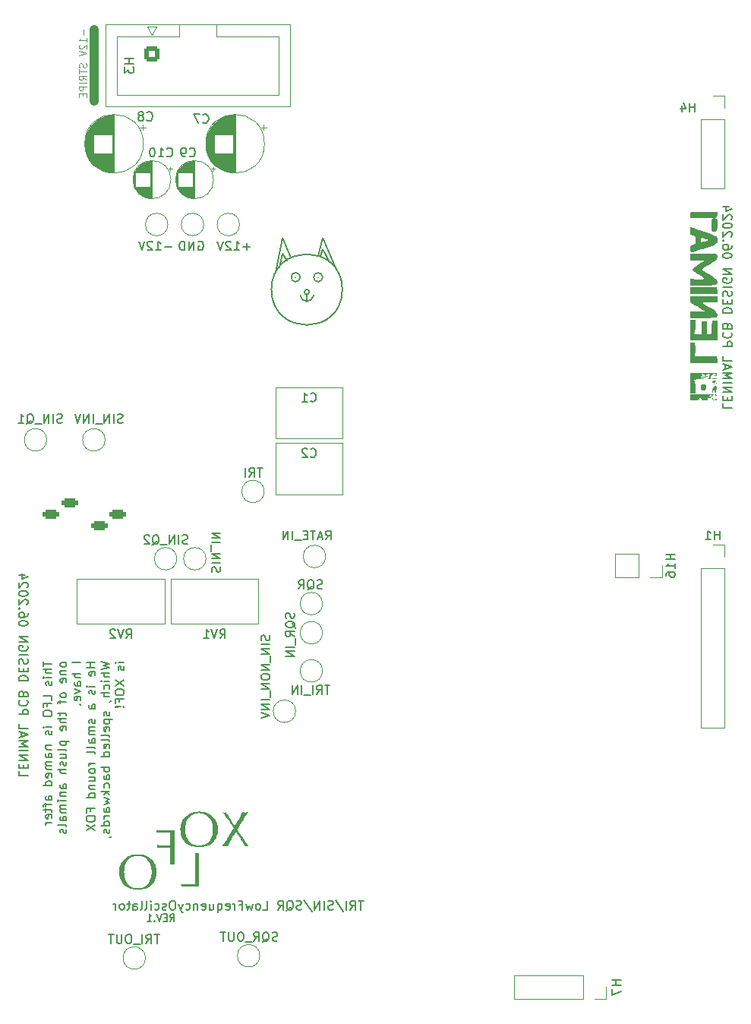
<source format=gbo>
G04 #@! TF.GenerationSoftware,KiCad,Pcbnew,8.0.2-1*
G04 #@! TF.CreationDate,2024-06-17T09:13:27+02:00*
G04 #@! TF.ProjectId,XOF,584f462e-6b69-4636-9164-5f7063625858,rev?*
G04 #@! TF.SameCoordinates,Original*
G04 #@! TF.FileFunction,Legend,Bot*
G04 #@! TF.FilePolarity,Positive*
%FSLAX46Y46*%
G04 Gerber Fmt 4.6, Leading zero omitted, Abs format (unit mm)*
G04 Created by KiCad (PCBNEW 8.0.2-1) date 2024-06-17 09:13:27*
%MOMM*%
%LPD*%
G01*
G04 APERTURE LIST*
G04 Aperture macros list*
%AMRoundRect*
0 Rectangle with rounded corners*
0 $1 Rounding radius*
0 $2 $3 $4 $5 $6 $7 $8 $9 X,Y pos of 4 corners*
0 Add a 4 corners polygon primitive as box body*
4,1,4,$2,$3,$4,$5,$6,$7,$8,$9,$2,$3,0*
0 Add four circle primitives for the rounded corners*
1,1,$1+$1,$2,$3*
1,1,$1+$1,$4,$5*
1,1,$1+$1,$6,$7*
1,1,$1+$1,$8,$9*
0 Add four rect primitives between the rounded corners*
20,1,$1+$1,$2,$3,$4,$5,0*
20,1,$1+$1,$4,$5,$6,$7,0*
20,1,$1+$1,$6,$7,$8,$9,0*
20,1,$1+$1,$8,$9,$2,$3,0*%
G04 Aperture macros list end*
%ADD10C,0.150000*%
%ADD11C,0.100000*%
%ADD12C,0.000000*%
%ADD13C,0.120000*%
%ADD14C,1.000000*%
%ADD15C,1.600000*%
%ADD16O,1.600000X1.600000*%
%ADD17C,3.200000*%
%ADD18R,2.400000X1.600000*%
%ADD19O,2.400000X1.600000*%
%ADD20R,1.930000X1.830000*%
%ADD21C,2.130000*%
%ADD22O,4.000000X4.000000*%
%ADD23R,1.800000X1.800000*%
%ADD24C,1.800000*%
%ADD25R,2.200000X2.200000*%
%ADD26O,2.200000X2.200000*%
%ADD27R,1.700000X1.700000*%
%ADD28O,1.700000X1.700000*%
%ADD29R,1.800000X1.100000*%
%ADD30RoundRect,0.275000X0.625000X-0.275000X0.625000X0.275000X-0.625000X0.275000X-0.625000X-0.275000X0*%
%ADD31RoundRect,0.275000X-0.625000X0.275000X-0.625000X-0.275000X0.625000X-0.275000X0.625000X0.275000X0*%
%ADD32C,2.850000*%
%ADD33C,2.000000*%
%ADD34C,1.440000*%
%ADD35R,1.200000X1.200000*%
%ADD36C,1.200000*%
%ADD37R,1.600000X1.600000*%
%ADD38RoundRect,0.250000X-0.600000X0.600000X-0.600000X-0.600000X0.600000X-0.600000X0.600000X0.600000X0*%
%ADD39C,1.700000*%
G04 APERTURE END LIST*
D10*
X84500000Y-74500000D02*
X86000000Y-78000000D01*
X80000000Y-76250000D02*
X79700000Y-77750000D01*
X84500000Y-75750000D02*
X84250000Y-76500000D01*
X84000001Y-78875000D02*
X84000001Y-78875000D01*
X84000001Y-78875000D01*
X84000001Y-78875000D01*
X84000001Y-78875000D01*
X84000001Y-78875000D01*
X84000001Y-78875001D01*
X84000001Y-78875001D01*
X84000001Y-78875001D01*
X84000001Y-78875001D01*
X84000001Y-78875001D01*
X84000001Y-78875001D01*
X84000001Y-78875001D01*
X84000000Y-78875001D01*
X84000000Y-78875001D01*
X84000000Y-78875001D01*
X84000000Y-78875001D01*
X84000000Y-78875001D01*
X84000000Y-78875001D01*
X84000000Y-78875001D01*
X84000000Y-78875001D01*
X84000000Y-78875001D01*
X84000000Y-78875001D01*
X84000000Y-78875001D01*
X84000000Y-78875001D01*
X83999999Y-78875001D01*
X83999999Y-78875001D01*
X83999999Y-78875001D01*
X83999999Y-78875001D01*
X83999999Y-78875001D01*
X83999999Y-78875001D01*
X83999999Y-78875000D01*
X83999999Y-78875000D01*
X83999999Y-78875000D01*
X83999999Y-78875000D01*
X83999999Y-78875000D01*
X83999999Y-78875000D01*
X83999999Y-78875000D02*
X83999999Y-78875000D01*
X83999999Y-78875000D01*
X83999999Y-78875000D01*
X83999999Y-78875000D01*
X83999999Y-78875000D01*
X83999999Y-78875000D01*
X83999999Y-78874999D01*
X83999999Y-78874999D01*
X83999999Y-78874999D01*
X83999999Y-78874999D01*
X83999999Y-78874999D01*
X84000000Y-78874999D01*
X84000000Y-78874999D01*
X84000000Y-78874999D01*
X84000000Y-78874999D01*
X84000000Y-78874999D01*
X84000000Y-78874999D01*
X84000000Y-78874999D01*
X84000000Y-78874999D01*
X84000000Y-78874999D01*
X84000000Y-78874999D01*
X84000000Y-78874999D01*
X84000000Y-78874999D01*
X84000001Y-78874999D01*
X84000001Y-78874999D01*
X84000001Y-78874999D01*
X84000001Y-78874999D01*
X84000001Y-78874999D01*
X84000001Y-78874999D01*
X84000001Y-78875000D01*
X84000001Y-78875000D01*
X84000001Y-78875000D01*
X84000001Y-78875000D01*
X84000001Y-78875000D01*
X84000001Y-78875000D01*
X84000001Y-78875000D01*
X81000000Y-76675000D02*
X80000000Y-74500000D01*
X82750000Y-81553027D02*
X82750000Y-80796973D01*
X80500000Y-77000000D02*
X80000000Y-76250000D01*
X80000000Y-74500000D02*
X79300000Y-78375000D01*
X83029508Y-80517465D02*
G75*
G02*
X82470492Y-80517465I-279508J0D01*
G01*
X82470492Y-80517465D02*
G75*
G02*
X83029508Y-80517465I279508J0D01*
G01*
X84000000Y-76500000D02*
X84500000Y-74500000D01*
X83499999Y-80892465D02*
G75*
G02*
X82000001Y-80892465I-749999J95492D01*
G01*
X84500000Y-78875000D02*
G75*
G02*
X83500000Y-78875000I-500000J0D01*
G01*
X83500000Y-78875000D02*
G75*
G02*
X84500000Y-78875000I500000J0D01*
G01*
X82000000Y-78875000D02*
G75*
G02*
X81000000Y-78875000I-500000J0D01*
G01*
X81000000Y-78875000D02*
G75*
G02*
X82000000Y-78875000I500000J0D01*
G01*
X85250000Y-77175000D02*
X84500000Y-75750000D01*
X86702847Y-80250000D02*
G75*
G02*
X78797153Y-80250000I-3952847J0D01*
G01*
X78797153Y-80250000D02*
G75*
G02*
X86702847Y-80250000I3952847J0D01*
G01*
X81500001Y-78875000D02*
X81500001Y-78875000D01*
X81500001Y-78875000D01*
X81500001Y-78875000D01*
X81500001Y-78875000D01*
X81500001Y-78875000D01*
X81500001Y-78875001D01*
X81500001Y-78875001D01*
X81500001Y-78875001D01*
X81500001Y-78875001D01*
X81500001Y-78875001D01*
X81500001Y-78875001D01*
X81500001Y-78875001D01*
X81500000Y-78875001D01*
X81500000Y-78875001D01*
X81500000Y-78875001D01*
X81500000Y-78875001D01*
X81500000Y-78875001D01*
X81500000Y-78875001D01*
X81500000Y-78875001D01*
X81500000Y-78875001D01*
X81500000Y-78875001D01*
X81500000Y-78875001D01*
X81500000Y-78875001D01*
X81500000Y-78875001D01*
X81499999Y-78875001D01*
X81499999Y-78875001D01*
X81499999Y-78875001D01*
X81499999Y-78875001D01*
X81499999Y-78875001D01*
X81499999Y-78875001D01*
X81499999Y-78875000D01*
X81499999Y-78875000D01*
X81499999Y-78875000D01*
X81499999Y-78875000D01*
X81499999Y-78875000D01*
X81499999Y-78875000D01*
X81499999Y-78875000D02*
X81499999Y-78875000D01*
X81499999Y-78875000D01*
X81499999Y-78875000D01*
X81499999Y-78875000D01*
X81499999Y-78875000D01*
X81499999Y-78875000D01*
X81499999Y-78874999D01*
X81499999Y-78874999D01*
X81499999Y-78874999D01*
X81499999Y-78874999D01*
X81499999Y-78874999D01*
X81500000Y-78874999D01*
X81500000Y-78874999D01*
X81500000Y-78874999D01*
X81500000Y-78874999D01*
X81500000Y-78874999D01*
X81500000Y-78874999D01*
X81500000Y-78874999D01*
X81500000Y-78874999D01*
X81500000Y-78874999D01*
X81500000Y-78874999D01*
X81500000Y-78874999D01*
X81500000Y-78874999D01*
X81500001Y-78874999D01*
X81500001Y-78874999D01*
X81500001Y-78874999D01*
X81500001Y-78874999D01*
X81500001Y-78874999D01*
X81500001Y-78874999D01*
X81500001Y-78875000D01*
X81500001Y-78875000D01*
X81500001Y-78875000D01*
X81500001Y-78875000D01*
X81500001Y-78875000D01*
X81500001Y-78875000D01*
X81500001Y-78875000D01*
X76413220Y-75488866D02*
X75651316Y-75488866D01*
X76032268Y-75869819D02*
X76032268Y-75107914D01*
X74651316Y-75869819D02*
X75222744Y-75869819D01*
X74937030Y-75869819D02*
X74937030Y-74869819D01*
X74937030Y-74869819D02*
X75032268Y-75012676D01*
X75032268Y-75012676D02*
X75127506Y-75107914D01*
X75127506Y-75107914D02*
X75222744Y-75155533D01*
X74270363Y-74965057D02*
X74222744Y-74917438D01*
X74222744Y-74917438D02*
X74127506Y-74869819D01*
X74127506Y-74869819D02*
X73889411Y-74869819D01*
X73889411Y-74869819D02*
X73794173Y-74917438D01*
X73794173Y-74917438D02*
X73746554Y-74965057D01*
X73746554Y-74965057D02*
X73698935Y-75060295D01*
X73698935Y-75060295D02*
X73698935Y-75155533D01*
X73698935Y-75155533D02*
X73746554Y-75298390D01*
X73746554Y-75298390D02*
X74317982Y-75869819D01*
X74317982Y-75869819D02*
X73698935Y-75869819D01*
X73413220Y-74869819D02*
X73079887Y-75869819D01*
X73079887Y-75869819D02*
X72746554Y-74869819D01*
X62210839Y-95072200D02*
X62067982Y-95119819D01*
X62067982Y-95119819D02*
X61829887Y-95119819D01*
X61829887Y-95119819D02*
X61734649Y-95072200D01*
X61734649Y-95072200D02*
X61687030Y-95024580D01*
X61687030Y-95024580D02*
X61639411Y-94929342D01*
X61639411Y-94929342D02*
X61639411Y-94834104D01*
X61639411Y-94834104D02*
X61687030Y-94738866D01*
X61687030Y-94738866D02*
X61734649Y-94691247D01*
X61734649Y-94691247D02*
X61829887Y-94643628D01*
X61829887Y-94643628D02*
X62020363Y-94596009D01*
X62020363Y-94596009D02*
X62115601Y-94548390D01*
X62115601Y-94548390D02*
X62163220Y-94500771D01*
X62163220Y-94500771D02*
X62210839Y-94405533D01*
X62210839Y-94405533D02*
X62210839Y-94310295D01*
X62210839Y-94310295D02*
X62163220Y-94215057D01*
X62163220Y-94215057D02*
X62115601Y-94167438D01*
X62115601Y-94167438D02*
X62020363Y-94119819D01*
X62020363Y-94119819D02*
X61782268Y-94119819D01*
X61782268Y-94119819D02*
X61639411Y-94167438D01*
X61210839Y-95119819D02*
X61210839Y-94119819D01*
X60734649Y-95119819D02*
X60734649Y-94119819D01*
X60734649Y-94119819D02*
X60163221Y-95119819D01*
X60163221Y-95119819D02*
X60163221Y-94119819D01*
X59925126Y-95215057D02*
X59163221Y-95215057D01*
X58925125Y-95119819D02*
X58925125Y-94119819D01*
X58448935Y-95119819D02*
X58448935Y-94119819D01*
X58448935Y-94119819D02*
X57877507Y-95119819D01*
X57877507Y-95119819D02*
X57877507Y-94119819D01*
X57544173Y-94119819D02*
X57210840Y-95119819D01*
X57210840Y-95119819D02*
X56877507Y-94119819D01*
X78572200Y-118789160D02*
X78619819Y-118932017D01*
X78619819Y-118932017D02*
X78619819Y-119170112D01*
X78619819Y-119170112D02*
X78572200Y-119265350D01*
X78572200Y-119265350D02*
X78524580Y-119312969D01*
X78524580Y-119312969D02*
X78429342Y-119360588D01*
X78429342Y-119360588D02*
X78334104Y-119360588D01*
X78334104Y-119360588D02*
X78238866Y-119312969D01*
X78238866Y-119312969D02*
X78191247Y-119265350D01*
X78191247Y-119265350D02*
X78143628Y-119170112D01*
X78143628Y-119170112D02*
X78096009Y-118979636D01*
X78096009Y-118979636D02*
X78048390Y-118884398D01*
X78048390Y-118884398D02*
X78000771Y-118836779D01*
X78000771Y-118836779D02*
X77905533Y-118789160D01*
X77905533Y-118789160D02*
X77810295Y-118789160D01*
X77810295Y-118789160D02*
X77715057Y-118836779D01*
X77715057Y-118836779D02*
X77667438Y-118884398D01*
X77667438Y-118884398D02*
X77619819Y-118979636D01*
X77619819Y-118979636D02*
X77619819Y-119217731D01*
X77619819Y-119217731D02*
X77667438Y-119360588D01*
X78619819Y-119789160D02*
X77619819Y-119789160D01*
X78619819Y-120265350D02*
X77619819Y-120265350D01*
X77619819Y-120265350D02*
X78619819Y-120836778D01*
X78619819Y-120836778D02*
X77619819Y-120836778D01*
X78715057Y-121074874D02*
X78715057Y-121836778D01*
X78619819Y-122074874D02*
X77619819Y-122074874D01*
X77619819Y-122074874D02*
X78619819Y-122646302D01*
X78619819Y-122646302D02*
X77619819Y-122646302D01*
X77619819Y-123312969D02*
X77619819Y-123503445D01*
X77619819Y-123503445D02*
X77667438Y-123598683D01*
X77667438Y-123598683D02*
X77762676Y-123693921D01*
X77762676Y-123693921D02*
X77953152Y-123741540D01*
X77953152Y-123741540D02*
X78286485Y-123741540D01*
X78286485Y-123741540D02*
X78476961Y-123693921D01*
X78476961Y-123693921D02*
X78572200Y-123598683D01*
X78572200Y-123598683D02*
X78619819Y-123503445D01*
X78619819Y-123503445D02*
X78619819Y-123312969D01*
X78619819Y-123312969D02*
X78572200Y-123217731D01*
X78572200Y-123217731D02*
X78476961Y-123122493D01*
X78476961Y-123122493D02*
X78286485Y-123074874D01*
X78286485Y-123074874D02*
X77953152Y-123074874D01*
X77953152Y-123074874D02*
X77762676Y-123122493D01*
X77762676Y-123122493D02*
X77667438Y-123217731D01*
X77667438Y-123217731D02*
X77619819Y-123312969D01*
X78619819Y-124170112D02*
X77619819Y-124170112D01*
X77619819Y-124170112D02*
X78619819Y-124741540D01*
X78619819Y-124741540D02*
X77619819Y-124741540D01*
X78715057Y-124979636D02*
X78715057Y-125741540D01*
X78619819Y-125979636D02*
X77619819Y-125979636D01*
X78619819Y-126455826D02*
X77619819Y-126455826D01*
X77619819Y-126455826D02*
X78619819Y-127027254D01*
X78619819Y-127027254D02*
X77619819Y-127027254D01*
X77619819Y-127360588D02*
X78619819Y-127693921D01*
X78619819Y-127693921D02*
X77619819Y-128027254D01*
G36*
X74713119Y-140034863D02*
G01*
X74602436Y-139870004D01*
X74480177Y-139683998D01*
X74362437Y-139500556D01*
X74249215Y-139319679D01*
X74235380Y-139297250D01*
X74123639Y-139113213D01*
X74010188Y-138920628D01*
X73909516Y-138745103D01*
X73807535Y-138563033D01*
X73778157Y-138509811D01*
X73581694Y-138537059D01*
X73571039Y-138537166D01*
X73371577Y-138511494D01*
X73363921Y-138509811D01*
X73483310Y-138674091D01*
X73601875Y-138837203D01*
X73719615Y-138999148D01*
X73836531Y-139159924D01*
X73952623Y-139319533D01*
X73991137Y-139372477D01*
X74105786Y-139531742D01*
X74218924Y-139693000D01*
X74330551Y-139856249D01*
X74440666Y-140021491D01*
X74549270Y-140188725D01*
X74585136Y-140244912D01*
X74485254Y-140413173D01*
X74365269Y-140613574D01*
X74245148Y-140812327D01*
X74124889Y-141009431D01*
X74004492Y-141204886D01*
X73944242Y-141301995D01*
X73822861Y-141495630D01*
X73700519Y-141688922D01*
X73577214Y-141881870D01*
X73452948Y-142074474D01*
X73327720Y-142266735D01*
X73285764Y-142330746D01*
X73443056Y-142320000D01*
X73599371Y-142320000D01*
X73756664Y-142320000D01*
X73912979Y-142330746D01*
X74010766Y-142152664D01*
X74108366Y-141973178D01*
X74205779Y-141792291D01*
X74303005Y-141610001D01*
X74358478Y-141505205D01*
X74458162Y-141321272D01*
X74564016Y-141137059D01*
X74676042Y-140952565D01*
X74794238Y-140767790D01*
X74864549Y-140662079D01*
X74987868Y-140847014D01*
X75107353Y-141031668D01*
X75223005Y-141216042D01*
X75334824Y-141400135D01*
X75396999Y-141505205D01*
X75504196Y-141688297D01*
X75610364Y-141869986D01*
X75715504Y-142050272D01*
X75819615Y-142229156D01*
X75878646Y-142330746D01*
X75988066Y-142320000D01*
X76085764Y-142320000D01*
X76184438Y-142320000D01*
X76292882Y-142330746D01*
X76167470Y-142157410D01*
X76043296Y-141983250D01*
X75920358Y-141808265D01*
X75798656Y-141632456D01*
X75678191Y-141455823D01*
X75638311Y-141396762D01*
X75518510Y-141218857D01*
X75398709Y-141039785D01*
X75278907Y-140859546D01*
X75159106Y-140678138D01*
X75039305Y-140495563D01*
X74999371Y-140434445D01*
X75108651Y-140251182D01*
X75218137Y-140069225D01*
X75327828Y-139888573D01*
X75437726Y-139709227D01*
X75547830Y-139531185D01*
X75584577Y-139472128D01*
X75695334Y-139294224D01*
X75807052Y-139115152D01*
X75919732Y-138934912D01*
X76033374Y-138753504D01*
X76147977Y-138570929D01*
X76186392Y-138509811D01*
X76035938Y-138529351D01*
X75883531Y-138537166D01*
X75733077Y-138529351D01*
X75581646Y-138509811D01*
X75487552Y-138695497D01*
X75389916Y-138880327D01*
X75288738Y-139064303D01*
X75184019Y-139247424D01*
X75074720Y-139433293D01*
X74974476Y-139601939D01*
X74869930Y-139776195D01*
X74761084Y-139956061D01*
X74713119Y-140034863D01*
G37*
G36*
X70766509Y-138443507D02*
G01*
X70963258Y-138451681D01*
X71179413Y-138476594D01*
X71386287Y-138518115D01*
X71583879Y-138576245D01*
X71701803Y-138620443D01*
X71900601Y-138715025D01*
X72082089Y-138828927D01*
X72246266Y-138962149D01*
X72345654Y-139061422D01*
X72478635Y-139225402D01*
X72592297Y-139407465D01*
X72677110Y-139584480D01*
X72686547Y-139607538D01*
X72751256Y-139799146D01*
X72796792Y-140003455D01*
X72823155Y-140220465D01*
X72830495Y-140420767D01*
X72830345Y-140450038D01*
X72820908Y-140649378D01*
X72792149Y-140865289D01*
X72744216Y-141068499D01*
X72677110Y-141259009D01*
X72625891Y-141371036D01*
X72518669Y-141558740D01*
X72392128Y-141728516D01*
X72246266Y-141880362D01*
X72138738Y-141971049D01*
X71963021Y-142089948D01*
X71769993Y-142188292D01*
X71583879Y-142258450D01*
X71559688Y-142266084D01*
X71360935Y-142318428D01*
X71152902Y-142355263D01*
X70935586Y-142376588D01*
X70737822Y-142382526D01*
X70708955Y-142382405D01*
X70511104Y-142374771D01*
X70294033Y-142351507D01*
X70086610Y-142312733D01*
X69888834Y-142258450D01*
X69770911Y-142216504D01*
X69572112Y-142125014D01*
X69390625Y-142012966D01*
X69226448Y-141880362D01*
X69126762Y-141781123D01*
X68993592Y-141617324D01*
X68880050Y-141435596D01*
X68795603Y-141259009D01*
X68786106Y-141235889D01*
X68720985Y-141043792D01*
X68675159Y-140838995D01*
X68648628Y-140621497D01*
X68641242Y-140420767D01*
X68641282Y-140412951D01*
X69203977Y-140412951D01*
X69209540Y-140610802D01*
X69229522Y-140822149D01*
X69264037Y-141017741D01*
X69320237Y-141218953D01*
X69327533Y-141240026D01*
X69410461Y-141438168D01*
X69511516Y-141613413D01*
X69643614Y-141779734D01*
X69780734Y-141907179D01*
X69947874Y-142021583D01*
X70132100Y-142108974D01*
X70329738Y-142169602D01*
X70538459Y-142205064D01*
X70737822Y-142215464D01*
X70934705Y-142205064D01*
X71142019Y-142169602D01*
X71339637Y-142108974D01*
X71507306Y-142030644D01*
X71675653Y-141918696D01*
X71827145Y-141779734D01*
X71852798Y-141751555D01*
X71981066Y-141580196D01*
X72078840Y-141400372D01*
X72151500Y-141218953D01*
X72207700Y-141017741D01*
X72242214Y-140822149D01*
X72262196Y-140610802D01*
X72267759Y-140412951D01*
X72262196Y-140215147D01*
X72242214Y-140003969D01*
X72207700Y-139808666D01*
X72151500Y-139607927D01*
X72144144Y-139586793D01*
X72060720Y-139388155D01*
X71959359Y-139212606D01*
X71827145Y-139046168D01*
X71690121Y-138918819D01*
X71523306Y-138804740D01*
X71339637Y-138717906D01*
X71142019Y-138656721D01*
X70934705Y-138620934D01*
X70737822Y-138610439D01*
X70538459Y-138620934D01*
X70329738Y-138656721D01*
X70132100Y-138717906D01*
X69963916Y-138795720D01*
X69795222Y-138907322D01*
X69643614Y-139046168D01*
X69617965Y-139074352D01*
X69489855Y-139245868D01*
X69392425Y-139426036D01*
X69320237Y-139607927D01*
X69264037Y-139808666D01*
X69229522Y-140003969D01*
X69209540Y-140215147D01*
X69203977Y-140412951D01*
X68641282Y-140412951D01*
X68641392Y-140391557D01*
X68650889Y-140192644D01*
X68679832Y-139977222D01*
X68728070Y-139774501D01*
X68795603Y-139584480D01*
X68846565Y-139472171D01*
X68953563Y-139284080D01*
X69080191Y-139114073D01*
X69226448Y-138962149D01*
X69333975Y-138871187D01*
X69509693Y-138750845D01*
X69702721Y-138649823D01*
X69888834Y-138576245D01*
X69913028Y-138568071D01*
X70112010Y-138512017D01*
X70320639Y-138472572D01*
X70538916Y-138449735D01*
X70737822Y-138443377D01*
X70766509Y-138443507D01*
G37*
X55460839Y-95072200D02*
X55317982Y-95119819D01*
X55317982Y-95119819D02*
X55079887Y-95119819D01*
X55079887Y-95119819D02*
X54984649Y-95072200D01*
X54984649Y-95072200D02*
X54937030Y-95024580D01*
X54937030Y-95024580D02*
X54889411Y-94929342D01*
X54889411Y-94929342D02*
X54889411Y-94834104D01*
X54889411Y-94834104D02*
X54937030Y-94738866D01*
X54937030Y-94738866D02*
X54984649Y-94691247D01*
X54984649Y-94691247D02*
X55079887Y-94643628D01*
X55079887Y-94643628D02*
X55270363Y-94596009D01*
X55270363Y-94596009D02*
X55365601Y-94548390D01*
X55365601Y-94548390D02*
X55413220Y-94500771D01*
X55413220Y-94500771D02*
X55460839Y-94405533D01*
X55460839Y-94405533D02*
X55460839Y-94310295D01*
X55460839Y-94310295D02*
X55413220Y-94215057D01*
X55413220Y-94215057D02*
X55365601Y-94167438D01*
X55365601Y-94167438D02*
X55270363Y-94119819D01*
X55270363Y-94119819D02*
X55032268Y-94119819D01*
X55032268Y-94119819D02*
X54889411Y-94167438D01*
X54460839Y-95119819D02*
X54460839Y-94119819D01*
X53984649Y-95119819D02*
X53984649Y-94119819D01*
X53984649Y-94119819D02*
X53413221Y-95119819D01*
X53413221Y-95119819D02*
X53413221Y-94119819D01*
X53175126Y-95215057D02*
X52413221Y-95215057D01*
X51508459Y-95215057D02*
X51603697Y-95167438D01*
X51603697Y-95167438D02*
X51698935Y-95072200D01*
X51698935Y-95072200D02*
X51841792Y-94929342D01*
X51841792Y-94929342D02*
X51937030Y-94881723D01*
X51937030Y-94881723D02*
X52032268Y-94881723D01*
X51984649Y-95119819D02*
X52079887Y-95072200D01*
X52079887Y-95072200D02*
X52175125Y-94976961D01*
X52175125Y-94976961D02*
X52222744Y-94786485D01*
X52222744Y-94786485D02*
X52222744Y-94453152D01*
X52222744Y-94453152D02*
X52175125Y-94262676D01*
X52175125Y-94262676D02*
X52079887Y-94167438D01*
X52079887Y-94167438D02*
X51984649Y-94119819D01*
X51984649Y-94119819D02*
X51794173Y-94119819D01*
X51794173Y-94119819D02*
X51698935Y-94167438D01*
X51698935Y-94167438D02*
X51603697Y-94262676D01*
X51603697Y-94262676D02*
X51556078Y-94453152D01*
X51556078Y-94453152D02*
X51556078Y-94786485D01*
X51556078Y-94786485D02*
X51603697Y-94976961D01*
X51603697Y-94976961D02*
X51698935Y-95072200D01*
X51698935Y-95072200D02*
X51794173Y-95119819D01*
X51794173Y-95119819D02*
X51984649Y-95119819D01*
X50603697Y-95119819D02*
X51175125Y-95119819D01*
X50889411Y-95119819D02*
X50889411Y-94119819D01*
X50889411Y-94119819D02*
X50984649Y-94262676D01*
X50984649Y-94262676D02*
X51079887Y-94357914D01*
X51079887Y-94357914D02*
X51175125Y-94405533D01*
X67663220Y-75488866D02*
X66901316Y-75488866D01*
X65901316Y-75869819D02*
X66472744Y-75869819D01*
X66187030Y-75869819D02*
X66187030Y-74869819D01*
X66187030Y-74869819D02*
X66282268Y-75012676D01*
X66282268Y-75012676D02*
X66377506Y-75107914D01*
X66377506Y-75107914D02*
X66472744Y-75155533D01*
X65520363Y-74965057D02*
X65472744Y-74917438D01*
X65472744Y-74917438D02*
X65377506Y-74869819D01*
X65377506Y-74869819D02*
X65139411Y-74869819D01*
X65139411Y-74869819D02*
X65044173Y-74917438D01*
X65044173Y-74917438D02*
X64996554Y-74965057D01*
X64996554Y-74965057D02*
X64948935Y-75060295D01*
X64948935Y-75060295D02*
X64948935Y-75155533D01*
X64948935Y-75155533D02*
X64996554Y-75298390D01*
X64996554Y-75298390D02*
X65567982Y-75869819D01*
X65567982Y-75869819D02*
X64948935Y-75869819D01*
X64663220Y-74869819D02*
X64329887Y-75869819D01*
X64329887Y-75869819D02*
X63996554Y-74869819D01*
X53320099Y-121693922D02*
X53320099Y-122265350D01*
X54320099Y-121979636D02*
X53320099Y-121979636D01*
X54320099Y-122598684D02*
X53320099Y-122598684D01*
X54320099Y-123027255D02*
X53796289Y-123027255D01*
X53796289Y-123027255D02*
X53701051Y-122979636D01*
X53701051Y-122979636D02*
X53653432Y-122884398D01*
X53653432Y-122884398D02*
X53653432Y-122741541D01*
X53653432Y-122741541D02*
X53701051Y-122646303D01*
X53701051Y-122646303D02*
X53748670Y-122598684D01*
X54320099Y-123503446D02*
X53653432Y-123503446D01*
X53320099Y-123503446D02*
X53367718Y-123455827D01*
X53367718Y-123455827D02*
X53415337Y-123503446D01*
X53415337Y-123503446D02*
X53367718Y-123551065D01*
X53367718Y-123551065D02*
X53320099Y-123503446D01*
X53320099Y-123503446D02*
X53415337Y-123503446D01*
X54272480Y-123932017D02*
X54320099Y-124027255D01*
X54320099Y-124027255D02*
X54320099Y-124217731D01*
X54320099Y-124217731D02*
X54272480Y-124312969D01*
X54272480Y-124312969D02*
X54177241Y-124360588D01*
X54177241Y-124360588D02*
X54129622Y-124360588D01*
X54129622Y-124360588D02*
X54034384Y-124312969D01*
X54034384Y-124312969D02*
X53986765Y-124217731D01*
X53986765Y-124217731D02*
X53986765Y-124074874D01*
X53986765Y-124074874D02*
X53939146Y-123979636D01*
X53939146Y-123979636D02*
X53843908Y-123932017D01*
X53843908Y-123932017D02*
X53796289Y-123932017D01*
X53796289Y-123932017D02*
X53701051Y-123979636D01*
X53701051Y-123979636D02*
X53653432Y-124074874D01*
X53653432Y-124074874D02*
X53653432Y-124217731D01*
X53653432Y-124217731D02*
X53701051Y-124312969D01*
X54320099Y-126027255D02*
X54320099Y-125551065D01*
X54320099Y-125551065D02*
X53320099Y-125551065D01*
X53796289Y-126693922D02*
X53796289Y-126360589D01*
X54320099Y-126360589D02*
X53320099Y-126360589D01*
X53320099Y-126360589D02*
X53320099Y-126836779D01*
X53320099Y-127408208D02*
X53320099Y-127598684D01*
X53320099Y-127598684D02*
X53367718Y-127693922D01*
X53367718Y-127693922D02*
X53462956Y-127789160D01*
X53462956Y-127789160D02*
X53653432Y-127836779D01*
X53653432Y-127836779D02*
X53986765Y-127836779D01*
X53986765Y-127836779D02*
X54177241Y-127789160D01*
X54177241Y-127789160D02*
X54272480Y-127693922D01*
X54272480Y-127693922D02*
X54320099Y-127598684D01*
X54320099Y-127598684D02*
X54320099Y-127408208D01*
X54320099Y-127408208D02*
X54272480Y-127312970D01*
X54272480Y-127312970D02*
X54177241Y-127217732D01*
X54177241Y-127217732D02*
X53986765Y-127170113D01*
X53986765Y-127170113D02*
X53653432Y-127170113D01*
X53653432Y-127170113D02*
X53462956Y-127217732D01*
X53462956Y-127217732D02*
X53367718Y-127312970D01*
X53367718Y-127312970D02*
X53320099Y-127408208D01*
X54320099Y-129027256D02*
X53653432Y-129027256D01*
X53320099Y-129027256D02*
X53367718Y-128979637D01*
X53367718Y-128979637D02*
X53415337Y-129027256D01*
X53415337Y-129027256D02*
X53367718Y-129074875D01*
X53367718Y-129074875D02*
X53320099Y-129027256D01*
X53320099Y-129027256D02*
X53415337Y-129027256D01*
X54272480Y-129455827D02*
X54320099Y-129551065D01*
X54320099Y-129551065D02*
X54320099Y-129741541D01*
X54320099Y-129741541D02*
X54272480Y-129836779D01*
X54272480Y-129836779D02*
X54177241Y-129884398D01*
X54177241Y-129884398D02*
X54129622Y-129884398D01*
X54129622Y-129884398D02*
X54034384Y-129836779D01*
X54034384Y-129836779D02*
X53986765Y-129741541D01*
X53986765Y-129741541D02*
X53986765Y-129598684D01*
X53986765Y-129598684D02*
X53939146Y-129503446D01*
X53939146Y-129503446D02*
X53843908Y-129455827D01*
X53843908Y-129455827D02*
X53796289Y-129455827D01*
X53796289Y-129455827D02*
X53701051Y-129503446D01*
X53701051Y-129503446D02*
X53653432Y-129598684D01*
X53653432Y-129598684D02*
X53653432Y-129741541D01*
X53653432Y-129741541D02*
X53701051Y-129836779D01*
X53653432Y-131074875D02*
X54320099Y-131074875D01*
X53748670Y-131074875D02*
X53701051Y-131122494D01*
X53701051Y-131122494D02*
X53653432Y-131217732D01*
X53653432Y-131217732D02*
X53653432Y-131360589D01*
X53653432Y-131360589D02*
X53701051Y-131455827D01*
X53701051Y-131455827D02*
X53796289Y-131503446D01*
X53796289Y-131503446D02*
X54320099Y-131503446D01*
X54320099Y-132408208D02*
X53796289Y-132408208D01*
X53796289Y-132408208D02*
X53701051Y-132360589D01*
X53701051Y-132360589D02*
X53653432Y-132265351D01*
X53653432Y-132265351D02*
X53653432Y-132074875D01*
X53653432Y-132074875D02*
X53701051Y-131979637D01*
X54272480Y-132408208D02*
X54320099Y-132312970D01*
X54320099Y-132312970D02*
X54320099Y-132074875D01*
X54320099Y-132074875D02*
X54272480Y-131979637D01*
X54272480Y-131979637D02*
X54177241Y-131932018D01*
X54177241Y-131932018D02*
X54082003Y-131932018D01*
X54082003Y-131932018D02*
X53986765Y-131979637D01*
X53986765Y-131979637D02*
X53939146Y-132074875D01*
X53939146Y-132074875D02*
X53939146Y-132312970D01*
X53939146Y-132312970D02*
X53891527Y-132408208D01*
X54320099Y-132884399D02*
X53653432Y-132884399D01*
X53748670Y-132884399D02*
X53701051Y-132932018D01*
X53701051Y-132932018D02*
X53653432Y-133027256D01*
X53653432Y-133027256D02*
X53653432Y-133170113D01*
X53653432Y-133170113D02*
X53701051Y-133265351D01*
X53701051Y-133265351D02*
X53796289Y-133312970D01*
X53796289Y-133312970D02*
X54320099Y-133312970D01*
X53796289Y-133312970D02*
X53701051Y-133360589D01*
X53701051Y-133360589D02*
X53653432Y-133455827D01*
X53653432Y-133455827D02*
X53653432Y-133598684D01*
X53653432Y-133598684D02*
X53701051Y-133693923D01*
X53701051Y-133693923D02*
X53796289Y-133741542D01*
X53796289Y-133741542D02*
X54320099Y-133741542D01*
X54272480Y-134598684D02*
X54320099Y-134503446D01*
X54320099Y-134503446D02*
X54320099Y-134312970D01*
X54320099Y-134312970D02*
X54272480Y-134217732D01*
X54272480Y-134217732D02*
X54177241Y-134170113D01*
X54177241Y-134170113D02*
X53796289Y-134170113D01*
X53796289Y-134170113D02*
X53701051Y-134217732D01*
X53701051Y-134217732D02*
X53653432Y-134312970D01*
X53653432Y-134312970D02*
X53653432Y-134503446D01*
X53653432Y-134503446D02*
X53701051Y-134598684D01*
X53701051Y-134598684D02*
X53796289Y-134646303D01*
X53796289Y-134646303D02*
X53891527Y-134646303D01*
X53891527Y-134646303D02*
X53986765Y-134170113D01*
X54320099Y-135503446D02*
X53320099Y-135503446D01*
X54272480Y-135503446D02*
X54320099Y-135408208D01*
X54320099Y-135408208D02*
X54320099Y-135217732D01*
X54320099Y-135217732D02*
X54272480Y-135122494D01*
X54272480Y-135122494D02*
X54224860Y-135074875D01*
X54224860Y-135074875D02*
X54129622Y-135027256D01*
X54129622Y-135027256D02*
X53843908Y-135027256D01*
X53843908Y-135027256D02*
X53748670Y-135074875D01*
X53748670Y-135074875D02*
X53701051Y-135122494D01*
X53701051Y-135122494D02*
X53653432Y-135217732D01*
X53653432Y-135217732D02*
X53653432Y-135408208D01*
X53653432Y-135408208D02*
X53701051Y-135503446D01*
X54320099Y-137170113D02*
X53796289Y-137170113D01*
X53796289Y-137170113D02*
X53701051Y-137122494D01*
X53701051Y-137122494D02*
X53653432Y-137027256D01*
X53653432Y-137027256D02*
X53653432Y-136836780D01*
X53653432Y-136836780D02*
X53701051Y-136741542D01*
X54272480Y-137170113D02*
X54320099Y-137074875D01*
X54320099Y-137074875D02*
X54320099Y-136836780D01*
X54320099Y-136836780D02*
X54272480Y-136741542D01*
X54272480Y-136741542D02*
X54177241Y-136693923D01*
X54177241Y-136693923D02*
X54082003Y-136693923D01*
X54082003Y-136693923D02*
X53986765Y-136741542D01*
X53986765Y-136741542D02*
X53939146Y-136836780D01*
X53939146Y-136836780D02*
X53939146Y-137074875D01*
X53939146Y-137074875D02*
X53891527Y-137170113D01*
X53653432Y-137503447D02*
X53653432Y-137884399D01*
X54320099Y-137646304D02*
X53462956Y-137646304D01*
X53462956Y-137646304D02*
X53367718Y-137693923D01*
X53367718Y-137693923D02*
X53320099Y-137789161D01*
X53320099Y-137789161D02*
X53320099Y-137884399D01*
X53653432Y-138074876D02*
X53653432Y-138455828D01*
X53320099Y-138217733D02*
X54177241Y-138217733D01*
X54177241Y-138217733D02*
X54272480Y-138265352D01*
X54272480Y-138265352D02*
X54320099Y-138360590D01*
X54320099Y-138360590D02*
X54320099Y-138455828D01*
X54272480Y-139170114D02*
X54320099Y-139074876D01*
X54320099Y-139074876D02*
X54320099Y-138884400D01*
X54320099Y-138884400D02*
X54272480Y-138789162D01*
X54272480Y-138789162D02*
X54177241Y-138741543D01*
X54177241Y-138741543D02*
X53796289Y-138741543D01*
X53796289Y-138741543D02*
X53701051Y-138789162D01*
X53701051Y-138789162D02*
X53653432Y-138884400D01*
X53653432Y-138884400D02*
X53653432Y-139074876D01*
X53653432Y-139074876D02*
X53701051Y-139170114D01*
X53701051Y-139170114D02*
X53796289Y-139217733D01*
X53796289Y-139217733D02*
X53891527Y-139217733D01*
X53891527Y-139217733D02*
X53986765Y-138741543D01*
X54320099Y-139646305D02*
X53653432Y-139646305D01*
X53843908Y-139646305D02*
X53748670Y-139693924D01*
X53748670Y-139693924D02*
X53701051Y-139741543D01*
X53701051Y-139741543D02*
X53653432Y-139836781D01*
X53653432Y-139836781D02*
X53653432Y-139932019D01*
X55930043Y-121979636D02*
X55882424Y-121884398D01*
X55882424Y-121884398D02*
X55834804Y-121836779D01*
X55834804Y-121836779D02*
X55739566Y-121789160D01*
X55739566Y-121789160D02*
X55453852Y-121789160D01*
X55453852Y-121789160D02*
X55358614Y-121836779D01*
X55358614Y-121836779D02*
X55310995Y-121884398D01*
X55310995Y-121884398D02*
X55263376Y-121979636D01*
X55263376Y-121979636D02*
X55263376Y-122122493D01*
X55263376Y-122122493D02*
X55310995Y-122217731D01*
X55310995Y-122217731D02*
X55358614Y-122265350D01*
X55358614Y-122265350D02*
X55453852Y-122312969D01*
X55453852Y-122312969D02*
X55739566Y-122312969D01*
X55739566Y-122312969D02*
X55834804Y-122265350D01*
X55834804Y-122265350D02*
X55882424Y-122217731D01*
X55882424Y-122217731D02*
X55930043Y-122122493D01*
X55930043Y-122122493D02*
X55930043Y-121979636D01*
X55263376Y-122741541D02*
X55930043Y-122741541D01*
X55358614Y-122741541D02*
X55310995Y-122789160D01*
X55310995Y-122789160D02*
X55263376Y-122884398D01*
X55263376Y-122884398D02*
X55263376Y-123027255D01*
X55263376Y-123027255D02*
X55310995Y-123122493D01*
X55310995Y-123122493D02*
X55406233Y-123170112D01*
X55406233Y-123170112D02*
X55930043Y-123170112D01*
X55882424Y-124027255D02*
X55930043Y-123932017D01*
X55930043Y-123932017D02*
X55930043Y-123741541D01*
X55930043Y-123741541D02*
X55882424Y-123646303D01*
X55882424Y-123646303D02*
X55787185Y-123598684D01*
X55787185Y-123598684D02*
X55406233Y-123598684D01*
X55406233Y-123598684D02*
X55310995Y-123646303D01*
X55310995Y-123646303D02*
X55263376Y-123741541D01*
X55263376Y-123741541D02*
X55263376Y-123932017D01*
X55263376Y-123932017D02*
X55310995Y-124027255D01*
X55310995Y-124027255D02*
X55406233Y-124074874D01*
X55406233Y-124074874D02*
X55501471Y-124074874D01*
X55501471Y-124074874D02*
X55596709Y-123598684D01*
X55930043Y-125408208D02*
X55882424Y-125312970D01*
X55882424Y-125312970D02*
X55834804Y-125265351D01*
X55834804Y-125265351D02*
X55739566Y-125217732D01*
X55739566Y-125217732D02*
X55453852Y-125217732D01*
X55453852Y-125217732D02*
X55358614Y-125265351D01*
X55358614Y-125265351D02*
X55310995Y-125312970D01*
X55310995Y-125312970D02*
X55263376Y-125408208D01*
X55263376Y-125408208D02*
X55263376Y-125551065D01*
X55263376Y-125551065D02*
X55310995Y-125646303D01*
X55310995Y-125646303D02*
X55358614Y-125693922D01*
X55358614Y-125693922D02*
X55453852Y-125741541D01*
X55453852Y-125741541D02*
X55739566Y-125741541D01*
X55739566Y-125741541D02*
X55834804Y-125693922D01*
X55834804Y-125693922D02*
X55882424Y-125646303D01*
X55882424Y-125646303D02*
X55930043Y-125551065D01*
X55930043Y-125551065D02*
X55930043Y-125408208D01*
X55263376Y-126027256D02*
X55263376Y-126408208D01*
X55930043Y-126170113D02*
X55072900Y-126170113D01*
X55072900Y-126170113D02*
X54977662Y-126217732D01*
X54977662Y-126217732D02*
X54930043Y-126312970D01*
X54930043Y-126312970D02*
X54930043Y-126408208D01*
X55263376Y-127360590D02*
X55263376Y-127741542D01*
X54930043Y-127503447D02*
X55787185Y-127503447D01*
X55787185Y-127503447D02*
X55882424Y-127551066D01*
X55882424Y-127551066D02*
X55930043Y-127646304D01*
X55930043Y-127646304D02*
X55930043Y-127741542D01*
X55930043Y-128074876D02*
X54930043Y-128074876D01*
X55930043Y-128503447D02*
X55406233Y-128503447D01*
X55406233Y-128503447D02*
X55310995Y-128455828D01*
X55310995Y-128455828D02*
X55263376Y-128360590D01*
X55263376Y-128360590D02*
X55263376Y-128217733D01*
X55263376Y-128217733D02*
X55310995Y-128122495D01*
X55310995Y-128122495D02*
X55358614Y-128074876D01*
X55882424Y-129360590D02*
X55930043Y-129265352D01*
X55930043Y-129265352D02*
X55930043Y-129074876D01*
X55930043Y-129074876D02*
X55882424Y-128979638D01*
X55882424Y-128979638D02*
X55787185Y-128932019D01*
X55787185Y-128932019D02*
X55406233Y-128932019D01*
X55406233Y-128932019D02*
X55310995Y-128979638D01*
X55310995Y-128979638D02*
X55263376Y-129074876D01*
X55263376Y-129074876D02*
X55263376Y-129265352D01*
X55263376Y-129265352D02*
X55310995Y-129360590D01*
X55310995Y-129360590D02*
X55406233Y-129408209D01*
X55406233Y-129408209D02*
X55501471Y-129408209D01*
X55501471Y-129408209D02*
X55596709Y-128932019D01*
X55263376Y-130598686D02*
X56263376Y-130598686D01*
X55310995Y-130598686D02*
X55263376Y-130693924D01*
X55263376Y-130693924D02*
X55263376Y-130884400D01*
X55263376Y-130884400D02*
X55310995Y-130979638D01*
X55310995Y-130979638D02*
X55358614Y-131027257D01*
X55358614Y-131027257D02*
X55453852Y-131074876D01*
X55453852Y-131074876D02*
X55739566Y-131074876D01*
X55739566Y-131074876D02*
X55834804Y-131027257D01*
X55834804Y-131027257D02*
X55882424Y-130979638D01*
X55882424Y-130979638D02*
X55930043Y-130884400D01*
X55930043Y-130884400D02*
X55930043Y-130693924D01*
X55930043Y-130693924D02*
X55882424Y-130598686D01*
X55930043Y-131646305D02*
X55882424Y-131551067D01*
X55882424Y-131551067D02*
X55787185Y-131503448D01*
X55787185Y-131503448D02*
X54930043Y-131503448D01*
X55263376Y-132455829D02*
X55930043Y-132455829D01*
X55263376Y-132027258D02*
X55787185Y-132027258D01*
X55787185Y-132027258D02*
X55882424Y-132074877D01*
X55882424Y-132074877D02*
X55930043Y-132170115D01*
X55930043Y-132170115D02*
X55930043Y-132312972D01*
X55930043Y-132312972D02*
X55882424Y-132408210D01*
X55882424Y-132408210D02*
X55834804Y-132455829D01*
X55882424Y-132884401D02*
X55930043Y-132979639D01*
X55930043Y-132979639D02*
X55930043Y-133170115D01*
X55930043Y-133170115D02*
X55882424Y-133265353D01*
X55882424Y-133265353D02*
X55787185Y-133312972D01*
X55787185Y-133312972D02*
X55739566Y-133312972D01*
X55739566Y-133312972D02*
X55644328Y-133265353D01*
X55644328Y-133265353D02*
X55596709Y-133170115D01*
X55596709Y-133170115D02*
X55596709Y-133027258D01*
X55596709Y-133027258D02*
X55549090Y-132932020D01*
X55549090Y-132932020D02*
X55453852Y-132884401D01*
X55453852Y-132884401D02*
X55406233Y-132884401D01*
X55406233Y-132884401D02*
X55310995Y-132932020D01*
X55310995Y-132932020D02*
X55263376Y-133027258D01*
X55263376Y-133027258D02*
X55263376Y-133170115D01*
X55263376Y-133170115D02*
X55310995Y-133265353D01*
X55930043Y-133741544D02*
X54930043Y-133741544D01*
X55930043Y-134170115D02*
X55406233Y-134170115D01*
X55406233Y-134170115D02*
X55310995Y-134122496D01*
X55310995Y-134122496D02*
X55263376Y-134027258D01*
X55263376Y-134027258D02*
X55263376Y-133884401D01*
X55263376Y-133884401D02*
X55310995Y-133789163D01*
X55310995Y-133789163D02*
X55358614Y-133741544D01*
X55930043Y-135836782D02*
X55406233Y-135836782D01*
X55406233Y-135836782D02*
X55310995Y-135789163D01*
X55310995Y-135789163D02*
X55263376Y-135693925D01*
X55263376Y-135693925D02*
X55263376Y-135503449D01*
X55263376Y-135503449D02*
X55310995Y-135408211D01*
X55882424Y-135836782D02*
X55930043Y-135741544D01*
X55930043Y-135741544D02*
X55930043Y-135503449D01*
X55930043Y-135503449D02*
X55882424Y-135408211D01*
X55882424Y-135408211D02*
X55787185Y-135360592D01*
X55787185Y-135360592D02*
X55691947Y-135360592D01*
X55691947Y-135360592D02*
X55596709Y-135408211D01*
X55596709Y-135408211D02*
X55549090Y-135503449D01*
X55549090Y-135503449D02*
X55549090Y-135741544D01*
X55549090Y-135741544D02*
X55501471Y-135836782D01*
X55263376Y-136312973D02*
X55930043Y-136312973D01*
X55358614Y-136312973D02*
X55310995Y-136360592D01*
X55310995Y-136360592D02*
X55263376Y-136455830D01*
X55263376Y-136455830D02*
X55263376Y-136598687D01*
X55263376Y-136598687D02*
X55310995Y-136693925D01*
X55310995Y-136693925D02*
X55406233Y-136741544D01*
X55406233Y-136741544D02*
X55930043Y-136741544D01*
X55930043Y-137217735D02*
X55263376Y-137217735D01*
X54930043Y-137217735D02*
X54977662Y-137170116D01*
X54977662Y-137170116D02*
X55025281Y-137217735D01*
X55025281Y-137217735D02*
X54977662Y-137265354D01*
X54977662Y-137265354D02*
X54930043Y-137217735D01*
X54930043Y-137217735D02*
X55025281Y-137217735D01*
X55930043Y-137693925D02*
X55263376Y-137693925D01*
X55358614Y-137693925D02*
X55310995Y-137741544D01*
X55310995Y-137741544D02*
X55263376Y-137836782D01*
X55263376Y-137836782D02*
X55263376Y-137979639D01*
X55263376Y-137979639D02*
X55310995Y-138074877D01*
X55310995Y-138074877D02*
X55406233Y-138122496D01*
X55406233Y-138122496D02*
X55930043Y-138122496D01*
X55406233Y-138122496D02*
X55310995Y-138170115D01*
X55310995Y-138170115D02*
X55263376Y-138265353D01*
X55263376Y-138265353D02*
X55263376Y-138408210D01*
X55263376Y-138408210D02*
X55310995Y-138503449D01*
X55310995Y-138503449D02*
X55406233Y-138551068D01*
X55406233Y-138551068D02*
X55930043Y-138551068D01*
X55930043Y-139455829D02*
X55406233Y-139455829D01*
X55406233Y-139455829D02*
X55310995Y-139408210D01*
X55310995Y-139408210D02*
X55263376Y-139312972D01*
X55263376Y-139312972D02*
X55263376Y-139122496D01*
X55263376Y-139122496D02*
X55310995Y-139027258D01*
X55882424Y-139455829D02*
X55930043Y-139360591D01*
X55930043Y-139360591D02*
X55930043Y-139122496D01*
X55930043Y-139122496D02*
X55882424Y-139027258D01*
X55882424Y-139027258D02*
X55787185Y-138979639D01*
X55787185Y-138979639D02*
X55691947Y-138979639D01*
X55691947Y-138979639D02*
X55596709Y-139027258D01*
X55596709Y-139027258D02*
X55549090Y-139122496D01*
X55549090Y-139122496D02*
X55549090Y-139360591D01*
X55549090Y-139360591D02*
X55501471Y-139455829D01*
X55930043Y-140074877D02*
X55882424Y-139979639D01*
X55882424Y-139979639D02*
X55787185Y-139932020D01*
X55787185Y-139932020D02*
X54930043Y-139932020D01*
X55882424Y-140408211D02*
X55930043Y-140503449D01*
X55930043Y-140503449D02*
X55930043Y-140693925D01*
X55930043Y-140693925D02*
X55882424Y-140789163D01*
X55882424Y-140789163D02*
X55787185Y-140836782D01*
X55787185Y-140836782D02*
X55739566Y-140836782D01*
X55739566Y-140836782D02*
X55644328Y-140789163D01*
X55644328Y-140789163D02*
X55596709Y-140693925D01*
X55596709Y-140693925D02*
X55596709Y-140551068D01*
X55596709Y-140551068D02*
X55549090Y-140455830D01*
X55549090Y-140455830D02*
X55453852Y-140408211D01*
X55453852Y-140408211D02*
X55406233Y-140408211D01*
X55406233Y-140408211D02*
X55310995Y-140455830D01*
X55310995Y-140455830D02*
X55263376Y-140551068D01*
X55263376Y-140551068D02*
X55263376Y-140693925D01*
X55263376Y-140693925D02*
X55310995Y-140789163D01*
X57539987Y-121836779D02*
X56539987Y-121836779D01*
X57539987Y-123074874D02*
X56539987Y-123074874D01*
X57539987Y-123503445D02*
X57016177Y-123503445D01*
X57016177Y-123503445D02*
X56920939Y-123455826D01*
X56920939Y-123455826D02*
X56873320Y-123360588D01*
X56873320Y-123360588D02*
X56873320Y-123217731D01*
X56873320Y-123217731D02*
X56920939Y-123122493D01*
X56920939Y-123122493D02*
X56968558Y-123074874D01*
X57539987Y-124408207D02*
X57016177Y-124408207D01*
X57016177Y-124408207D02*
X56920939Y-124360588D01*
X56920939Y-124360588D02*
X56873320Y-124265350D01*
X56873320Y-124265350D02*
X56873320Y-124074874D01*
X56873320Y-124074874D02*
X56920939Y-123979636D01*
X57492368Y-124408207D02*
X57539987Y-124312969D01*
X57539987Y-124312969D02*
X57539987Y-124074874D01*
X57539987Y-124074874D02*
X57492368Y-123979636D01*
X57492368Y-123979636D02*
X57397129Y-123932017D01*
X57397129Y-123932017D02*
X57301891Y-123932017D01*
X57301891Y-123932017D02*
X57206653Y-123979636D01*
X57206653Y-123979636D02*
X57159034Y-124074874D01*
X57159034Y-124074874D02*
X57159034Y-124312969D01*
X57159034Y-124312969D02*
X57111415Y-124408207D01*
X56873320Y-124789160D02*
X57539987Y-125027255D01*
X57539987Y-125027255D02*
X56873320Y-125265350D01*
X57492368Y-126027255D02*
X57539987Y-125932017D01*
X57539987Y-125932017D02*
X57539987Y-125741541D01*
X57539987Y-125741541D02*
X57492368Y-125646303D01*
X57492368Y-125646303D02*
X57397129Y-125598684D01*
X57397129Y-125598684D02*
X57016177Y-125598684D01*
X57016177Y-125598684D02*
X56920939Y-125646303D01*
X56920939Y-125646303D02*
X56873320Y-125741541D01*
X56873320Y-125741541D02*
X56873320Y-125932017D01*
X56873320Y-125932017D02*
X56920939Y-126027255D01*
X56920939Y-126027255D02*
X57016177Y-126074874D01*
X57016177Y-126074874D02*
X57111415Y-126074874D01*
X57111415Y-126074874D02*
X57206653Y-125598684D01*
X57444748Y-126503446D02*
X57492368Y-126551065D01*
X57492368Y-126551065D02*
X57539987Y-126503446D01*
X57539987Y-126503446D02*
X57492368Y-126455827D01*
X57492368Y-126455827D02*
X57444748Y-126503446D01*
X57444748Y-126503446D02*
X57539987Y-126503446D01*
X59149931Y-121836779D02*
X58149931Y-121836779D01*
X58626121Y-121836779D02*
X58626121Y-122408207D01*
X59149931Y-122408207D02*
X58149931Y-122408207D01*
X59102312Y-123265350D02*
X59149931Y-123170112D01*
X59149931Y-123170112D02*
X59149931Y-122979636D01*
X59149931Y-122979636D02*
X59102312Y-122884398D01*
X59102312Y-122884398D02*
X59007073Y-122836779D01*
X59007073Y-122836779D02*
X58626121Y-122836779D01*
X58626121Y-122836779D02*
X58530883Y-122884398D01*
X58530883Y-122884398D02*
X58483264Y-122979636D01*
X58483264Y-122979636D02*
X58483264Y-123170112D01*
X58483264Y-123170112D02*
X58530883Y-123265350D01*
X58530883Y-123265350D02*
X58626121Y-123312969D01*
X58626121Y-123312969D02*
X58721359Y-123312969D01*
X58721359Y-123312969D02*
X58816597Y-122836779D01*
X59149931Y-124503446D02*
X58483264Y-124503446D01*
X58149931Y-124503446D02*
X58197550Y-124455827D01*
X58197550Y-124455827D02*
X58245169Y-124503446D01*
X58245169Y-124503446D02*
X58197550Y-124551065D01*
X58197550Y-124551065D02*
X58149931Y-124503446D01*
X58149931Y-124503446D02*
X58245169Y-124503446D01*
X59102312Y-124932017D02*
X59149931Y-125027255D01*
X59149931Y-125027255D02*
X59149931Y-125217731D01*
X59149931Y-125217731D02*
X59102312Y-125312969D01*
X59102312Y-125312969D02*
X59007073Y-125360588D01*
X59007073Y-125360588D02*
X58959454Y-125360588D01*
X58959454Y-125360588D02*
X58864216Y-125312969D01*
X58864216Y-125312969D02*
X58816597Y-125217731D01*
X58816597Y-125217731D02*
X58816597Y-125074874D01*
X58816597Y-125074874D02*
X58768978Y-124979636D01*
X58768978Y-124979636D02*
X58673740Y-124932017D01*
X58673740Y-124932017D02*
X58626121Y-124932017D01*
X58626121Y-124932017D02*
X58530883Y-124979636D01*
X58530883Y-124979636D02*
X58483264Y-125074874D01*
X58483264Y-125074874D02*
X58483264Y-125217731D01*
X58483264Y-125217731D02*
X58530883Y-125312969D01*
X59149931Y-126979636D02*
X58626121Y-126979636D01*
X58626121Y-126979636D02*
X58530883Y-126932017D01*
X58530883Y-126932017D02*
X58483264Y-126836779D01*
X58483264Y-126836779D02*
X58483264Y-126646303D01*
X58483264Y-126646303D02*
X58530883Y-126551065D01*
X59102312Y-126979636D02*
X59149931Y-126884398D01*
X59149931Y-126884398D02*
X59149931Y-126646303D01*
X59149931Y-126646303D02*
X59102312Y-126551065D01*
X59102312Y-126551065D02*
X59007073Y-126503446D01*
X59007073Y-126503446D02*
X58911835Y-126503446D01*
X58911835Y-126503446D02*
X58816597Y-126551065D01*
X58816597Y-126551065D02*
X58768978Y-126646303D01*
X58768978Y-126646303D02*
X58768978Y-126884398D01*
X58768978Y-126884398D02*
X58721359Y-126979636D01*
X59102312Y-128170113D02*
X59149931Y-128265351D01*
X59149931Y-128265351D02*
X59149931Y-128455827D01*
X59149931Y-128455827D02*
X59102312Y-128551065D01*
X59102312Y-128551065D02*
X59007073Y-128598684D01*
X59007073Y-128598684D02*
X58959454Y-128598684D01*
X58959454Y-128598684D02*
X58864216Y-128551065D01*
X58864216Y-128551065D02*
X58816597Y-128455827D01*
X58816597Y-128455827D02*
X58816597Y-128312970D01*
X58816597Y-128312970D02*
X58768978Y-128217732D01*
X58768978Y-128217732D02*
X58673740Y-128170113D01*
X58673740Y-128170113D02*
X58626121Y-128170113D01*
X58626121Y-128170113D02*
X58530883Y-128217732D01*
X58530883Y-128217732D02*
X58483264Y-128312970D01*
X58483264Y-128312970D02*
X58483264Y-128455827D01*
X58483264Y-128455827D02*
X58530883Y-128551065D01*
X59149931Y-129027256D02*
X58483264Y-129027256D01*
X58578502Y-129027256D02*
X58530883Y-129074875D01*
X58530883Y-129074875D02*
X58483264Y-129170113D01*
X58483264Y-129170113D02*
X58483264Y-129312970D01*
X58483264Y-129312970D02*
X58530883Y-129408208D01*
X58530883Y-129408208D02*
X58626121Y-129455827D01*
X58626121Y-129455827D02*
X59149931Y-129455827D01*
X58626121Y-129455827D02*
X58530883Y-129503446D01*
X58530883Y-129503446D02*
X58483264Y-129598684D01*
X58483264Y-129598684D02*
X58483264Y-129741541D01*
X58483264Y-129741541D02*
X58530883Y-129836780D01*
X58530883Y-129836780D02*
X58626121Y-129884399D01*
X58626121Y-129884399D02*
X59149931Y-129884399D01*
X59149931Y-130789160D02*
X58626121Y-130789160D01*
X58626121Y-130789160D02*
X58530883Y-130741541D01*
X58530883Y-130741541D02*
X58483264Y-130646303D01*
X58483264Y-130646303D02*
X58483264Y-130455827D01*
X58483264Y-130455827D02*
X58530883Y-130360589D01*
X59102312Y-130789160D02*
X59149931Y-130693922D01*
X59149931Y-130693922D02*
X59149931Y-130455827D01*
X59149931Y-130455827D02*
X59102312Y-130360589D01*
X59102312Y-130360589D02*
X59007073Y-130312970D01*
X59007073Y-130312970D02*
X58911835Y-130312970D01*
X58911835Y-130312970D02*
X58816597Y-130360589D01*
X58816597Y-130360589D02*
X58768978Y-130455827D01*
X58768978Y-130455827D02*
X58768978Y-130693922D01*
X58768978Y-130693922D02*
X58721359Y-130789160D01*
X59149931Y-131408208D02*
X59102312Y-131312970D01*
X59102312Y-131312970D02*
X59007073Y-131265351D01*
X59007073Y-131265351D02*
X58149931Y-131265351D01*
X59149931Y-131932018D02*
X59102312Y-131836780D01*
X59102312Y-131836780D02*
X59007073Y-131789161D01*
X59007073Y-131789161D02*
X58149931Y-131789161D01*
X59149931Y-133074876D02*
X58483264Y-133074876D01*
X58673740Y-133074876D02*
X58578502Y-133122495D01*
X58578502Y-133122495D02*
X58530883Y-133170114D01*
X58530883Y-133170114D02*
X58483264Y-133265352D01*
X58483264Y-133265352D02*
X58483264Y-133360590D01*
X59149931Y-133836781D02*
X59102312Y-133741543D01*
X59102312Y-133741543D02*
X59054692Y-133693924D01*
X59054692Y-133693924D02*
X58959454Y-133646305D01*
X58959454Y-133646305D02*
X58673740Y-133646305D01*
X58673740Y-133646305D02*
X58578502Y-133693924D01*
X58578502Y-133693924D02*
X58530883Y-133741543D01*
X58530883Y-133741543D02*
X58483264Y-133836781D01*
X58483264Y-133836781D02*
X58483264Y-133979638D01*
X58483264Y-133979638D02*
X58530883Y-134074876D01*
X58530883Y-134074876D02*
X58578502Y-134122495D01*
X58578502Y-134122495D02*
X58673740Y-134170114D01*
X58673740Y-134170114D02*
X58959454Y-134170114D01*
X58959454Y-134170114D02*
X59054692Y-134122495D01*
X59054692Y-134122495D02*
X59102312Y-134074876D01*
X59102312Y-134074876D02*
X59149931Y-133979638D01*
X59149931Y-133979638D02*
X59149931Y-133836781D01*
X58483264Y-135027257D02*
X59149931Y-135027257D01*
X58483264Y-134598686D02*
X59007073Y-134598686D01*
X59007073Y-134598686D02*
X59102312Y-134646305D01*
X59102312Y-134646305D02*
X59149931Y-134741543D01*
X59149931Y-134741543D02*
X59149931Y-134884400D01*
X59149931Y-134884400D02*
X59102312Y-134979638D01*
X59102312Y-134979638D02*
X59054692Y-135027257D01*
X58483264Y-135503448D02*
X59149931Y-135503448D01*
X58578502Y-135503448D02*
X58530883Y-135551067D01*
X58530883Y-135551067D02*
X58483264Y-135646305D01*
X58483264Y-135646305D02*
X58483264Y-135789162D01*
X58483264Y-135789162D02*
X58530883Y-135884400D01*
X58530883Y-135884400D02*
X58626121Y-135932019D01*
X58626121Y-135932019D02*
X59149931Y-135932019D01*
X59149931Y-136836781D02*
X58149931Y-136836781D01*
X59102312Y-136836781D02*
X59149931Y-136741543D01*
X59149931Y-136741543D02*
X59149931Y-136551067D01*
X59149931Y-136551067D02*
X59102312Y-136455829D01*
X59102312Y-136455829D02*
X59054692Y-136408210D01*
X59054692Y-136408210D02*
X58959454Y-136360591D01*
X58959454Y-136360591D02*
X58673740Y-136360591D01*
X58673740Y-136360591D02*
X58578502Y-136408210D01*
X58578502Y-136408210D02*
X58530883Y-136455829D01*
X58530883Y-136455829D02*
X58483264Y-136551067D01*
X58483264Y-136551067D02*
X58483264Y-136741543D01*
X58483264Y-136741543D02*
X58530883Y-136836781D01*
X58626121Y-138408210D02*
X58626121Y-138074877D01*
X59149931Y-138074877D02*
X58149931Y-138074877D01*
X58149931Y-138074877D02*
X58149931Y-138551067D01*
X58149931Y-139122496D02*
X58149931Y-139312972D01*
X58149931Y-139312972D02*
X58197550Y-139408210D01*
X58197550Y-139408210D02*
X58292788Y-139503448D01*
X58292788Y-139503448D02*
X58483264Y-139551067D01*
X58483264Y-139551067D02*
X58816597Y-139551067D01*
X58816597Y-139551067D02*
X59007073Y-139503448D01*
X59007073Y-139503448D02*
X59102312Y-139408210D01*
X59102312Y-139408210D02*
X59149931Y-139312972D01*
X59149931Y-139312972D02*
X59149931Y-139122496D01*
X59149931Y-139122496D02*
X59102312Y-139027258D01*
X59102312Y-139027258D02*
X59007073Y-138932020D01*
X59007073Y-138932020D02*
X58816597Y-138884401D01*
X58816597Y-138884401D02*
X58483264Y-138884401D01*
X58483264Y-138884401D02*
X58292788Y-138932020D01*
X58292788Y-138932020D02*
X58197550Y-139027258D01*
X58197550Y-139027258D02*
X58149931Y-139122496D01*
X58149931Y-139884401D02*
X59149931Y-140551067D01*
X58149931Y-140551067D02*
X59149931Y-139884401D01*
X59759875Y-121741541D02*
X60759875Y-121979636D01*
X60759875Y-121979636D02*
X60045589Y-122170112D01*
X60045589Y-122170112D02*
X60759875Y-122360588D01*
X60759875Y-122360588D02*
X59759875Y-122598684D01*
X60759875Y-122979636D02*
X59759875Y-122979636D01*
X60759875Y-123408207D02*
X60236065Y-123408207D01*
X60236065Y-123408207D02*
X60140827Y-123360588D01*
X60140827Y-123360588D02*
X60093208Y-123265350D01*
X60093208Y-123265350D02*
X60093208Y-123122493D01*
X60093208Y-123122493D02*
X60140827Y-123027255D01*
X60140827Y-123027255D02*
X60188446Y-122979636D01*
X60759875Y-123884398D02*
X60093208Y-123884398D01*
X59759875Y-123884398D02*
X59807494Y-123836779D01*
X59807494Y-123836779D02*
X59855113Y-123884398D01*
X59855113Y-123884398D02*
X59807494Y-123932017D01*
X59807494Y-123932017D02*
X59759875Y-123884398D01*
X59759875Y-123884398D02*
X59855113Y-123884398D01*
X60712256Y-124789159D02*
X60759875Y-124693921D01*
X60759875Y-124693921D02*
X60759875Y-124503445D01*
X60759875Y-124503445D02*
X60712256Y-124408207D01*
X60712256Y-124408207D02*
X60664636Y-124360588D01*
X60664636Y-124360588D02*
X60569398Y-124312969D01*
X60569398Y-124312969D02*
X60283684Y-124312969D01*
X60283684Y-124312969D02*
X60188446Y-124360588D01*
X60188446Y-124360588D02*
X60140827Y-124408207D01*
X60140827Y-124408207D02*
X60093208Y-124503445D01*
X60093208Y-124503445D02*
X60093208Y-124693921D01*
X60093208Y-124693921D02*
X60140827Y-124789159D01*
X60759875Y-125217731D02*
X59759875Y-125217731D01*
X60759875Y-125646302D02*
X60236065Y-125646302D01*
X60236065Y-125646302D02*
X60140827Y-125598683D01*
X60140827Y-125598683D02*
X60093208Y-125503445D01*
X60093208Y-125503445D02*
X60093208Y-125360588D01*
X60093208Y-125360588D02*
X60140827Y-125265350D01*
X60140827Y-125265350D02*
X60188446Y-125217731D01*
X60712256Y-126170112D02*
X60759875Y-126170112D01*
X60759875Y-126170112D02*
X60855113Y-126122493D01*
X60855113Y-126122493D02*
X60902732Y-126074874D01*
X60712256Y-127312969D02*
X60759875Y-127408207D01*
X60759875Y-127408207D02*
X60759875Y-127598683D01*
X60759875Y-127598683D02*
X60712256Y-127693921D01*
X60712256Y-127693921D02*
X60617017Y-127741540D01*
X60617017Y-127741540D02*
X60569398Y-127741540D01*
X60569398Y-127741540D02*
X60474160Y-127693921D01*
X60474160Y-127693921D02*
X60426541Y-127598683D01*
X60426541Y-127598683D02*
X60426541Y-127455826D01*
X60426541Y-127455826D02*
X60378922Y-127360588D01*
X60378922Y-127360588D02*
X60283684Y-127312969D01*
X60283684Y-127312969D02*
X60236065Y-127312969D01*
X60236065Y-127312969D02*
X60140827Y-127360588D01*
X60140827Y-127360588D02*
X60093208Y-127455826D01*
X60093208Y-127455826D02*
X60093208Y-127598683D01*
X60093208Y-127598683D02*
X60140827Y-127693921D01*
X60093208Y-128170112D02*
X61093208Y-128170112D01*
X60140827Y-128170112D02*
X60093208Y-128265350D01*
X60093208Y-128265350D02*
X60093208Y-128455826D01*
X60093208Y-128455826D02*
X60140827Y-128551064D01*
X60140827Y-128551064D02*
X60188446Y-128598683D01*
X60188446Y-128598683D02*
X60283684Y-128646302D01*
X60283684Y-128646302D02*
X60569398Y-128646302D01*
X60569398Y-128646302D02*
X60664636Y-128598683D01*
X60664636Y-128598683D02*
X60712256Y-128551064D01*
X60712256Y-128551064D02*
X60759875Y-128455826D01*
X60759875Y-128455826D02*
X60759875Y-128265350D01*
X60759875Y-128265350D02*
X60712256Y-128170112D01*
X60712256Y-129455826D02*
X60759875Y-129360588D01*
X60759875Y-129360588D02*
X60759875Y-129170112D01*
X60759875Y-129170112D02*
X60712256Y-129074874D01*
X60712256Y-129074874D02*
X60617017Y-129027255D01*
X60617017Y-129027255D02*
X60236065Y-129027255D01*
X60236065Y-129027255D02*
X60140827Y-129074874D01*
X60140827Y-129074874D02*
X60093208Y-129170112D01*
X60093208Y-129170112D02*
X60093208Y-129360588D01*
X60093208Y-129360588D02*
X60140827Y-129455826D01*
X60140827Y-129455826D02*
X60236065Y-129503445D01*
X60236065Y-129503445D02*
X60331303Y-129503445D01*
X60331303Y-129503445D02*
X60426541Y-129027255D01*
X60759875Y-130074874D02*
X60712256Y-129979636D01*
X60712256Y-129979636D02*
X60617017Y-129932017D01*
X60617017Y-129932017D02*
X59759875Y-129932017D01*
X60759875Y-130598684D02*
X60712256Y-130503446D01*
X60712256Y-130503446D02*
X60617017Y-130455827D01*
X60617017Y-130455827D02*
X59759875Y-130455827D01*
X60712256Y-131360589D02*
X60759875Y-131265351D01*
X60759875Y-131265351D02*
X60759875Y-131074875D01*
X60759875Y-131074875D02*
X60712256Y-130979637D01*
X60712256Y-130979637D02*
X60617017Y-130932018D01*
X60617017Y-130932018D02*
X60236065Y-130932018D01*
X60236065Y-130932018D02*
X60140827Y-130979637D01*
X60140827Y-130979637D02*
X60093208Y-131074875D01*
X60093208Y-131074875D02*
X60093208Y-131265351D01*
X60093208Y-131265351D02*
X60140827Y-131360589D01*
X60140827Y-131360589D02*
X60236065Y-131408208D01*
X60236065Y-131408208D02*
X60331303Y-131408208D01*
X60331303Y-131408208D02*
X60426541Y-130932018D01*
X60759875Y-132265351D02*
X59759875Y-132265351D01*
X60712256Y-132265351D02*
X60759875Y-132170113D01*
X60759875Y-132170113D02*
X60759875Y-131979637D01*
X60759875Y-131979637D02*
X60712256Y-131884399D01*
X60712256Y-131884399D02*
X60664636Y-131836780D01*
X60664636Y-131836780D02*
X60569398Y-131789161D01*
X60569398Y-131789161D02*
X60283684Y-131789161D01*
X60283684Y-131789161D02*
X60188446Y-131836780D01*
X60188446Y-131836780D02*
X60140827Y-131884399D01*
X60140827Y-131884399D02*
X60093208Y-131979637D01*
X60093208Y-131979637D02*
X60093208Y-132170113D01*
X60093208Y-132170113D02*
X60140827Y-132265351D01*
X60759875Y-133503447D02*
X59759875Y-133503447D01*
X60140827Y-133503447D02*
X60093208Y-133598685D01*
X60093208Y-133598685D02*
X60093208Y-133789161D01*
X60093208Y-133789161D02*
X60140827Y-133884399D01*
X60140827Y-133884399D02*
X60188446Y-133932018D01*
X60188446Y-133932018D02*
X60283684Y-133979637D01*
X60283684Y-133979637D02*
X60569398Y-133979637D01*
X60569398Y-133979637D02*
X60664636Y-133932018D01*
X60664636Y-133932018D02*
X60712256Y-133884399D01*
X60712256Y-133884399D02*
X60759875Y-133789161D01*
X60759875Y-133789161D02*
X60759875Y-133598685D01*
X60759875Y-133598685D02*
X60712256Y-133503447D01*
X60759875Y-134836780D02*
X60236065Y-134836780D01*
X60236065Y-134836780D02*
X60140827Y-134789161D01*
X60140827Y-134789161D02*
X60093208Y-134693923D01*
X60093208Y-134693923D02*
X60093208Y-134503447D01*
X60093208Y-134503447D02*
X60140827Y-134408209D01*
X60712256Y-134836780D02*
X60759875Y-134741542D01*
X60759875Y-134741542D02*
X60759875Y-134503447D01*
X60759875Y-134503447D02*
X60712256Y-134408209D01*
X60712256Y-134408209D02*
X60617017Y-134360590D01*
X60617017Y-134360590D02*
X60521779Y-134360590D01*
X60521779Y-134360590D02*
X60426541Y-134408209D01*
X60426541Y-134408209D02*
X60378922Y-134503447D01*
X60378922Y-134503447D02*
X60378922Y-134741542D01*
X60378922Y-134741542D02*
X60331303Y-134836780D01*
X60712256Y-135741542D02*
X60759875Y-135646304D01*
X60759875Y-135646304D02*
X60759875Y-135455828D01*
X60759875Y-135455828D02*
X60712256Y-135360590D01*
X60712256Y-135360590D02*
X60664636Y-135312971D01*
X60664636Y-135312971D02*
X60569398Y-135265352D01*
X60569398Y-135265352D02*
X60283684Y-135265352D01*
X60283684Y-135265352D02*
X60188446Y-135312971D01*
X60188446Y-135312971D02*
X60140827Y-135360590D01*
X60140827Y-135360590D02*
X60093208Y-135455828D01*
X60093208Y-135455828D02*
X60093208Y-135646304D01*
X60093208Y-135646304D02*
X60140827Y-135741542D01*
X60759875Y-136170114D02*
X59759875Y-136170114D01*
X60378922Y-136265352D02*
X60759875Y-136551066D01*
X60093208Y-136551066D02*
X60474160Y-136170114D01*
X60093208Y-136884400D02*
X60759875Y-137074876D01*
X60759875Y-137074876D02*
X60283684Y-137265352D01*
X60283684Y-137265352D02*
X60759875Y-137455828D01*
X60759875Y-137455828D02*
X60093208Y-137646304D01*
X60759875Y-138455828D02*
X60236065Y-138455828D01*
X60236065Y-138455828D02*
X60140827Y-138408209D01*
X60140827Y-138408209D02*
X60093208Y-138312971D01*
X60093208Y-138312971D02*
X60093208Y-138122495D01*
X60093208Y-138122495D02*
X60140827Y-138027257D01*
X60712256Y-138455828D02*
X60759875Y-138360590D01*
X60759875Y-138360590D02*
X60759875Y-138122495D01*
X60759875Y-138122495D02*
X60712256Y-138027257D01*
X60712256Y-138027257D02*
X60617017Y-137979638D01*
X60617017Y-137979638D02*
X60521779Y-137979638D01*
X60521779Y-137979638D02*
X60426541Y-138027257D01*
X60426541Y-138027257D02*
X60378922Y-138122495D01*
X60378922Y-138122495D02*
X60378922Y-138360590D01*
X60378922Y-138360590D02*
X60331303Y-138455828D01*
X60759875Y-138932019D02*
X60093208Y-138932019D01*
X60283684Y-138932019D02*
X60188446Y-138979638D01*
X60188446Y-138979638D02*
X60140827Y-139027257D01*
X60140827Y-139027257D02*
X60093208Y-139122495D01*
X60093208Y-139122495D02*
X60093208Y-139217733D01*
X60759875Y-139979638D02*
X59759875Y-139979638D01*
X60712256Y-139979638D02*
X60759875Y-139884400D01*
X60759875Y-139884400D02*
X60759875Y-139693924D01*
X60759875Y-139693924D02*
X60712256Y-139598686D01*
X60712256Y-139598686D02*
X60664636Y-139551067D01*
X60664636Y-139551067D02*
X60569398Y-139503448D01*
X60569398Y-139503448D02*
X60283684Y-139503448D01*
X60283684Y-139503448D02*
X60188446Y-139551067D01*
X60188446Y-139551067D02*
X60140827Y-139598686D01*
X60140827Y-139598686D02*
X60093208Y-139693924D01*
X60093208Y-139693924D02*
X60093208Y-139884400D01*
X60093208Y-139884400D02*
X60140827Y-139979638D01*
X60712256Y-140408210D02*
X60759875Y-140503448D01*
X60759875Y-140503448D02*
X60759875Y-140693924D01*
X60759875Y-140693924D02*
X60712256Y-140789162D01*
X60712256Y-140789162D02*
X60617017Y-140836781D01*
X60617017Y-140836781D02*
X60569398Y-140836781D01*
X60569398Y-140836781D02*
X60474160Y-140789162D01*
X60474160Y-140789162D02*
X60426541Y-140693924D01*
X60426541Y-140693924D02*
X60426541Y-140551067D01*
X60426541Y-140551067D02*
X60378922Y-140455829D01*
X60378922Y-140455829D02*
X60283684Y-140408210D01*
X60283684Y-140408210D02*
X60236065Y-140408210D01*
X60236065Y-140408210D02*
X60140827Y-140455829D01*
X60140827Y-140455829D02*
X60093208Y-140551067D01*
X60093208Y-140551067D02*
X60093208Y-140693924D01*
X60093208Y-140693924D02*
X60140827Y-140789162D01*
X60712256Y-141312972D02*
X60759875Y-141312972D01*
X60759875Y-141312972D02*
X60855113Y-141265353D01*
X60855113Y-141265353D02*
X60902732Y-141217734D01*
X62369819Y-121836779D02*
X61703152Y-121836779D01*
X61369819Y-121836779D02*
X61417438Y-121789160D01*
X61417438Y-121789160D02*
X61465057Y-121836779D01*
X61465057Y-121836779D02*
X61417438Y-121884398D01*
X61417438Y-121884398D02*
X61369819Y-121836779D01*
X61369819Y-121836779D02*
X61465057Y-121836779D01*
X62322200Y-122265350D02*
X62369819Y-122360588D01*
X62369819Y-122360588D02*
X62369819Y-122551064D01*
X62369819Y-122551064D02*
X62322200Y-122646302D01*
X62322200Y-122646302D02*
X62226961Y-122693921D01*
X62226961Y-122693921D02*
X62179342Y-122693921D01*
X62179342Y-122693921D02*
X62084104Y-122646302D01*
X62084104Y-122646302D02*
X62036485Y-122551064D01*
X62036485Y-122551064D02*
X62036485Y-122408207D01*
X62036485Y-122408207D02*
X61988866Y-122312969D01*
X61988866Y-122312969D02*
X61893628Y-122265350D01*
X61893628Y-122265350D02*
X61846009Y-122265350D01*
X61846009Y-122265350D02*
X61750771Y-122312969D01*
X61750771Y-122312969D02*
X61703152Y-122408207D01*
X61703152Y-122408207D02*
X61703152Y-122551064D01*
X61703152Y-122551064D02*
X61750771Y-122646302D01*
X61369819Y-123789160D02*
X62369819Y-124455826D01*
X61369819Y-124455826D02*
X62369819Y-123789160D01*
X61369819Y-125027255D02*
X61369819Y-125217731D01*
X61369819Y-125217731D02*
X61417438Y-125312969D01*
X61417438Y-125312969D02*
X61512676Y-125408207D01*
X61512676Y-125408207D02*
X61703152Y-125455826D01*
X61703152Y-125455826D02*
X62036485Y-125455826D01*
X62036485Y-125455826D02*
X62226961Y-125408207D01*
X62226961Y-125408207D02*
X62322200Y-125312969D01*
X62322200Y-125312969D02*
X62369819Y-125217731D01*
X62369819Y-125217731D02*
X62369819Y-125027255D01*
X62369819Y-125027255D02*
X62322200Y-124932017D01*
X62322200Y-124932017D02*
X62226961Y-124836779D01*
X62226961Y-124836779D02*
X62036485Y-124789160D01*
X62036485Y-124789160D02*
X61703152Y-124789160D01*
X61703152Y-124789160D02*
X61512676Y-124836779D01*
X61512676Y-124836779D02*
X61417438Y-124932017D01*
X61417438Y-124932017D02*
X61369819Y-125027255D01*
X61846009Y-126217731D02*
X61846009Y-125884398D01*
X62369819Y-125884398D02*
X61369819Y-125884398D01*
X61369819Y-125884398D02*
X61369819Y-126360588D01*
X62274580Y-126741541D02*
X62322200Y-126789160D01*
X62322200Y-126789160D02*
X62369819Y-126741541D01*
X62369819Y-126741541D02*
X62322200Y-126693922D01*
X62322200Y-126693922D02*
X62274580Y-126741541D01*
X62274580Y-126741541D02*
X62369819Y-126741541D01*
X61988866Y-126741541D02*
X61417438Y-126693922D01*
X61417438Y-126693922D02*
X61369819Y-126741541D01*
X61369819Y-126741541D02*
X61417438Y-126789160D01*
X61417438Y-126789160D02*
X61988866Y-126741541D01*
X61988866Y-126741541D02*
X61369819Y-126741541D01*
X84841792Y-108119819D02*
X85175125Y-107643628D01*
X85413220Y-108119819D02*
X85413220Y-107119819D01*
X85413220Y-107119819D02*
X85032268Y-107119819D01*
X85032268Y-107119819D02*
X84937030Y-107167438D01*
X84937030Y-107167438D02*
X84889411Y-107215057D01*
X84889411Y-107215057D02*
X84841792Y-107310295D01*
X84841792Y-107310295D02*
X84841792Y-107453152D01*
X84841792Y-107453152D02*
X84889411Y-107548390D01*
X84889411Y-107548390D02*
X84937030Y-107596009D01*
X84937030Y-107596009D02*
X85032268Y-107643628D01*
X85032268Y-107643628D02*
X85413220Y-107643628D01*
X84460839Y-107834104D02*
X83984649Y-107834104D01*
X84556077Y-108119819D02*
X84222744Y-107119819D01*
X84222744Y-107119819D02*
X83889411Y-108119819D01*
X83698934Y-107119819D02*
X83127506Y-107119819D01*
X83413220Y-108119819D02*
X83413220Y-107119819D01*
X82794172Y-107596009D02*
X82460839Y-107596009D01*
X82317982Y-108119819D02*
X82794172Y-108119819D01*
X82794172Y-108119819D02*
X82794172Y-107119819D01*
X82794172Y-107119819D02*
X82317982Y-107119819D01*
X82127506Y-108215057D02*
X81365601Y-108215057D01*
X81127505Y-108119819D02*
X81127505Y-107119819D01*
X80651315Y-108119819D02*
X80651315Y-107119819D01*
X80651315Y-107119819D02*
X80079887Y-108119819D01*
X80079887Y-108119819D02*
X80079887Y-107119819D01*
X85306077Y-124369819D02*
X84734649Y-124369819D01*
X85020363Y-125369819D02*
X85020363Y-124369819D01*
X83829887Y-125369819D02*
X84163220Y-124893628D01*
X84401315Y-125369819D02*
X84401315Y-124369819D01*
X84401315Y-124369819D02*
X84020363Y-124369819D01*
X84020363Y-124369819D02*
X83925125Y-124417438D01*
X83925125Y-124417438D02*
X83877506Y-124465057D01*
X83877506Y-124465057D02*
X83829887Y-124560295D01*
X83829887Y-124560295D02*
X83829887Y-124703152D01*
X83829887Y-124703152D02*
X83877506Y-124798390D01*
X83877506Y-124798390D02*
X83925125Y-124846009D01*
X83925125Y-124846009D02*
X84020363Y-124893628D01*
X84020363Y-124893628D02*
X84401315Y-124893628D01*
X83401315Y-125369819D02*
X83401315Y-124369819D01*
X83163221Y-125465057D02*
X82401316Y-125465057D01*
X82163220Y-125369819D02*
X82163220Y-124369819D01*
X81687030Y-125369819D02*
X81687030Y-124369819D01*
X81687030Y-124369819D02*
X81115602Y-125369819D01*
X81115602Y-125369819D02*
X81115602Y-124369819D01*
X77806077Y-100119819D02*
X77234649Y-100119819D01*
X77520363Y-101119819D02*
X77520363Y-100119819D01*
X76329887Y-101119819D02*
X76663220Y-100643628D01*
X76901315Y-101119819D02*
X76901315Y-100119819D01*
X76901315Y-100119819D02*
X76520363Y-100119819D01*
X76520363Y-100119819D02*
X76425125Y-100167438D01*
X76425125Y-100167438D02*
X76377506Y-100215057D01*
X76377506Y-100215057D02*
X76329887Y-100310295D01*
X76329887Y-100310295D02*
X76329887Y-100453152D01*
X76329887Y-100453152D02*
X76377506Y-100548390D01*
X76377506Y-100548390D02*
X76425125Y-100596009D01*
X76425125Y-100596009D02*
X76520363Y-100643628D01*
X76520363Y-100643628D02*
X76901315Y-100643628D01*
X75901315Y-101119819D02*
X75901315Y-100119819D01*
X69460839Y-108572200D02*
X69317982Y-108619819D01*
X69317982Y-108619819D02*
X69079887Y-108619819D01*
X69079887Y-108619819D02*
X68984649Y-108572200D01*
X68984649Y-108572200D02*
X68937030Y-108524580D01*
X68937030Y-108524580D02*
X68889411Y-108429342D01*
X68889411Y-108429342D02*
X68889411Y-108334104D01*
X68889411Y-108334104D02*
X68937030Y-108238866D01*
X68937030Y-108238866D02*
X68984649Y-108191247D01*
X68984649Y-108191247D02*
X69079887Y-108143628D01*
X69079887Y-108143628D02*
X69270363Y-108096009D01*
X69270363Y-108096009D02*
X69365601Y-108048390D01*
X69365601Y-108048390D02*
X69413220Y-108000771D01*
X69413220Y-108000771D02*
X69460839Y-107905533D01*
X69460839Y-107905533D02*
X69460839Y-107810295D01*
X69460839Y-107810295D02*
X69413220Y-107715057D01*
X69413220Y-107715057D02*
X69365601Y-107667438D01*
X69365601Y-107667438D02*
X69270363Y-107619819D01*
X69270363Y-107619819D02*
X69032268Y-107619819D01*
X69032268Y-107619819D02*
X68889411Y-107667438D01*
X68460839Y-108619819D02*
X68460839Y-107619819D01*
X67984649Y-108619819D02*
X67984649Y-107619819D01*
X67984649Y-107619819D02*
X67413221Y-108619819D01*
X67413221Y-108619819D02*
X67413221Y-107619819D01*
X67175126Y-108715057D02*
X66413221Y-108715057D01*
X65508459Y-108715057D02*
X65603697Y-108667438D01*
X65603697Y-108667438D02*
X65698935Y-108572200D01*
X65698935Y-108572200D02*
X65841792Y-108429342D01*
X65841792Y-108429342D02*
X65937030Y-108381723D01*
X65937030Y-108381723D02*
X66032268Y-108381723D01*
X65984649Y-108619819D02*
X66079887Y-108572200D01*
X66079887Y-108572200D02*
X66175125Y-108476961D01*
X66175125Y-108476961D02*
X66222744Y-108286485D01*
X66222744Y-108286485D02*
X66222744Y-107953152D01*
X66222744Y-107953152D02*
X66175125Y-107762676D01*
X66175125Y-107762676D02*
X66079887Y-107667438D01*
X66079887Y-107667438D02*
X65984649Y-107619819D01*
X65984649Y-107619819D02*
X65794173Y-107619819D01*
X65794173Y-107619819D02*
X65698935Y-107667438D01*
X65698935Y-107667438D02*
X65603697Y-107762676D01*
X65603697Y-107762676D02*
X65556078Y-107953152D01*
X65556078Y-107953152D02*
X65556078Y-108286485D01*
X65556078Y-108286485D02*
X65603697Y-108476961D01*
X65603697Y-108476961D02*
X65698935Y-108572200D01*
X65698935Y-108572200D02*
X65794173Y-108619819D01*
X65794173Y-108619819D02*
X65984649Y-108619819D01*
X65175125Y-107715057D02*
X65127506Y-107667438D01*
X65127506Y-107667438D02*
X65032268Y-107619819D01*
X65032268Y-107619819D02*
X64794173Y-107619819D01*
X64794173Y-107619819D02*
X64698935Y-107667438D01*
X64698935Y-107667438D02*
X64651316Y-107715057D01*
X64651316Y-107715057D02*
X64603697Y-107810295D01*
X64603697Y-107810295D02*
X64603697Y-107905533D01*
X64603697Y-107905533D02*
X64651316Y-108048390D01*
X64651316Y-108048390D02*
X65222744Y-108619819D01*
X65222744Y-108619819D02*
X64603697Y-108619819D01*
G36*
X63935909Y-143193507D02*
G01*
X64132658Y-143201681D01*
X64348813Y-143226594D01*
X64555687Y-143268115D01*
X64753279Y-143326245D01*
X64871203Y-143370443D01*
X65070001Y-143465025D01*
X65251489Y-143578927D01*
X65415666Y-143712149D01*
X65515054Y-143811422D01*
X65648035Y-143975402D01*
X65761697Y-144157465D01*
X65846510Y-144334480D01*
X65855947Y-144357538D01*
X65920656Y-144549146D01*
X65966192Y-144753455D01*
X65992555Y-144970465D01*
X65999895Y-145170767D01*
X65999745Y-145200038D01*
X65990308Y-145399378D01*
X65961549Y-145615289D01*
X65913616Y-145818499D01*
X65846510Y-146009009D01*
X65795291Y-146121036D01*
X65688069Y-146308740D01*
X65561528Y-146478516D01*
X65415666Y-146630362D01*
X65308138Y-146721049D01*
X65132421Y-146839948D01*
X64939392Y-146938292D01*
X64753279Y-147008450D01*
X64729088Y-147016084D01*
X64530335Y-147068428D01*
X64322301Y-147105263D01*
X64104986Y-147126588D01*
X63907222Y-147132526D01*
X63878355Y-147132405D01*
X63680504Y-147124771D01*
X63463433Y-147101507D01*
X63256010Y-147062733D01*
X63058234Y-147008450D01*
X62940310Y-146966504D01*
X62741512Y-146875014D01*
X62560024Y-146762966D01*
X62395847Y-146630362D01*
X62296162Y-146531123D01*
X62162991Y-146367324D01*
X62049450Y-146185596D01*
X61965003Y-146009009D01*
X61955506Y-145985889D01*
X61890385Y-145793792D01*
X61844559Y-145588995D01*
X61818028Y-145371497D01*
X61810642Y-145170767D01*
X61810682Y-145162951D01*
X62373377Y-145162951D01*
X62378940Y-145360802D01*
X62398922Y-145572149D01*
X62433437Y-145767741D01*
X62489637Y-145968953D01*
X62496932Y-145990026D01*
X62579861Y-146188168D01*
X62680916Y-146363413D01*
X62813014Y-146529734D01*
X62950134Y-146657179D01*
X63117274Y-146771583D01*
X63301500Y-146858974D01*
X63499138Y-146919602D01*
X63707859Y-146955064D01*
X63907222Y-146965464D01*
X64104105Y-146955064D01*
X64311419Y-146919602D01*
X64509036Y-146858974D01*
X64676705Y-146780644D01*
X64845053Y-146668696D01*
X64996545Y-146529734D01*
X65022198Y-146501555D01*
X65150466Y-146330196D01*
X65248239Y-146150372D01*
X65320900Y-145968953D01*
X65377099Y-145767741D01*
X65411614Y-145572149D01*
X65431596Y-145360802D01*
X65437159Y-145162951D01*
X65431596Y-144965147D01*
X65411614Y-144753969D01*
X65377099Y-144558666D01*
X65320900Y-144357927D01*
X65313544Y-144336793D01*
X65230120Y-144138155D01*
X65128759Y-143962606D01*
X64996545Y-143796168D01*
X64859521Y-143668819D01*
X64692706Y-143554740D01*
X64509036Y-143467906D01*
X64311419Y-143406721D01*
X64104105Y-143370934D01*
X63907222Y-143360439D01*
X63707859Y-143370934D01*
X63499138Y-143406721D01*
X63301500Y-143467906D01*
X63133316Y-143545720D01*
X62964622Y-143657322D01*
X62813014Y-143796168D01*
X62787365Y-143824352D01*
X62659255Y-143995868D01*
X62561825Y-144176036D01*
X62489637Y-144357927D01*
X62433437Y-144558666D01*
X62398922Y-144753969D01*
X62378940Y-144965147D01*
X62373377Y-145162951D01*
X61810682Y-145162951D01*
X61810792Y-145141557D01*
X61820289Y-144942644D01*
X61849232Y-144727222D01*
X61897470Y-144524501D01*
X61965003Y-144334480D01*
X62015965Y-144222171D01*
X62122963Y-144034080D01*
X62249591Y-143864073D01*
X62395847Y-143712149D01*
X62503375Y-143621187D01*
X62679093Y-143500845D01*
X62872121Y-143399823D01*
X63058234Y-143326245D01*
X63082428Y-143318071D01*
X63281410Y-143262017D01*
X63490039Y-143222572D01*
X63708316Y-143199735D01*
X63907222Y-143193377D01*
X63935909Y-143193507D01*
G37*
X67503696Y-150644295D02*
X67770363Y-150263342D01*
X67960839Y-150644295D02*
X67960839Y-149844295D01*
X67960839Y-149844295D02*
X67656077Y-149844295D01*
X67656077Y-149844295D02*
X67579887Y-149882390D01*
X67579887Y-149882390D02*
X67541792Y-149920485D01*
X67541792Y-149920485D02*
X67503696Y-149996676D01*
X67503696Y-149996676D02*
X67503696Y-150110961D01*
X67503696Y-150110961D02*
X67541792Y-150187152D01*
X67541792Y-150187152D02*
X67579887Y-150225247D01*
X67579887Y-150225247D02*
X67656077Y-150263342D01*
X67656077Y-150263342D02*
X67960839Y-150263342D01*
X67160839Y-150225247D02*
X66894173Y-150225247D01*
X66779887Y-150644295D02*
X67160839Y-150644295D01*
X67160839Y-150644295D02*
X67160839Y-149844295D01*
X67160839Y-149844295D02*
X66779887Y-149844295D01*
X66551315Y-149844295D02*
X66284648Y-150644295D01*
X66284648Y-150644295D02*
X66017982Y-149844295D01*
X65751315Y-150568104D02*
X65713220Y-150606200D01*
X65713220Y-150606200D02*
X65751315Y-150644295D01*
X65751315Y-150644295D02*
X65789411Y-150606200D01*
X65789411Y-150606200D02*
X65751315Y-150568104D01*
X65751315Y-150568104D02*
X65751315Y-150644295D01*
X64951316Y-150644295D02*
X65408459Y-150644295D01*
X65179887Y-150644295D02*
X65179887Y-149844295D01*
X65179887Y-149844295D02*
X65256078Y-149958580D01*
X65256078Y-149958580D02*
X65332268Y-150034771D01*
X65332268Y-150034771D02*
X65408459Y-150072866D01*
X81322200Y-116289160D02*
X81369819Y-116432017D01*
X81369819Y-116432017D02*
X81369819Y-116670112D01*
X81369819Y-116670112D02*
X81322200Y-116765350D01*
X81322200Y-116765350D02*
X81274580Y-116812969D01*
X81274580Y-116812969D02*
X81179342Y-116860588D01*
X81179342Y-116860588D02*
X81084104Y-116860588D01*
X81084104Y-116860588D02*
X80988866Y-116812969D01*
X80988866Y-116812969D02*
X80941247Y-116765350D01*
X80941247Y-116765350D02*
X80893628Y-116670112D01*
X80893628Y-116670112D02*
X80846009Y-116479636D01*
X80846009Y-116479636D02*
X80798390Y-116384398D01*
X80798390Y-116384398D02*
X80750771Y-116336779D01*
X80750771Y-116336779D02*
X80655533Y-116289160D01*
X80655533Y-116289160D02*
X80560295Y-116289160D01*
X80560295Y-116289160D02*
X80465057Y-116336779D01*
X80465057Y-116336779D02*
X80417438Y-116384398D01*
X80417438Y-116384398D02*
X80369819Y-116479636D01*
X80369819Y-116479636D02*
X80369819Y-116717731D01*
X80369819Y-116717731D02*
X80417438Y-116860588D01*
X81465057Y-117955826D02*
X81417438Y-117860588D01*
X81417438Y-117860588D02*
X81322200Y-117765350D01*
X81322200Y-117765350D02*
X81179342Y-117622493D01*
X81179342Y-117622493D02*
X81131723Y-117527255D01*
X81131723Y-117527255D02*
X81131723Y-117432017D01*
X81369819Y-117479636D02*
X81322200Y-117384398D01*
X81322200Y-117384398D02*
X81226961Y-117289160D01*
X81226961Y-117289160D02*
X81036485Y-117241541D01*
X81036485Y-117241541D02*
X80703152Y-117241541D01*
X80703152Y-117241541D02*
X80512676Y-117289160D01*
X80512676Y-117289160D02*
X80417438Y-117384398D01*
X80417438Y-117384398D02*
X80369819Y-117479636D01*
X80369819Y-117479636D02*
X80369819Y-117670112D01*
X80369819Y-117670112D02*
X80417438Y-117765350D01*
X80417438Y-117765350D02*
X80512676Y-117860588D01*
X80512676Y-117860588D02*
X80703152Y-117908207D01*
X80703152Y-117908207D02*
X81036485Y-117908207D01*
X81036485Y-117908207D02*
X81226961Y-117860588D01*
X81226961Y-117860588D02*
X81322200Y-117765350D01*
X81322200Y-117765350D02*
X81369819Y-117670112D01*
X81369819Y-117670112D02*
X81369819Y-117479636D01*
X81369819Y-118908207D02*
X80893628Y-118574874D01*
X81369819Y-118336779D02*
X80369819Y-118336779D01*
X80369819Y-118336779D02*
X80369819Y-118717731D01*
X80369819Y-118717731D02*
X80417438Y-118812969D01*
X80417438Y-118812969D02*
X80465057Y-118860588D01*
X80465057Y-118860588D02*
X80560295Y-118908207D01*
X80560295Y-118908207D02*
X80703152Y-118908207D01*
X80703152Y-118908207D02*
X80798390Y-118860588D01*
X80798390Y-118860588D02*
X80846009Y-118812969D01*
X80846009Y-118812969D02*
X80893628Y-118717731D01*
X80893628Y-118717731D02*
X80893628Y-118336779D01*
X81465057Y-119098684D02*
X81465057Y-119860588D01*
X81369819Y-120098684D02*
X80369819Y-120098684D01*
X81369819Y-120574874D02*
X80369819Y-120574874D01*
X80369819Y-120574874D02*
X81369819Y-121146302D01*
X81369819Y-121146302D02*
X80369819Y-121146302D01*
X84460839Y-113572200D02*
X84317982Y-113619819D01*
X84317982Y-113619819D02*
X84079887Y-113619819D01*
X84079887Y-113619819D02*
X83984649Y-113572200D01*
X83984649Y-113572200D02*
X83937030Y-113524580D01*
X83937030Y-113524580D02*
X83889411Y-113429342D01*
X83889411Y-113429342D02*
X83889411Y-113334104D01*
X83889411Y-113334104D02*
X83937030Y-113238866D01*
X83937030Y-113238866D02*
X83984649Y-113191247D01*
X83984649Y-113191247D02*
X84079887Y-113143628D01*
X84079887Y-113143628D02*
X84270363Y-113096009D01*
X84270363Y-113096009D02*
X84365601Y-113048390D01*
X84365601Y-113048390D02*
X84413220Y-113000771D01*
X84413220Y-113000771D02*
X84460839Y-112905533D01*
X84460839Y-112905533D02*
X84460839Y-112810295D01*
X84460839Y-112810295D02*
X84413220Y-112715057D01*
X84413220Y-112715057D02*
X84365601Y-112667438D01*
X84365601Y-112667438D02*
X84270363Y-112619819D01*
X84270363Y-112619819D02*
X84032268Y-112619819D01*
X84032268Y-112619819D02*
X83889411Y-112667438D01*
X82794173Y-113715057D02*
X82889411Y-113667438D01*
X82889411Y-113667438D02*
X82984649Y-113572200D01*
X82984649Y-113572200D02*
X83127506Y-113429342D01*
X83127506Y-113429342D02*
X83222744Y-113381723D01*
X83222744Y-113381723D02*
X83317982Y-113381723D01*
X83270363Y-113619819D02*
X83365601Y-113572200D01*
X83365601Y-113572200D02*
X83460839Y-113476961D01*
X83460839Y-113476961D02*
X83508458Y-113286485D01*
X83508458Y-113286485D02*
X83508458Y-112953152D01*
X83508458Y-112953152D02*
X83460839Y-112762676D01*
X83460839Y-112762676D02*
X83365601Y-112667438D01*
X83365601Y-112667438D02*
X83270363Y-112619819D01*
X83270363Y-112619819D02*
X83079887Y-112619819D01*
X83079887Y-112619819D02*
X82984649Y-112667438D01*
X82984649Y-112667438D02*
X82889411Y-112762676D01*
X82889411Y-112762676D02*
X82841792Y-112953152D01*
X82841792Y-112953152D02*
X82841792Y-113286485D01*
X82841792Y-113286485D02*
X82889411Y-113476961D01*
X82889411Y-113476961D02*
X82984649Y-113572200D01*
X82984649Y-113572200D02*
X83079887Y-113619819D01*
X83079887Y-113619819D02*
X83270363Y-113619819D01*
X81841792Y-113619819D02*
X82175125Y-113143628D01*
X82413220Y-113619819D02*
X82413220Y-112619819D01*
X82413220Y-112619819D02*
X82032268Y-112619819D01*
X82032268Y-112619819D02*
X81937030Y-112667438D01*
X81937030Y-112667438D02*
X81889411Y-112715057D01*
X81889411Y-112715057D02*
X81841792Y-112810295D01*
X81841792Y-112810295D02*
X81841792Y-112953152D01*
X81841792Y-112953152D02*
X81889411Y-113048390D01*
X81889411Y-113048390D02*
X81937030Y-113096009D01*
X81937030Y-113096009D02*
X82032268Y-113143628D01*
X82032268Y-113143628D02*
X82413220Y-113143628D01*
X129130180Y-92937030D02*
X129130180Y-93413220D01*
X129130180Y-93413220D02*
X130130180Y-93413220D01*
X129653990Y-92603696D02*
X129653990Y-92270363D01*
X129130180Y-92127506D02*
X129130180Y-92603696D01*
X129130180Y-92603696D02*
X130130180Y-92603696D01*
X130130180Y-92603696D02*
X130130180Y-92127506D01*
X129130180Y-91698934D02*
X130130180Y-91698934D01*
X130130180Y-91698934D02*
X129130180Y-91127506D01*
X129130180Y-91127506D02*
X130130180Y-91127506D01*
X129130180Y-90651315D02*
X130130180Y-90651315D01*
X129130180Y-90175125D02*
X130130180Y-90175125D01*
X130130180Y-90175125D02*
X129415895Y-89841792D01*
X129415895Y-89841792D02*
X130130180Y-89508459D01*
X130130180Y-89508459D02*
X129130180Y-89508459D01*
X129415895Y-89079887D02*
X129415895Y-88603697D01*
X129130180Y-89175125D02*
X130130180Y-88841792D01*
X130130180Y-88841792D02*
X129130180Y-88508459D01*
X129130180Y-87698935D02*
X129130180Y-88175125D01*
X129130180Y-88175125D02*
X130130180Y-88175125D01*
X129130180Y-86603696D02*
X130130180Y-86603696D01*
X130130180Y-86603696D02*
X130130180Y-86222744D01*
X130130180Y-86222744D02*
X130082561Y-86127506D01*
X130082561Y-86127506D02*
X130034942Y-86079887D01*
X130034942Y-86079887D02*
X129939704Y-86032268D01*
X129939704Y-86032268D02*
X129796847Y-86032268D01*
X129796847Y-86032268D02*
X129701609Y-86079887D01*
X129701609Y-86079887D02*
X129653990Y-86127506D01*
X129653990Y-86127506D02*
X129606371Y-86222744D01*
X129606371Y-86222744D02*
X129606371Y-86603696D01*
X129225419Y-85032268D02*
X129177800Y-85079887D01*
X129177800Y-85079887D02*
X129130180Y-85222744D01*
X129130180Y-85222744D02*
X129130180Y-85317982D01*
X129130180Y-85317982D02*
X129177800Y-85460839D01*
X129177800Y-85460839D02*
X129273038Y-85556077D01*
X129273038Y-85556077D02*
X129368276Y-85603696D01*
X129368276Y-85603696D02*
X129558752Y-85651315D01*
X129558752Y-85651315D02*
X129701609Y-85651315D01*
X129701609Y-85651315D02*
X129892085Y-85603696D01*
X129892085Y-85603696D02*
X129987323Y-85556077D01*
X129987323Y-85556077D02*
X130082561Y-85460839D01*
X130082561Y-85460839D02*
X130130180Y-85317982D01*
X130130180Y-85317982D02*
X130130180Y-85222744D01*
X130130180Y-85222744D02*
X130082561Y-85079887D01*
X130082561Y-85079887D02*
X130034942Y-85032268D01*
X129653990Y-84270363D02*
X129606371Y-84127506D01*
X129606371Y-84127506D02*
X129558752Y-84079887D01*
X129558752Y-84079887D02*
X129463514Y-84032268D01*
X129463514Y-84032268D02*
X129320657Y-84032268D01*
X129320657Y-84032268D02*
X129225419Y-84079887D01*
X129225419Y-84079887D02*
X129177800Y-84127506D01*
X129177800Y-84127506D02*
X129130180Y-84222744D01*
X129130180Y-84222744D02*
X129130180Y-84603696D01*
X129130180Y-84603696D02*
X130130180Y-84603696D01*
X130130180Y-84603696D02*
X130130180Y-84270363D01*
X130130180Y-84270363D02*
X130082561Y-84175125D01*
X130082561Y-84175125D02*
X130034942Y-84127506D01*
X130034942Y-84127506D02*
X129939704Y-84079887D01*
X129939704Y-84079887D02*
X129844466Y-84079887D01*
X129844466Y-84079887D02*
X129749228Y-84127506D01*
X129749228Y-84127506D02*
X129701609Y-84175125D01*
X129701609Y-84175125D02*
X129653990Y-84270363D01*
X129653990Y-84270363D02*
X129653990Y-84603696D01*
X129130180Y-82841791D02*
X130130180Y-82841791D01*
X130130180Y-82841791D02*
X130130180Y-82603696D01*
X130130180Y-82603696D02*
X130082561Y-82460839D01*
X130082561Y-82460839D02*
X129987323Y-82365601D01*
X129987323Y-82365601D02*
X129892085Y-82317982D01*
X129892085Y-82317982D02*
X129701609Y-82270363D01*
X129701609Y-82270363D02*
X129558752Y-82270363D01*
X129558752Y-82270363D02*
X129368276Y-82317982D01*
X129368276Y-82317982D02*
X129273038Y-82365601D01*
X129273038Y-82365601D02*
X129177800Y-82460839D01*
X129177800Y-82460839D02*
X129130180Y-82603696D01*
X129130180Y-82603696D02*
X129130180Y-82841791D01*
X129653990Y-81841791D02*
X129653990Y-81508458D01*
X129130180Y-81365601D02*
X129130180Y-81841791D01*
X129130180Y-81841791D02*
X130130180Y-81841791D01*
X130130180Y-81841791D02*
X130130180Y-81365601D01*
X129177800Y-80984648D02*
X129130180Y-80841791D01*
X129130180Y-80841791D02*
X129130180Y-80603696D01*
X129130180Y-80603696D02*
X129177800Y-80508458D01*
X129177800Y-80508458D02*
X129225419Y-80460839D01*
X129225419Y-80460839D02*
X129320657Y-80413220D01*
X129320657Y-80413220D02*
X129415895Y-80413220D01*
X129415895Y-80413220D02*
X129511133Y-80460839D01*
X129511133Y-80460839D02*
X129558752Y-80508458D01*
X129558752Y-80508458D02*
X129606371Y-80603696D01*
X129606371Y-80603696D02*
X129653990Y-80794172D01*
X129653990Y-80794172D02*
X129701609Y-80889410D01*
X129701609Y-80889410D02*
X129749228Y-80937029D01*
X129749228Y-80937029D02*
X129844466Y-80984648D01*
X129844466Y-80984648D02*
X129939704Y-80984648D01*
X129939704Y-80984648D02*
X130034942Y-80937029D01*
X130034942Y-80937029D02*
X130082561Y-80889410D01*
X130082561Y-80889410D02*
X130130180Y-80794172D01*
X130130180Y-80794172D02*
X130130180Y-80556077D01*
X130130180Y-80556077D02*
X130082561Y-80413220D01*
X129130180Y-79984648D02*
X130130180Y-79984648D01*
X130082561Y-78984649D02*
X130130180Y-79079887D01*
X130130180Y-79079887D02*
X130130180Y-79222744D01*
X130130180Y-79222744D02*
X130082561Y-79365601D01*
X130082561Y-79365601D02*
X129987323Y-79460839D01*
X129987323Y-79460839D02*
X129892085Y-79508458D01*
X129892085Y-79508458D02*
X129701609Y-79556077D01*
X129701609Y-79556077D02*
X129558752Y-79556077D01*
X129558752Y-79556077D02*
X129368276Y-79508458D01*
X129368276Y-79508458D02*
X129273038Y-79460839D01*
X129273038Y-79460839D02*
X129177800Y-79365601D01*
X129177800Y-79365601D02*
X129130180Y-79222744D01*
X129130180Y-79222744D02*
X129130180Y-79127506D01*
X129130180Y-79127506D02*
X129177800Y-78984649D01*
X129177800Y-78984649D02*
X129225419Y-78937030D01*
X129225419Y-78937030D02*
X129558752Y-78937030D01*
X129558752Y-78937030D02*
X129558752Y-79127506D01*
X129130180Y-78508458D02*
X130130180Y-78508458D01*
X130130180Y-78508458D02*
X129130180Y-77937030D01*
X129130180Y-77937030D02*
X130130180Y-77937030D01*
X130130180Y-76508458D02*
X130130180Y-76413220D01*
X130130180Y-76413220D02*
X130082561Y-76317982D01*
X130082561Y-76317982D02*
X130034942Y-76270363D01*
X130034942Y-76270363D02*
X129939704Y-76222744D01*
X129939704Y-76222744D02*
X129749228Y-76175125D01*
X129749228Y-76175125D02*
X129511133Y-76175125D01*
X129511133Y-76175125D02*
X129320657Y-76222744D01*
X129320657Y-76222744D02*
X129225419Y-76270363D01*
X129225419Y-76270363D02*
X129177800Y-76317982D01*
X129177800Y-76317982D02*
X129130180Y-76413220D01*
X129130180Y-76413220D02*
X129130180Y-76508458D01*
X129130180Y-76508458D02*
X129177800Y-76603696D01*
X129177800Y-76603696D02*
X129225419Y-76651315D01*
X129225419Y-76651315D02*
X129320657Y-76698934D01*
X129320657Y-76698934D02*
X129511133Y-76746553D01*
X129511133Y-76746553D02*
X129749228Y-76746553D01*
X129749228Y-76746553D02*
X129939704Y-76698934D01*
X129939704Y-76698934D02*
X130034942Y-76651315D01*
X130034942Y-76651315D02*
X130082561Y-76603696D01*
X130082561Y-76603696D02*
X130130180Y-76508458D01*
X130130180Y-75317982D02*
X130130180Y-75508458D01*
X130130180Y-75508458D02*
X130082561Y-75603696D01*
X130082561Y-75603696D02*
X130034942Y-75651315D01*
X130034942Y-75651315D02*
X129892085Y-75746553D01*
X129892085Y-75746553D02*
X129701609Y-75794172D01*
X129701609Y-75794172D02*
X129320657Y-75794172D01*
X129320657Y-75794172D02*
X129225419Y-75746553D01*
X129225419Y-75746553D02*
X129177800Y-75698934D01*
X129177800Y-75698934D02*
X129130180Y-75603696D01*
X129130180Y-75603696D02*
X129130180Y-75413220D01*
X129130180Y-75413220D02*
X129177800Y-75317982D01*
X129177800Y-75317982D02*
X129225419Y-75270363D01*
X129225419Y-75270363D02*
X129320657Y-75222744D01*
X129320657Y-75222744D02*
X129558752Y-75222744D01*
X129558752Y-75222744D02*
X129653990Y-75270363D01*
X129653990Y-75270363D02*
X129701609Y-75317982D01*
X129701609Y-75317982D02*
X129749228Y-75413220D01*
X129749228Y-75413220D02*
X129749228Y-75603696D01*
X129749228Y-75603696D02*
X129701609Y-75698934D01*
X129701609Y-75698934D02*
X129653990Y-75746553D01*
X129653990Y-75746553D02*
X129558752Y-75794172D01*
X129225419Y-74794172D02*
X129177800Y-74746553D01*
X129177800Y-74746553D02*
X129130180Y-74794172D01*
X129130180Y-74794172D02*
X129177800Y-74841791D01*
X129177800Y-74841791D02*
X129225419Y-74794172D01*
X129225419Y-74794172D02*
X129130180Y-74794172D01*
X130034942Y-74365601D02*
X130082561Y-74317982D01*
X130082561Y-74317982D02*
X130130180Y-74222744D01*
X130130180Y-74222744D02*
X130130180Y-73984649D01*
X130130180Y-73984649D02*
X130082561Y-73889411D01*
X130082561Y-73889411D02*
X130034942Y-73841792D01*
X130034942Y-73841792D02*
X129939704Y-73794173D01*
X129939704Y-73794173D02*
X129844466Y-73794173D01*
X129844466Y-73794173D02*
X129701609Y-73841792D01*
X129701609Y-73841792D02*
X129130180Y-74413220D01*
X129130180Y-74413220D02*
X129130180Y-73794173D01*
X130130180Y-73175125D02*
X130130180Y-73079887D01*
X130130180Y-73079887D02*
X130082561Y-72984649D01*
X130082561Y-72984649D02*
X130034942Y-72937030D01*
X130034942Y-72937030D02*
X129939704Y-72889411D01*
X129939704Y-72889411D02*
X129749228Y-72841792D01*
X129749228Y-72841792D02*
X129511133Y-72841792D01*
X129511133Y-72841792D02*
X129320657Y-72889411D01*
X129320657Y-72889411D02*
X129225419Y-72937030D01*
X129225419Y-72937030D02*
X129177800Y-72984649D01*
X129177800Y-72984649D02*
X129130180Y-73079887D01*
X129130180Y-73079887D02*
X129130180Y-73175125D01*
X129130180Y-73175125D02*
X129177800Y-73270363D01*
X129177800Y-73270363D02*
X129225419Y-73317982D01*
X129225419Y-73317982D02*
X129320657Y-73365601D01*
X129320657Y-73365601D02*
X129511133Y-73413220D01*
X129511133Y-73413220D02*
X129749228Y-73413220D01*
X129749228Y-73413220D02*
X129939704Y-73365601D01*
X129939704Y-73365601D02*
X130034942Y-73317982D01*
X130034942Y-73317982D02*
X130082561Y-73270363D01*
X130082561Y-73270363D02*
X130130180Y-73175125D01*
X130034942Y-72460839D02*
X130082561Y-72413220D01*
X130082561Y-72413220D02*
X130130180Y-72317982D01*
X130130180Y-72317982D02*
X130130180Y-72079887D01*
X130130180Y-72079887D02*
X130082561Y-71984649D01*
X130082561Y-71984649D02*
X130034942Y-71937030D01*
X130034942Y-71937030D02*
X129939704Y-71889411D01*
X129939704Y-71889411D02*
X129844466Y-71889411D01*
X129844466Y-71889411D02*
X129701609Y-71937030D01*
X129701609Y-71937030D02*
X129130180Y-72508458D01*
X129130180Y-72508458D02*
X129130180Y-71889411D01*
X129796847Y-71032268D02*
X129130180Y-71032268D01*
X130177800Y-71270363D02*
X129463514Y-71508458D01*
X129463514Y-71508458D02*
X129463514Y-70889411D01*
X66306077Y-152119819D02*
X65734649Y-152119819D01*
X66020363Y-153119819D02*
X66020363Y-152119819D01*
X64829887Y-153119819D02*
X65163220Y-152643628D01*
X65401315Y-153119819D02*
X65401315Y-152119819D01*
X65401315Y-152119819D02*
X65020363Y-152119819D01*
X65020363Y-152119819D02*
X64925125Y-152167438D01*
X64925125Y-152167438D02*
X64877506Y-152215057D01*
X64877506Y-152215057D02*
X64829887Y-152310295D01*
X64829887Y-152310295D02*
X64829887Y-152453152D01*
X64829887Y-152453152D02*
X64877506Y-152548390D01*
X64877506Y-152548390D02*
X64925125Y-152596009D01*
X64925125Y-152596009D02*
X65020363Y-152643628D01*
X65020363Y-152643628D02*
X65401315Y-152643628D01*
X64401315Y-153119819D02*
X64401315Y-152119819D01*
X64163221Y-153215057D02*
X63401316Y-153215057D01*
X62972744Y-152119819D02*
X62782268Y-152119819D01*
X62782268Y-152119819D02*
X62687030Y-152167438D01*
X62687030Y-152167438D02*
X62591792Y-152262676D01*
X62591792Y-152262676D02*
X62544173Y-152453152D01*
X62544173Y-152453152D02*
X62544173Y-152786485D01*
X62544173Y-152786485D02*
X62591792Y-152976961D01*
X62591792Y-152976961D02*
X62687030Y-153072200D01*
X62687030Y-153072200D02*
X62782268Y-153119819D01*
X62782268Y-153119819D02*
X62972744Y-153119819D01*
X62972744Y-153119819D02*
X63067982Y-153072200D01*
X63067982Y-153072200D02*
X63163220Y-152976961D01*
X63163220Y-152976961D02*
X63210839Y-152786485D01*
X63210839Y-152786485D02*
X63210839Y-152453152D01*
X63210839Y-152453152D02*
X63163220Y-152262676D01*
X63163220Y-152262676D02*
X63067982Y-152167438D01*
X63067982Y-152167438D02*
X62972744Y-152119819D01*
X62115601Y-152119819D02*
X62115601Y-152929342D01*
X62115601Y-152929342D02*
X62067982Y-153024580D01*
X62067982Y-153024580D02*
X62020363Y-153072200D01*
X62020363Y-153072200D02*
X61925125Y-153119819D01*
X61925125Y-153119819D02*
X61734649Y-153119819D01*
X61734649Y-153119819D02*
X61639411Y-153072200D01*
X61639411Y-153072200D02*
X61591792Y-153024580D01*
X61591792Y-153024580D02*
X61544173Y-152929342D01*
X61544173Y-152929342D02*
X61544173Y-152119819D01*
X61210839Y-152119819D02*
X60639411Y-152119819D01*
X60925125Y-153119819D02*
X60925125Y-152119819D01*
X50630180Y-133937030D02*
X50630180Y-134413220D01*
X50630180Y-134413220D02*
X51630180Y-134413220D01*
X51153990Y-133603696D02*
X51153990Y-133270363D01*
X50630180Y-133127506D02*
X50630180Y-133603696D01*
X50630180Y-133603696D02*
X51630180Y-133603696D01*
X51630180Y-133603696D02*
X51630180Y-133127506D01*
X50630180Y-132698934D02*
X51630180Y-132698934D01*
X51630180Y-132698934D02*
X50630180Y-132127506D01*
X50630180Y-132127506D02*
X51630180Y-132127506D01*
X50630180Y-131651315D02*
X51630180Y-131651315D01*
X50630180Y-131175125D02*
X51630180Y-131175125D01*
X51630180Y-131175125D02*
X50915895Y-130841792D01*
X50915895Y-130841792D02*
X51630180Y-130508459D01*
X51630180Y-130508459D02*
X50630180Y-130508459D01*
X50915895Y-130079887D02*
X50915895Y-129603697D01*
X50630180Y-130175125D02*
X51630180Y-129841792D01*
X51630180Y-129841792D02*
X50630180Y-129508459D01*
X50630180Y-128698935D02*
X50630180Y-129175125D01*
X50630180Y-129175125D02*
X51630180Y-129175125D01*
X50630180Y-127603696D02*
X51630180Y-127603696D01*
X51630180Y-127603696D02*
X51630180Y-127222744D01*
X51630180Y-127222744D02*
X51582561Y-127127506D01*
X51582561Y-127127506D02*
X51534942Y-127079887D01*
X51534942Y-127079887D02*
X51439704Y-127032268D01*
X51439704Y-127032268D02*
X51296847Y-127032268D01*
X51296847Y-127032268D02*
X51201609Y-127079887D01*
X51201609Y-127079887D02*
X51153990Y-127127506D01*
X51153990Y-127127506D02*
X51106371Y-127222744D01*
X51106371Y-127222744D02*
X51106371Y-127603696D01*
X50725419Y-126032268D02*
X50677800Y-126079887D01*
X50677800Y-126079887D02*
X50630180Y-126222744D01*
X50630180Y-126222744D02*
X50630180Y-126317982D01*
X50630180Y-126317982D02*
X50677800Y-126460839D01*
X50677800Y-126460839D02*
X50773038Y-126556077D01*
X50773038Y-126556077D02*
X50868276Y-126603696D01*
X50868276Y-126603696D02*
X51058752Y-126651315D01*
X51058752Y-126651315D02*
X51201609Y-126651315D01*
X51201609Y-126651315D02*
X51392085Y-126603696D01*
X51392085Y-126603696D02*
X51487323Y-126556077D01*
X51487323Y-126556077D02*
X51582561Y-126460839D01*
X51582561Y-126460839D02*
X51630180Y-126317982D01*
X51630180Y-126317982D02*
X51630180Y-126222744D01*
X51630180Y-126222744D02*
X51582561Y-126079887D01*
X51582561Y-126079887D02*
X51534942Y-126032268D01*
X51153990Y-125270363D02*
X51106371Y-125127506D01*
X51106371Y-125127506D02*
X51058752Y-125079887D01*
X51058752Y-125079887D02*
X50963514Y-125032268D01*
X50963514Y-125032268D02*
X50820657Y-125032268D01*
X50820657Y-125032268D02*
X50725419Y-125079887D01*
X50725419Y-125079887D02*
X50677800Y-125127506D01*
X50677800Y-125127506D02*
X50630180Y-125222744D01*
X50630180Y-125222744D02*
X50630180Y-125603696D01*
X50630180Y-125603696D02*
X51630180Y-125603696D01*
X51630180Y-125603696D02*
X51630180Y-125270363D01*
X51630180Y-125270363D02*
X51582561Y-125175125D01*
X51582561Y-125175125D02*
X51534942Y-125127506D01*
X51534942Y-125127506D02*
X51439704Y-125079887D01*
X51439704Y-125079887D02*
X51344466Y-125079887D01*
X51344466Y-125079887D02*
X51249228Y-125127506D01*
X51249228Y-125127506D02*
X51201609Y-125175125D01*
X51201609Y-125175125D02*
X51153990Y-125270363D01*
X51153990Y-125270363D02*
X51153990Y-125603696D01*
X50630180Y-123841791D02*
X51630180Y-123841791D01*
X51630180Y-123841791D02*
X51630180Y-123603696D01*
X51630180Y-123603696D02*
X51582561Y-123460839D01*
X51582561Y-123460839D02*
X51487323Y-123365601D01*
X51487323Y-123365601D02*
X51392085Y-123317982D01*
X51392085Y-123317982D02*
X51201609Y-123270363D01*
X51201609Y-123270363D02*
X51058752Y-123270363D01*
X51058752Y-123270363D02*
X50868276Y-123317982D01*
X50868276Y-123317982D02*
X50773038Y-123365601D01*
X50773038Y-123365601D02*
X50677800Y-123460839D01*
X50677800Y-123460839D02*
X50630180Y-123603696D01*
X50630180Y-123603696D02*
X50630180Y-123841791D01*
X51153990Y-122841791D02*
X51153990Y-122508458D01*
X50630180Y-122365601D02*
X50630180Y-122841791D01*
X50630180Y-122841791D02*
X51630180Y-122841791D01*
X51630180Y-122841791D02*
X51630180Y-122365601D01*
X50677800Y-121984648D02*
X50630180Y-121841791D01*
X50630180Y-121841791D02*
X50630180Y-121603696D01*
X50630180Y-121603696D02*
X50677800Y-121508458D01*
X50677800Y-121508458D02*
X50725419Y-121460839D01*
X50725419Y-121460839D02*
X50820657Y-121413220D01*
X50820657Y-121413220D02*
X50915895Y-121413220D01*
X50915895Y-121413220D02*
X51011133Y-121460839D01*
X51011133Y-121460839D02*
X51058752Y-121508458D01*
X51058752Y-121508458D02*
X51106371Y-121603696D01*
X51106371Y-121603696D02*
X51153990Y-121794172D01*
X51153990Y-121794172D02*
X51201609Y-121889410D01*
X51201609Y-121889410D02*
X51249228Y-121937029D01*
X51249228Y-121937029D02*
X51344466Y-121984648D01*
X51344466Y-121984648D02*
X51439704Y-121984648D01*
X51439704Y-121984648D02*
X51534942Y-121937029D01*
X51534942Y-121937029D02*
X51582561Y-121889410D01*
X51582561Y-121889410D02*
X51630180Y-121794172D01*
X51630180Y-121794172D02*
X51630180Y-121556077D01*
X51630180Y-121556077D02*
X51582561Y-121413220D01*
X50630180Y-120984648D02*
X51630180Y-120984648D01*
X51582561Y-119984649D02*
X51630180Y-120079887D01*
X51630180Y-120079887D02*
X51630180Y-120222744D01*
X51630180Y-120222744D02*
X51582561Y-120365601D01*
X51582561Y-120365601D02*
X51487323Y-120460839D01*
X51487323Y-120460839D02*
X51392085Y-120508458D01*
X51392085Y-120508458D02*
X51201609Y-120556077D01*
X51201609Y-120556077D02*
X51058752Y-120556077D01*
X51058752Y-120556077D02*
X50868276Y-120508458D01*
X50868276Y-120508458D02*
X50773038Y-120460839D01*
X50773038Y-120460839D02*
X50677800Y-120365601D01*
X50677800Y-120365601D02*
X50630180Y-120222744D01*
X50630180Y-120222744D02*
X50630180Y-120127506D01*
X50630180Y-120127506D02*
X50677800Y-119984649D01*
X50677800Y-119984649D02*
X50725419Y-119937030D01*
X50725419Y-119937030D02*
X51058752Y-119937030D01*
X51058752Y-119937030D02*
X51058752Y-120127506D01*
X50630180Y-119508458D02*
X51630180Y-119508458D01*
X51630180Y-119508458D02*
X50630180Y-118937030D01*
X50630180Y-118937030D02*
X51630180Y-118937030D01*
X51630180Y-117508458D02*
X51630180Y-117413220D01*
X51630180Y-117413220D02*
X51582561Y-117317982D01*
X51582561Y-117317982D02*
X51534942Y-117270363D01*
X51534942Y-117270363D02*
X51439704Y-117222744D01*
X51439704Y-117222744D02*
X51249228Y-117175125D01*
X51249228Y-117175125D02*
X51011133Y-117175125D01*
X51011133Y-117175125D02*
X50820657Y-117222744D01*
X50820657Y-117222744D02*
X50725419Y-117270363D01*
X50725419Y-117270363D02*
X50677800Y-117317982D01*
X50677800Y-117317982D02*
X50630180Y-117413220D01*
X50630180Y-117413220D02*
X50630180Y-117508458D01*
X50630180Y-117508458D02*
X50677800Y-117603696D01*
X50677800Y-117603696D02*
X50725419Y-117651315D01*
X50725419Y-117651315D02*
X50820657Y-117698934D01*
X50820657Y-117698934D02*
X51011133Y-117746553D01*
X51011133Y-117746553D02*
X51249228Y-117746553D01*
X51249228Y-117746553D02*
X51439704Y-117698934D01*
X51439704Y-117698934D02*
X51534942Y-117651315D01*
X51534942Y-117651315D02*
X51582561Y-117603696D01*
X51582561Y-117603696D02*
X51630180Y-117508458D01*
X51630180Y-116317982D02*
X51630180Y-116508458D01*
X51630180Y-116508458D02*
X51582561Y-116603696D01*
X51582561Y-116603696D02*
X51534942Y-116651315D01*
X51534942Y-116651315D02*
X51392085Y-116746553D01*
X51392085Y-116746553D02*
X51201609Y-116794172D01*
X51201609Y-116794172D02*
X50820657Y-116794172D01*
X50820657Y-116794172D02*
X50725419Y-116746553D01*
X50725419Y-116746553D02*
X50677800Y-116698934D01*
X50677800Y-116698934D02*
X50630180Y-116603696D01*
X50630180Y-116603696D02*
X50630180Y-116413220D01*
X50630180Y-116413220D02*
X50677800Y-116317982D01*
X50677800Y-116317982D02*
X50725419Y-116270363D01*
X50725419Y-116270363D02*
X50820657Y-116222744D01*
X50820657Y-116222744D02*
X51058752Y-116222744D01*
X51058752Y-116222744D02*
X51153990Y-116270363D01*
X51153990Y-116270363D02*
X51201609Y-116317982D01*
X51201609Y-116317982D02*
X51249228Y-116413220D01*
X51249228Y-116413220D02*
X51249228Y-116603696D01*
X51249228Y-116603696D02*
X51201609Y-116698934D01*
X51201609Y-116698934D02*
X51153990Y-116746553D01*
X51153990Y-116746553D02*
X51058752Y-116794172D01*
X50725419Y-115794172D02*
X50677800Y-115746553D01*
X50677800Y-115746553D02*
X50630180Y-115794172D01*
X50630180Y-115794172D02*
X50677800Y-115841791D01*
X50677800Y-115841791D02*
X50725419Y-115794172D01*
X50725419Y-115794172D02*
X50630180Y-115794172D01*
X51534942Y-115365601D02*
X51582561Y-115317982D01*
X51582561Y-115317982D02*
X51630180Y-115222744D01*
X51630180Y-115222744D02*
X51630180Y-114984649D01*
X51630180Y-114984649D02*
X51582561Y-114889411D01*
X51582561Y-114889411D02*
X51534942Y-114841792D01*
X51534942Y-114841792D02*
X51439704Y-114794173D01*
X51439704Y-114794173D02*
X51344466Y-114794173D01*
X51344466Y-114794173D02*
X51201609Y-114841792D01*
X51201609Y-114841792D02*
X50630180Y-115413220D01*
X50630180Y-115413220D02*
X50630180Y-114794173D01*
X51630180Y-114175125D02*
X51630180Y-114079887D01*
X51630180Y-114079887D02*
X51582561Y-113984649D01*
X51582561Y-113984649D02*
X51534942Y-113937030D01*
X51534942Y-113937030D02*
X51439704Y-113889411D01*
X51439704Y-113889411D02*
X51249228Y-113841792D01*
X51249228Y-113841792D02*
X51011133Y-113841792D01*
X51011133Y-113841792D02*
X50820657Y-113889411D01*
X50820657Y-113889411D02*
X50725419Y-113937030D01*
X50725419Y-113937030D02*
X50677800Y-113984649D01*
X50677800Y-113984649D02*
X50630180Y-114079887D01*
X50630180Y-114079887D02*
X50630180Y-114175125D01*
X50630180Y-114175125D02*
X50677800Y-114270363D01*
X50677800Y-114270363D02*
X50725419Y-114317982D01*
X50725419Y-114317982D02*
X50820657Y-114365601D01*
X50820657Y-114365601D02*
X51011133Y-114413220D01*
X51011133Y-114413220D02*
X51249228Y-114413220D01*
X51249228Y-114413220D02*
X51439704Y-114365601D01*
X51439704Y-114365601D02*
X51534942Y-114317982D01*
X51534942Y-114317982D02*
X51582561Y-114270363D01*
X51582561Y-114270363D02*
X51630180Y-114175125D01*
X51534942Y-113460839D02*
X51582561Y-113413220D01*
X51582561Y-113413220D02*
X51630180Y-113317982D01*
X51630180Y-113317982D02*
X51630180Y-113079887D01*
X51630180Y-113079887D02*
X51582561Y-112984649D01*
X51582561Y-112984649D02*
X51534942Y-112937030D01*
X51534942Y-112937030D02*
X51439704Y-112889411D01*
X51439704Y-112889411D02*
X51344466Y-112889411D01*
X51344466Y-112889411D02*
X51201609Y-112937030D01*
X51201609Y-112937030D02*
X50630180Y-113508458D01*
X50630180Y-113508458D02*
X50630180Y-112889411D01*
X51296847Y-112032268D02*
X50630180Y-112032268D01*
X51677800Y-112270363D02*
X50963514Y-112508458D01*
X50963514Y-112508458D02*
X50963514Y-111889411D01*
X79460839Y-152822200D02*
X79317982Y-152869819D01*
X79317982Y-152869819D02*
X79079887Y-152869819D01*
X79079887Y-152869819D02*
X78984649Y-152822200D01*
X78984649Y-152822200D02*
X78937030Y-152774580D01*
X78937030Y-152774580D02*
X78889411Y-152679342D01*
X78889411Y-152679342D02*
X78889411Y-152584104D01*
X78889411Y-152584104D02*
X78937030Y-152488866D01*
X78937030Y-152488866D02*
X78984649Y-152441247D01*
X78984649Y-152441247D02*
X79079887Y-152393628D01*
X79079887Y-152393628D02*
X79270363Y-152346009D01*
X79270363Y-152346009D02*
X79365601Y-152298390D01*
X79365601Y-152298390D02*
X79413220Y-152250771D01*
X79413220Y-152250771D02*
X79460839Y-152155533D01*
X79460839Y-152155533D02*
X79460839Y-152060295D01*
X79460839Y-152060295D02*
X79413220Y-151965057D01*
X79413220Y-151965057D02*
X79365601Y-151917438D01*
X79365601Y-151917438D02*
X79270363Y-151869819D01*
X79270363Y-151869819D02*
X79032268Y-151869819D01*
X79032268Y-151869819D02*
X78889411Y-151917438D01*
X77794173Y-152965057D02*
X77889411Y-152917438D01*
X77889411Y-152917438D02*
X77984649Y-152822200D01*
X77984649Y-152822200D02*
X78127506Y-152679342D01*
X78127506Y-152679342D02*
X78222744Y-152631723D01*
X78222744Y-152631723D02*
X78317982Y-152631723D01*
X78270363Y-152869819D02*
X78365601Y-152822200D01*
X78365601Y-152822200D02*
X78460839Y-152726961D01*
X78460839Y-152726961D02*
X78508458Y-152536485D01*
X78508458Y-152536485D02*
X78508458Y-152203152D01*
X78508458Y-152203152D02*
X78460839Y-152012676D01*
X78460839Y-152012676D02*
X78365601Y-151917438D01*
X78365601Y-151917438D02*
X78270363Y-151869819D01*
X78270363Y-151869819D02*
X78079887Y-151869819D01*
X78079887Y-151869819D02*
X77984649Y-151917438D01*
X77984649Y-151917438D02*
X77889411Y-152012676D01*
X77889411Y-152012676D02*
X77841792Y-152203152D01*
X77841792Y-152203152D02*
X77841792Y-152536485D01*
X77841792Y-152536485D02*
X77889411Y-152726961D01*
X77889411Y-152726961D02*
X77984649Y-152822200D01*
X77984649Y-152822200D02*
X78079887Y-152869819D01*
X78079887Y-152869819D02*
X78270363Y-152869819D01*
X76841792Y-152869819D02*
X77175125Y-152393628D01*
X77413220Y-152869819D02*
X77413220Y-151869819D01*
X77413220Y-151869819D02*
X77032268Y-151869819D01*
X77032268Y-151869819D02*
X76937030Y-151917438D01*
X76937030Y-151917438D02*
X76889411Y-151965057D01*
X76889411Y-151965057D02*
X76841792Y-152060295D01*
X76841792Y-152060295D02*
X76841792Y-152203152D01*
X76841792Y-152203152D02*
X76889411Y-152298390D01*
X76889411Y-152298390D02*
X76937030Y-152346009D01*
X76937030Y-152346009D02*
X77032268Y-152393628D01*
X77032268Y-152393628D02*
X77413220Y-152393628D01*
X76651316Y-152965057D02*
X75889411Y-152965057D01*
X75460839Y-151869819D02*
X75270363Y-151869819D01*
X75270363Y-151869819D02*
X75175125Y-151917438D01*
X75175125Y-151917438D02*
X75079887Y-152012676D01*
X75079887Y-152012676D02*
X75032268Y-152203152D01*
X75032268Y-152203152D02*
X75032268Y-152536485D01*
X75032268Y-152536485D02*
X75079887Y-152726961D01*
X75079887Y-152726961D02*
X75175125Y-152822200D01*
X75175125Y-152822200D02*
X75270363Y-152869819D01*
X75270363Y-152869819D02*
X75460839Y-152869819D01*
X75460839Y-152869819D02*
X75556077Y-152822200D01*
X75556077Y-152822200D02*
X75651315Y-152726961D01*
X75651315Y-152726961D02*
X75698934Y-152536485D01*
X75698934Y-152536485D02*
X75698934Y-152203152D01*
X75698934Y-152203152D02*
X75651315Y-152012676D01*
X75651315Y-152012676D02*
X75556077Y-151917438D01*
X75556077Y-151917438D02*
X75460839Y-151869819D01*
X74603696Y-151869819D02*
X74603696Y-152679342D01*
X74603696Y-152679342D02*
X74556077Y-152774580D01*
X74556077Y-152774580D02*
X74508458Y-152822200D01*
X74508458Y-152822200D02*
X74413220Y-152869819D01*
X74413220Y-152869819D02*
X74222744Y-152869819D01*
X74222744Y-152869819D02*
X74127506Y-152822200D01*
X74127506Y-152822200D02*
X74079887Y-152774580D01*
X74079887Y-152774580D02*
X74032268Y-152679342D01*
X74032268Y-152679342D02*
X74032268Y-151869819D01*
X73698934Y-151869819D02*
X73127506Y-151869819D01*
X73413220Y-152869819D02*
X73413220Y-151869819D01*
X70639411Y-74917438D02*
X70734649Y-74869819D01*
X70734649Y-74869819D02*
X70877506Y-74869819D01*
X70877506Y-74869819D02*
X71020363Y-74917438D01*
X71020363Y-74917438D02*
X71115601Y-75012676D01*
X71115601Y-75012676D02*
X71163220Y-75107914D01*
X71163220Y-75107914D02*
X71210839Y-75298390D01*
X71210839Y-75298390D02*
X71210839Y-75441247D01*
X71210839Y-75441247D02*
X71163220Y-75631723D01*
X71163220Y-75631723D02*
X71115601Y-75726961D01*
X71115601Y-75726961D02*
X71020363Y-75822200D01*
X71020363Y-75822200D02*
X70877506Y-75869819D01*
X70877506Y-75869819D02*
X70782268Y-75869819D01*
X70782268Y-75869819D02*
X70639411Y-75822200D01*
X70639411Y-75822200D02*
X70591792Y-75774580D01*
X70591792Y-75774580D02*
X70591792Y-75441247D01*
X70591792Y-75441247D02*
X70782268Y-75441247D01*
X70163220Y-75869819D02*
X70163220Y-74869819D01*
X70163220Y-74869819D02*
X69591792Y-75869819D01*
X69591792Y-75869819D02*
X69591792Y-74869819D01*
X69115601Y-75869819D02*
X69115601Y-74869819D01*
X69115601Y-74869819D02*
X68877506Y-74869819D01*
X68877506Y-74869819D02*
X68734649Y-74917438D01*
X68734649Y-74917438D02*
X68639411Y-75012676D01*
X68639411Y-75012676D02*
X68591792Y-75107914D01*
X68591792Y-75107914D02*
X68544173Y-75298390D01*
X68544173Y-75298390D02*
X68544173Y-75441247D01*
X68544173Y-75441247D02*
X68591792Y-75631723D01*
X68591792Y-75631723D02*
X68639411Y-75726961D01*
X68639411Y-75726961D02*
X68734649Y-75822200D01*
X68734649Y-75822200D02*
X68877506Y-75869819D01*
X68877506Y-75869819D02*
X69115601Y-75869819D01*
G36*
X70749790Y-144445959D02*
G01*
X70749790Y-144241038D01*
X70749790Y-144038436D01*
X70749790Y-143838152D01*
X70749790Y-143727885D01*
X70749790Y-143528889D01*
X70749790Y-143327575D01*
X70749790Y-143123942D01*
X70749790Y-143009811D01*
X70624738Y-143029351D01*
X70503593Y-143037166D01*
X70383426Y-143029351D01*
X70257397Y-143009811D01*
X70257397Y-143214260D01*
X70257397Y-143416544D01*
X70257397Y-143616665D01*
X70257397Y-143726908D01*
X70257397Y-143925354D01*
X70257397Y-144126119D01*
X70257397Y-144329202D01*
X70257397Y-144443028D01*
X70257397Y-144656764D01*
X70257397Y-144861389D01*
X70257397Y-145056903D01*
X70257397Y-145279492D01*
X70257397Y-145488961D01*
X70257397Y-145653496D01*
X70257397Y-145872324D01*
X70257397Y-146080867D01*
X70257397Y-146279126D01*
X70257397Y-146493113D01*
X70257397Y-146569895D01*
X70061697Y-146569895D01*
X69846644Y-146569895D01*
X69637001Y-146569895D01*
X69500244Y-146569895D01*
X69292429Y-146564640D01*
X69075650Y-146548875D01*
X68875432Y-146526038D01*
X68720621Y-146503461D01*
X68748953Y-146670523D01*
X68720621Y-146820000D01*
X68926212Y-146820000D01*
X69131803Y-146820000D01*
X69226692Y-146820000D01*
X69432283Y-146820000D01*
X69637875Y-146820000D01*
X69732763Y-146820000D01*
X69944023Y-146820000D01*
X70149155Y-146820000D01*
X70241765Y-146820000D01*
X70443437Y-146820000D01*
X70651559Y-146820000D01*
X70749790Y-146820000D01*
X70749790Y-146604016D01*
X70749790Y-146407837D01*
X70749790Y-146209957D01*
X70749790Y-146121465D01*
X70749790Y-145921052D01*
X70749790Y-145718785D01*
X70749790Y-145514663D01*
X70749790Y-145400460D01*
X70749790Y-144445959D01*
G37*
X89056077Y-148369819D02*
X88484649Y-148369819D01*
X88770363Y-149369819D02*
X88770363Y-148369819D01*
X87579887Y-149369819D02*
X87913220Y-148893628D01*
X88151315Y-149369819D02*
X88151315Y-148369819D01*
X88151315Y-148369819D02*
X87770363Y-148369819D01*
X87770363Y-148369819D02*
X87675125Y-148417438D01*
X87675125Y-148417438D02*
X87627506Y-148465057D01*
X87627506Y-148465057D02*
X87579887Y-148560295D01*
X87579887Y-148560295D02*
X87579887Y-148703152D01*
X87579887Y-148703152D02*
X87627506Y-148798390D01*
X87627506Y-148798390D02*
X87675125Y-148846009D01*
X87675125Y-148846009D02*
X87770363Y-148893628D01*
X87770363Y-148893628D02*
X88151315Y-148893628D01*
X87151315Y-149369819D02*
X87151315Y-148369819D01*
X85960840Y-148322200D02*
X86817982Y-149607914D01*
X85675125Y-149322200D02*
X85532268Y-149369819D01*
X85532268Y-149369819D02*
X85294173Y-149369819D01*
X85294173Y-149369819D02*
X85198935Y-149322200D01*
X85198935Y-149322200D02*
X85151316Y-149274580D01*
X85151316Y-149274580D02*
X85103697Y-149179342D01*
X85103697Y-149179342D02*
X85103697Y-149084104D01*
X85103697Y-149084104D02*
X85151316Y-148988866D01*
X85151316Y-148988866D02*
X85198935Y-148941247D01*
X85198935Y-148941247D02*
X85294173Y-148893628D01*
X85294173Y-148893628D02*
X85484649Y-148846009D01*
X85484649Y-148846009D02*
X85579887Y-148798390D01*
X85579887Y-148798390D02*
X85627506Y-148750771D01*
X85627506Y-148750771D02*
X85675125Y-148655533D01*
X85675125Y-148655533D02*
X85675125Y-148560295D01*
X85675125Y-148560295D02*
X85627506Y-148465057D01*
X85627506Y-148465057D02*
X85579887Y-148417438D01*
X85579887Y-148417438D02*
X85484649Y-148369819D01*
X85484649Y-148369819D02*
X85246554Y-148369819D01*
X85246554Y-148369819D02*
X85103697Y-148417438D01*
X84675125Y-149369819D02*
X84675125Y-148369819D01*
X84198935Y-149369819D02*
X84198935Y-148369819D01*
X84198935Y-148369819D02*
X83627507Y-149369819D01*
X83627507Y-149369819D02*
X83627507Y-148369819D01*
X82437031Y-148322200D02*
X83294173Y-149607914D01*
X82151316Y-149322200D02*
X82008459Y-149369819D01*
X82008459Y-149369819D02*
X81770364Y-149369819D01*
X81770364Y-149369819D02*
X81675126Y-149322200D01*
X81675126Y-149322200D02*
X81627507Y-149274580D01*
X81627507Y-149274580D02*
X81579888Y-149179342D01*
X81579888Y-149179342D02*
X81579888Y-149084104D01*
X81579888Y-149084104D02*
X81627507Y-148988866D01*
X81627507Y-148988866D02*
X81675126Y-148941247D01*
X81675126Y-148941247D02*
X81770364Y-148893628D01*
X81770364Y-148893628D02*
X81960840Y-148846009D01*
X81960840Y-148846009D02*
X82056078Y-148798390D01*
X82056078Y-148798390D02*
X82103697Y-148750771D01*
X82103697Y-148750771D02*
X82151316Y-148655533D01*
X82151316Y-148655533D02*
X82151316Y-148560295D01*
X82151316Y-148560295D02*
X82103697Y-148465057D01*
X82103697Y-148465057D02*
X82056078Y-148417438D01*
X82056078Y-148417438D02*
X81960840Y-148369819D01*
X81960840Y-148369819D02*
X81722745Y-148369819D01*
X81722745Y-148369819D02*
X81579888Y-148417438D01*
X80484650Y-149465057D02*
X80579888Y-149417438D01*
X80579888Y-149417438D02*
X80675126Y-149322200D01*
X80675126Y-149322200D02*
X80817983Y-149179342D01*
X80817983Y-149179342D02*
X80913221Y-149131723D01*
X80913221Y-149131723D02*
X81008459Y-149131723D01*
X80960840Y-149369819D02*
X81056078Y-149322200D01*
X81056078Y-149322200D02*
X81151316Y-149226961D01*
X81151316Y-149226961D02*
X81198935Y-149036485D01*
X81198935Y-149036485D02*
X81198935Y-148703152D01*
X81198935Y-148703152D02*
X81151316Y-148512676D01*
X81151316Y-148512676D02*
X81056078Y-148417438D01*
X81056078Y-148417438D02*
X80960840Y-148369819D01*
X80960840Y-148369819D02*
X80770364Y-148369819D01*
X80770364Y-148369819D02*
X80675126Y-148417438D01*
X80675126Y-148417438D02*
X80579888Y-148512676D01*
X80579888Y-148512676D02*
X80532269Y-148703152D01*
X80532269Y-148703152D02*
X80532269Y-149036485D01*
X80532269Y-149036485D02*
X80579888Y-149226961D01*
X80579888Y-149226961D02*
X80675126Y-149322200D01*
X80675126Y-149322200D02*
X80770364Y-149369819D01*
X80770364Y-149369819D02*
X80960840Y-149369819D01*
X79532269Y-149369819D02*
X79865602Y-148893628D01*
X80103697Y-149369819D02*
X80103697Y-148369819D01*
X80103697Y-148369819D02*
X79722745Y-148369819D01*
X79722745Y-148369819D02*
X79627507Y-148417438D01*
X79627507Y-148417438D02*
X79579888Y-148465057D01*
X79579888Y-148465057D02*
X79532269Y-148560295D01*
X79532269Y-148560295D02*
X79532269Y-148703152D01*
X79532269Y-148703152D02*
X79579888Y-148798390D01*
X79579888Y-148798390D02*
X79627507Y-148846009D01*
X79627507Y-148846009D02*
X79722745Y-148893628D01*
X79722745Y-148893628D02*
X80103697Y-148893628D01*
X77865602Y-149369819D02*
X78341792Y-149369819D01*
X78341792Y-149369819D02*
X78341792Y-148369819D01*
X77389411Y-149369819D02*
X77484649Y-149322200D01*
X77484649Y-149322200D02*
X77532268Y-149274580D01*
X77532268Y-149274580D02*
X77579887Y-149179342D01*
X77579887Y-149179342D02*
X77579887Y-148893628D01*
X77579887Y-148893628D02*
X77532268Y-148798390D01*
X77532268Y-148798390D02*
X77484649Y-148750771D01*
X77484649Y-148750771D02*
X77389411Y-148703152D01*
X77389411Y-148703152D02*
X77246554Y-148703152D01*
X77246554Y-148703152D02*
X77151316Y-148750771D01*
X77151316Y-148750771D02*
X77103697Y-148798390D01*
X77103697Y-148798390D02*
X77056078Y-148893628D01*
X77056078Y-148893628D02*
X77056078Y-149179342D01*
X77056078Y-149179342D02*
X77103697Y-149274580D01*
X77103697Y-149274580D02*
X77151316Y-149322200D01*
X77151316Y-149322200D02*
X77246554Y-149369819D01*
X77246554Y-149369819D02*
X77389411Y-149369819D01*
X76722744Y-148703152D02*
X76532268Y-149369819D01*
X76532268Y-149369819D02*
X76341792Y-148893628D01*
X76341792Y-148893628D02*
X76151316Y-149369819D01*
X76151316Y-149369819D02*
X75960840Y-148703152D01*
X75246554Y-148846009D02*
X75579887Y-148846009D01*
X75579887Y-149369819D02*
X75579887Y-148369819D01*
X75579887Y-148369819D02*
X75103697Y-148369819D01*
X74722744Y-149369819D02*
X74722744Y-148703152D01*
X74722744Y-148893628D02*
X74675125Y-148798390D01*
X74675125Y-148798390D02*
X74627506Y-148750771D01*
X74627506Y-148750771D02*
X74532268Y-148703152D01*
X74532268Y-148703152D02*
X74437030Y-148703152D01*
X73722744Y-149322200D02*
X73817982Y-149369819D01*
X73817982Y-149369819D02*
X74008458Y-149369819D01*
X74008458Y-149369819D02*
X74103696Y-149322200D01*
X74103696Y-149322200D02*
X74151315Y-149226961D01*
X74151315Y-149226961D02*
X74151315Y-148846009D01*
X74151315Y-148846009D02*
X74103696Y-148750771D01*
X74103696Y-148750771D02*
X74008458Y-148703152D01*
X74008458Y-148703152D02*
X73817982Y-148703152D01*
X73817982Y-148703152D02*
X73722744Y-148750771D01*
X73722744Y-148750771D02*
X73675125Y-148846009D01*
X73675125Y-148846009D02*
X73675125Y-148941247D01*
X73675125Y-148941247D02*
X74151315Y-149036485D01*
X72817982Y-148703152D02*
X72817982Y-149703152D01*
X72817982Y-149322200D02*
X72913220Y-149369819D01*
X72913220Y-149369819D02*
X73103696Y-149369819D01*
X73103696Y-149369819D02*
X73198934Y-149322200D01*
X73198934Y-149322200D02*
X73246553Y-149274580D01*
X73246553Y-149274580D02*
X73294172Y-149179342D01*
X73294172Y-149179342D02*
X73294172Y-148893628D01*
X73294172Y-148893628D02*
X73246553Y-148798390D01*
X73246553Y-148798390D02*
X73198934Y-148750771D01*
X73198934Y-148750771D02*
X73103696Y-148703152D01*
X73103696Y-148703152D02*
X72913220Y-148703152D01*
X72913220Y-148703152D02*
X72817982Y-148750771D01*
X71913220Y-148703152D02*
X71913220Y-149369819D01*
X72341791Y-148703152D02*
X72341791Y-149226961D01*
X72341791Y-149226961D02*
X72294172Y-149322200D01*
X72294172Y-149322200D02*
X72198934Y-149369819D01*
X72198934Y-149369819D02*
X72056077Y-149369819D01*
X72056077Y-149369819D02*
X71960839Y-149322200D01*
X71960839Y-149322200D02*
X71913220Y-149274580D01*
X71056077Y-149322200D02*
X71151315Y-149369819D01*
X71151315Y-149369819D02*
X71341791Y-149369819D01*
X71341791Y-149369819D02*
X71437029Y-149322200D01*
X71437029Y-149322200D02*
X71484648Y-149226961D01*
X71484648Y-149226961D02*
X71484648Y-148846009D01*
X71484648Y-148846009D02*
X71437029Y-148750771D01*
X71437029Y-148750771D02*
X71341791Y-148703152D01*
X71341791Y-148703152D02*
X71151315Y-148703152D01*
X71151315Y-148703152D02*
X71056077Y-148750771D01*
X71056077Y-148750771D02*
X71008458Y-148846009D01*
X71008458Y-148846009D02*
X71008458Y-148941247D01*
X71008458Y-148941247D02*
X71484648Y-149036485D01*
X70579886Y-148703152D02*
X70579886Y-149369819D01*
X70579886Y-148798390D02*
X70532267Y-148750771D01*
X70532267Y-148750771D02*
X70437029Y-148703152D01*
X70437029Y-148703152D02*
X70294172Y-148703152D01*
X70294172Y-148703152D02*
X70198934Y-148750771D01*
X70198934Y-148750771D02*
X70151315Y-148846009D01*
X70151315Y-148846009D02*
X70151315Y-149369819D01*
X69246553Y-149322200D02*
X69341791Y-149369819D01*
X69341791Y-149369819D02*
X69532267Y-149369819D01*
X69532267Y-149369819D02*
X69627505Y-149322200D01*
X69627505Y-149322200D02*
X69675124Y-149274580D01*
X69675124Y-149274580D02*
X69722743Y-149179342D01*
X69722743Y-149179342D02*
X69722743Y-148893628D01*
X69722743Y-148893628D02*
X69675124Y-148798390D01*
X69675124Y-148798390D02*
X69627505Y-148750771D01*
X69627505Y-148750771D02*
X69532267Y-148703152D01*
X69532267Y-148703152D02*
X69341791Y-148703152D01*
X69341791Y-148703152D02*
X69246553Y-148750771D01*
X68913219Y-148703152D02*
X68675124Y-149369819D01*
X68437029Y-148703152D02*
X68675124Y-149369819D01*
X68675124Y-149369819D02*
X68770362Y-149607914D01*
X68770362Y-149607914D02*
X68817981Y-149655533D01*
X68817981Y-149655533D02*
X68913219Y-149703152D01*
X67865600Y-148369819D02*
X67675124Y-148369819D01*
X67675124Y-148369819D02*
X67579886Y-148417438D01*
X67579886Y-148417438D02*
X67484648Y-148512676D01*
X67484648Y-148512676D02*
X67437029Y-148703152D01*
X67437029Y-148703152D02*
X67437029Y-149036485D01*
X67437029Y-149036485D02*
X67484648Y-149226961D01*
X67484648Y-149226961D02*
X67579886Y-149322200D01*
X67579886Y-149322200D02*
X67675124Y-149369819D01*
X67675124Y-149369819D02*
X67865600Y-149369819D01*
X67865600Y-149369819D02*
X67960838Y-149322200D01*
X67960838Y-149322200D02*
X68056076Y-149226961D01*
X68056076Y-149226961D02*
X68103695Y-149036485D01*
X68103695Y-149036485D02*
X68103695Y-148703152D01*
X68103695Y-148703152D02*
X68056076Y-148512676D01*
X68056076Y-148512676D02*
X67960838Y-148417438D01*
X67960838Y-148417438D02*
X67865600Y-148369819D01*
X67056076Y-149322200D02*
X66960838Y-149369819D01*
X66960838Y-149369819D02*
X66770362Y-149369819D01*
X66770362Y-149369819D02*
X66675124Y-149322200D01*
X66675124Y-149322200D02*
X66627505Y-149226961D01*
X66627505Y-149226961D02*
X66627505Y-149179342D01*
X66627505Y-149179342D02*
X66675124Y-149084104D01*
X66675124Y-149084104D02*
X66770362Y-149036485D01*
X66770362Y-149036485D02*
X66913219Y-149036485D01*
X66913219Y-149036485D02*
X67008457Y-148988866D01*
X67008457Y-148988866D02*
X67056076Y-148893628D01*
X67056076Y-148893628D02*
X67056076Y-148846009D01*
X67056076Y-148846009D02*
X67008457Y-148750771D01*
X67008457Y-148750771D02*
X66913219Y-148703152D01*
X66913219Y-148703152D02*
X66770362Y-148703152D01*
X66770362Y-148703152D02*
X66675124Y-148750771D01*
X65770362Y-149322200D02*
X65865600Y-149369819D01*
X65865600Y-149369819D02*
X66056076Y-149369819D01*
X66056076Y-149369819D02*
X66151314Y-149322200D01*
X66151314Y-149322200D02*
X66198933Y-149274580D01*
X66198933Y-149274580D02*
X66246552Y-149179342D01*
X66246552Y-149179342D02*
X66246552Y-148893628D01*
X66246552Y-148893628D02*
X66198933Y-148798390D01*
X66198933Y-148798390D02*
X66151314Y-148750771D01*
X66151314Y-148750771D02*
X66056076Y-148703152D01*
X66056076Y-148703152D02*
X65865600Y-148703152D01*
X65865600Y-148703152D02*
X65770362Y-148750771D01*
X65341790Y-149369819D02*
X65341790Y-148703152D01*
X65341790Y-148369819D02*
X65389409Y-148417438D01*
X65389409Y-148417438D02*
X65341790Y-148465057D01*
X65341790Y-148465057D02*
X65294171Y-148417438D01*
X65294171Y-148417438D02*
X65341790Y-148369819D01*
X65341790Y-148369819D02*
X65341790Y-148465057D01*
X64722743Y-149369819D02*
X64817981Y-149322200D01*
X64817981Y-149322200D02*
X64865600Y-149226961D01*
X64865600Y-149226961D02*
X64865600Y-148369819D01*
X64198933Y-149369819D02*
X64294171Y-149322200D01*
X64294171Y-149322200D02*
X64341790Y-149226961D01*
X64341790Y-149226961D02*
X64341790Y-148369819D01*
X63389409Y-149369819D02*
X63389409Y-148846009D01*
X63389409Y-148846009D02*
X63437028Y-148750771D01*
X63437028Y-148750771D02*
X63532266Y-148703152D01*
X63532266Y-148703152D02*
X63722742Y-148703152D01*
X63722742Y-148703152D02*
X63817980Y-148750771D01*
X63389409Y-149322200D02*
X63484647Y-149369819D01*
X63484647Y-149369819D02*
X63722742Y-149369819D01*
X63722742Y-149369819D02*
X63817980Y-149322200D01*
X63817980Y-149322200D02*
X63865599Y-149226961D01*
X63865599Y-149226961D02*
X63865599Y-149131723D01*
X63865599Y-149131723D02*
X63817980Y-149036485D01*
X63817980Y-149036485D02*
X63722742Y-148988866D01*
X63722742Y-148988866D02*
X63484647Y-148988866D01*
X63484647Y-148988866D02*
X63389409Y-148941247D01*
X63056075Y-148703152D02*
X62675123Y-148703152D01*
X62913218Y-148369819D02*
X62913218Y-149226961D01*
X62913218Y-149226961D02*
X62865599Y-149322200D01*
X62865599Y-149322200D02*
X62770361Y-149369819D01*
X62770361Y-149369819D02*
X62675123Y-149369819D01*
X62198932Y-149369819D02*
X62294170Y-149322200D01*
X62294170Y-149322200D02*
X62341789Y-149274580D01*
X62341789Y-149274580D02*
X62389408Y-149179342D01*
X62389408Y-149179342D02*
X62389408Y-148893628D01*
X62389408Y-148893628D02*
X62341789Y-148798390D01*
X62341789Y-148798390D02*
X62294170Y-148750771D01*
X62294170Y-148750771D02*
X62198932Y-148703152D01*
X62198932Y-148703152D02*
X62056075Y-148703152D01*
X62056075Y-148703152D02*
X61960837Y-148750771D01*
X61960837Y-148750771D02*
X61913218Y-148798390D01*
X61913218Y-148798390D02*
X61865599Y-148893628D01*
X61865599Y-148893628D02*
X61865599Y-149179342D01*
X61865599Y-149179342D02*
X61913218Y-149274580D01*
X61913218Y-149274580D02*
X61960837Y-149322200D01*
X61960837Y-149322200D02*
X62056075Y-149369819D01*
X62056075Y-149369819D02*
X62198932Y-149369819D01*
X61437027Y-149369819D02*
X61437027Y-148703152D01*
X61437027Y-148893628D02*
X61389408Y-148798390D01*
X61389408Y-148798390D02*
X61341789Y-148750771D01*
X61341789Y-148750771D02*
X61246551Y-148703152D01*
X61246551Y-148703152D02*
X61151313Y-148703152D01*
X72177800Y-111710839D02*
X72130180Y-111567982D01*
X72130180Y-111567982D02*
X72130180Y-111329887D01*
X72130180Y-111329887D02*
X72177800Y-111234649D01*
X72177800Y-111234649D02*
X72225419Y-111187030D01*
X72225419Y-111187030D02*
X72320657Y-111139411D01*
X72320657Y-111139411D02*
X72415895Y-111139411D01*
X72415895Y-111139411D02*
X72511133Y-111187030D01*
X72511133Y-111187030D02*
X72558752Y-111234649D01*
X72558752Y-111234649D02*
X72606371Y-111329887D01*
X72606371Y-111329887D02*
X72653990Y-111520363D01*
X72653990Y-111520363D02*
X72701609Y-111615601D01*
X72701609Y-111615601D02*
X72749228Y-111663220D01*
X72749228Y-111663220D02*
X72844466Y-111710839D01*
X72844466Y-111710839D02*
X72939704Y-111710839D01*
X72939704Y-111710839D02*
X73034942Y-111663220D01*
X73034942Y-111663220D02*
X73082561Y-111615601D01*
X73082561Y-111615601D02*
X73130180Y-111520363D01*
X73130180Y-111520363D02*
X73130180Y-111282268D01*
X73130180Y-111282268D02*
X73082561Y-111139411D01*
X72130180Y-110710839D02*
X73130180Y-110710839D01*
X72130180Y-110234649D02*
X73130180Y-110234649D01*
X73130180Y-110234649D02*
X72130180Y-109663221D01*
X72130180Y-109663221D02*
X73130180Y-109663221D01*
X72034942Y-109425126D02*
X72034942Y-108663221D01*
X72130180Y-108425125D02*
X73130180Y-108425125D01*
X72130180Y-107948935D02*
X73130180Y-107948935D01*
X73130180Y-107948935D02*
X72130180Y-107377507D01*
X72130180Y-107377507D02*
X73130180Y-107377507D01*
G36*
X67999790Y-141947913D02*
G01*
X67999790Y-141742365D01*
X67999790Y-141538982D01*
X67999790Y-141337762D01*
X67999790Y-141226908D01*
X67999790Y-141026890D01*
X67999790Y-140824709D01*
X67999790Y-140620363D01*
X67999790Y-140505903D01*
X67797858Y-140505903D01*
X67596892Y-140505903D01*
X67504466Y-140505903D01*
X67303947Y-140505903D01*
X67102461Y-140505903D01*
X67009141Y-140505903D01*
X66805919Y-140505903D01*
X66601084Y-140505903D01*
X66506001Y-140505903D01*
X66308439Y-140505903D01*
X66098237Y-140505903D01*
X65951081Y-140505903D01*
X65967690Y-140654403D01*
X65951081Y-140801926D01*
X66152603Y-140763586D01*
X66315491Y-140756008D01*
X66517092Y-140756008D01*
X66722557Y-140756008D01*
X66750244Y-140756008D01*
X66953590Y-140756008D01*
X67149638Y-140756008D01*
X67175226Y-140756008D01*
X67372598Y-140756008D01*
X67514235Y-140756008D01*
X67514235Y-140959689D01*
X67514235Y-141131165D01*
X67514235Y-141332608D01*
X67514235Y-141489713D01*
X67514235Y-141688772D01*
X67514235Y-141850216D01*
X67514235Y-142050632D01*
X67514235Y-142194110D01*
X67307675Y-142194110D01*
X67102350Y-142194110D01*
X66898263Y-142194110D01*
X66785415Y-142194110D01*
X66583173Y-142190478D01*
X66382013Y-142179581D01*
X66181935Y-142161420D01*
X66071249Y-142148192D01*
X66092742Y-142310369D01*
X66071249Y-142472547D01*
X66268058Y-142447562D01*
X66382903Y-142444214D01*
X66582079Y-142444214D01*
X66743405Y-142444214D01*
X66943810Y-142444214D01*
X67122470Y-142444214D01*
X67323037Y-142444214D01*
X67491765Y-142444214D01*
X67491765Y-142914138D01*
X67491765Y-143118818D01*
X67491765Y-143321798D01*
X67491765Y-143523078D01*
X67491765Y-143634166D01*
X67491765Y-143832251D01*
X67491765Y-144028637D01*
X67491765Y-144244849D01*
X67491765Y-144330746D01*
X67687541Y-144320514D01*
X67745778Y-144320000D01*
X67946896Y-144326559D01*
X67999790Y-144330746D01*
X67999790Y-144114057D01*
X67999790Y-143917079D01*
X67999790Y-143718246D01*
X67999790Y-143629281D01*
X67999790Y-143427846D01*
X67999790Y-143224712D01*
X67999790Y-143019877D01*
X67999790Y-142905345D01*
X67999790Y-141947913D01*
G37*
X83166666Y-98859580D02*
X83214285Y-98907200D01*
X83214285Y-98907200D02*
X83357142Y-98954819D01*
X83357142Y-98954819D02*
X83452380Y-98954819D01*
X83452380Y-98954819D02*
X83595237Y-98907200D01*
X83595237Y-98907200D02*
X83690475Y-98811961D01*
X83690475Y-98811961D02*
X83738094Y-98716723D01*
X83738094Y-98716723D02*
X83785713Y-98526247D01*
X83785713Y-98526247D02*
X83785713Y-98383390D01*
X83785713Y-98383390D02*
X83738094Y-98192914D01*
X83738094Y-98192914D02*
X83690475Y-98097676D01*
X83690475Y-98097676D02*
X83595237Y-98002438D01*
X83595237Y-98002438D02*
X83452380Y-97954819D01*
X83452380Y-97954819D02*
X83357142Y-97954819D01*
X83357142Y-97954819D02*
X83214285Y-98002438D01*
X83214285Y-98002438D02*
X83166666Y-98050057D01*
X82785713Y-98050057D02*
X82738094Y-98002438D01*
X82738094Y-98002438D02*
X82642856Y-97954819D01*
X82642856Y-97954819D02*
X82404761Y-97954819D01*
X82404761Y-97954819D02*
X82309523Y-98002438D01*
X82309523Y-98002438D02*
X82261904Y-98050057D01*
X82261904Y-98050057D02*
X82214285Y-98145295D01*
X82214285Y-98145295D02*
X82214285Y-98240533D01*
X82214285Y-98240533D02*
X82261904Y-98383390D01*
X82261904Y-98383390D02*
X82833332Y-98954819D01*
X82833332Y-98954819D02*
X82214285Y-98954819D01*
X62605238Y-119114819D02*
X62938571Y-118638628D01*
X63176666Y-119114819D02*
X63176666Y-118114819D01*
X63176666Y-118114819D02*
X62795714Y-118114819D01*
X62795714Y-118114819D02*
X62700476Y-118162438D01*
X62700476Y-118162438D02*
X62652857Y-118210057D01*
X62652857Y-118210057D02*
X62605238Y-118305295D01*
X62605238Y-118305295D02*
X62605238Y-118448152D01*
X62605238Y-118448152D02*
X62652857Y-118543390D01*
X62652857Y-118543390D02*
X62700476Y-118591009D01*
X62700476Y-118591009D02*
X62795714Y-118638628D01*
X62795714Y-118638628D02*
X63176666Y-118638628D01*
X62319523Y-118114819D02*
X61986190Y-119114819D01*
X61986190Y-119114819D02*
X61652857Y-118114819D01*
X61367142Y-118210057D02*
X61319523Y-118162438D01*
X61319523Y-118162438D02*
X61224285Y-118114819D01*
X61224285Y-118114819D02*
X60986190Y-118114819D01*
X60986190Y-118114819D02*
X60890952Y-118162438D01*
X60890952Y-118162438D02*
X60843333Y-118210057D01*
X60843333Y-118210057D02*
X60795714Y-118305295D01*
X60795714Y-118305295D02*
X60795714Y-118400533D01*
X60795714Y-118400533D02*
X60843333Y-118543390D01*
X60843333Y-118543390D02*
X61414761Y-119114819D01*
X61414761Y-119114819D02*
X60795714Y-119114819D01*
X69666666Y-65359580D02*
X69714285Y-65407200D01*
X69714285Y-65407200D02*
X69857142Y-65454819D01*
X69857142Y-65454819D02*
X69952380Y-65454819D01*
X69952380Y-65454819D02*
X70095237Y-65407200D01*
X70095237Y-65407200D02*
X70190475Y-65311961D01*
X70190475Y-65311961D02*
X70238094Y-65216723D01*
X70238094Y-65216723D02*
X70285713Y-65026247D01*
X70285713Y-65026247D02*
X70285713Y-64883390D01*
X70285713Y-64883390D02*
X70238094Y-64692914D01*
X70238094Y-64692914D02*
X70190475Y-64597676D01*
X70190475Y-64597676D02*
X70095237Y-64502438D01*
X70095237Y-64502438D02*
X69952380Y-64454819D01*
X69952380Y-64454819D02*
X69857142Y-64454819D01*
X69857142Y-64454819D02*
X69714285Y-64502438D01*
X69714285Y-64502438D02*
X69666666Y-64550057D01*
X69190475Y-65454819D02*
X68999999Y-65454819D01*
X68999999Y-65454819D02*
X68904761Y-65407200D01*
X68904761Y-65407200D02*
X68857142Y-65359580D01*
X68857142Y-65359580D02*
X68761904Y-65216723D01*
X68761904Y-65216723D02*
X68714285Y-65026247D01*
X68714285Y-65026247D02*
X68714285Y-64645295D01*
X68714285Y-64645295D02*
X68761904Y-64550057D01*
X68761904Y-64550057D02*
X68809523Y-64502438D01*
X68809523Y-64502438D02*
X68904761Y-64454819D01*
X68904761Y-64454819D02*
X69095237Y-64454819D01*
X69095237Y-64454819D02*
X69190475Y-64502438D01*
X69190475Y-64502438D02*
X69238094Y-64550057D01*
X69238094Y-64550057D02*
X69285713Y-64645295D01*
X69285713Y-64645295D02*
X69285713Y-64883390D01*
X69285713Y-64883390D02*
X69238094Y-64978628D01*
X69238094Y-64978628D02*
X69190475Y-65026247D01*
X69190475Y-65026247D02*
X69095237Y-65073866D01*
X69095237Y-65073866D02*
X68904761Y-65073866D01*
X68904761Y-65073866D02*
X68809523Y-65026247D01*
X68809523Y-65026247D02*
X68761904Y-64978628D01*
X68761904Y-64978628D02*
X68714285Y-64883390D01*
X71166666Y-61609580D02*
X71214285Y-61657200D01*
X71214285Y-61657200D02*
X71357142Y-61704819D01*
X71357142Y-61704819D02*
X71452380Y-61704819D01*
X71452380Y-61704819D02*
X71595237Y-61657200D01*
X71595237Y-61657200D02*
X71690475Y-61561961D01*
X71690475Y-61561961D02*
X71738094Y-61466723D01*
X71738094Y-61466723D02*
X71785713Y-61276247D01*
X71785713Y-61276247D02*
X71785713Y-61133390D01*
X71785713Y-61133390D02*
X71738094Y-60942914D01*
X71738094Y-60942914D02*
X71690475Y-60847676D01*
X71690475Y-60847676D02*
X71595237Y-60752438D01*
X71595237Y-60752438D02*
X71452380Y-60704819D01*
X71452380Y-60704819D02*
X71357142Y-60704819D01*
X71357142Y-60704819D02*
X71214285Y-60752438D01*
X71214285Y-60752438D02*
X71166666Y-60800057D01*
X70833332Y-60704819D02*
X70166666Y-60704819D01*
X70166666Y-60704819D02*
X70595237Y-61704819D01*
X73055238Y-119114819D02*
X73388571Y-118638628D01*
X73626666Y-119114819D02*
X73626666Y-118114819D01*
X73626666Y-118114819D02*
X73245714Y-118114819D01*
X73245714Y-118114819D02*
X73150476Y-118162438D01*
X73150476Y-118162438D02*
X73102857Y-118210057D01*
X73102857Y-118210057D02*
X73055238Y-118305295D01*
X73055238Y-118305295D02*
X73055238Y-118448152D01*
X73055238Y-118448152D02*
X73102857Y-118543390D01*
X73102857Y-118543390D02*
X73150476Y-118591009D01*
X73150476Y-118591009D02*
X73245714Y-118638628D01*
X73245714Y-118638628D02*
X73626666Y-118638628D01*
X72769523Y-118114819D02*
X72436190Y-119114819D01*
X72436190Y-119114819D02*
X72102857Y-118114819D01*
X71245714Y-119114819D02*
X71817142Y-119114819D01*
X71531428Y-119114819D02*
X71531428Y-118114819D01*
X71531428Y-118114819D02*
X71626666Y-118257676D01*
X71626666Y-118257676D02*
X71721904Y-118352914D01*
X71721904Y-118352914D02*
X71817142Y-118400533D01*
X126011904Y-60454819D02*
X126011904Y-59454819D01*
X126011904Y-59931009D02*
X125440476Y-59931009D01*
X125440476Y-60454819D02*
X125440476Y-59454819D01*
X124535714Y-59788152D02*
X124535714Y-60454819D01*
X124773809Y-59407200D02*
X125011904Y-60121485D01*
X125011904Y-60121485D02*
X124392857Y-60121485D01*
X63454819Y-54508095D02*
X62454819Y-54508095D01*
X62931009Y-54508095D02*
X62931009Y-55079523D01*
X63454819Y-55079523D02*
X62454819Y-55079523D01*
X62454819Y-55460476D02*
X62454819Y-56079523D01*
X62454819Y-56079523D02*
X62835771Y-55746190D01*
X62835771Y-55746190D02*
X62835771Y-55889047D01*
X62835771Y-55889047D02*
X62883390Y-55984285D01*
X62883390Y-55984285D02*
X62931009Y-56031904D01*
X62931009Y-56031904D02*
X63026247Y-56079523D01*
X63026247Y-56079523D02*
X63264342Y-56079523D01*
X63264342Y-56079523D02*
X63359580Y-56031904D01*
X63359580Y-56031904D02*
X63407200Y-55984285D01*
X63407200Y-55984285D02*
X63454819Y-55889047D01*
X63454819Y-55889047D02*
X63454819Y-55603333D01*
X63454819Y-55603333D02*
X63407200Y-55508095D01*
X63407200Y-55508095D02*
X63359580Y-55460476D01*
D11*
X57842133Y-51256265D02*
X57842133Y-51865789D01*
X58146895Y-52665788D02*
X58146895Y-52208645D01*
X58146895Y-52437217D02*
X57346895Y-52437217D01*
X57346895Y-52437217D02*
X57461180Y-52361026D01*
X57461180Y-52361026D02*
X57537371Y-52284836D01*
X57537371Y-52284836D02*
X57575466Y-52208645D01*
X57423085Y-52970550D02*
X57384990Y-53008646D01*
X57384990Y-53008646D02*
X57346895Y-53084836D01*
X57346895Y-53084836D02*
X57346895Y-53275312D01*
X57346895Y-53275312D02*
X57384990Y-53351503D01*
X57384990Y-53351503D02*
X57423085Y-53389598D01*
X57423085Y-53389598D02*
X57499276Y-53427693D01*
X57499276Y-53427693D02*
X57575466Y-53427693D01*
X57575466Y-53427693D02*
X57689752Y-53389598D01*
X57689752Y-53389598D02*
X58146895Y-52932455D01*
X58146895Y-52932455D02*
X58146895Y-53427693D01*
X57346895Y-53656265D02*
X58146895Y-53922932D01*
X58146895Y-53922932D02*
X57346895Y-54189598D01*
X58108800Y-55027693D02*
X58146895Y-55141979D01*
X58146895Y-55141979D02*
X58146895Y-55332455D01*
X58146895Y-55332455D02*
X58108800Y-55408646D01*
X58108800Y-55408646D02*
X58070704Y-55446741D01*
X58070704Y-55446741D02*
X57994514Y-55484836D01*
X57994514Y-55484836D02*
X57918323Y-55484836D01*
X57918323Y-55484836D02*
X57842133Y-55446741D01*
X57842133Y-55446741D02*
X57804038Y-55408646D01*
X57804038Y-55408646D02*
X57765942Y-55332455D01*
X57765942Y-55332455D02*
X57727847Y-55180074D01*
X57727847Y-55180074D02*
X57689752Y-55103884D01*
X57689752Y-55103884D02*
X57651657Y-55065789D01*
X57651657Y-55065789D02*
X57575466Y-55027693D01*
X57575466Y-55027693D02*
X57499276Y-55027693D01*
X57499276Y-55027693D02*
X57423085Y-55065789D01*
X57423085Y-55065789D02*
X57384990Y-55103884D01*
X57384990Y-55103884D02*
X57346895Y-55180074D01*
X57346895Y-55180074D02*
X57346895Y-55370551D01*
X57346895Y-55370551D02*
X57384990Y-55484836D01*
X57346895Y-55713408D02*
X57346895Y-56170551D01*
X58146895Y-55941979D02*
X57346895Y-55941979D01*
X58146895Y-56894361D02*
X57765942Y-56627694D01*
X58146895Y-56437218D02*
X57346895Y-56437218D01*
X57346895Y-56437218D02*
X57346895Y-56741980D01*
X57346895Y-56741980D02*
X57384990Y-56818170D01*
X57384990Y-56818170D02*
X57423085Y-56856265D01*
X57423085Y-56856265D02*
X57499276Y-56894361D01*
X57499276Y-56894361D02*
X57613561Y-56894361D01*
X57613561Y-56894361D02*
X57689752Y-56856265D01*
X57689752Y-56856265D02*
X57727847Y-56818170D01*
X57727847Y-56818170D02*
X57765942Y-56741980D01*
X57765942Y-56741980D02*
X57765942Y-56437218D01*
X58146895Y-57237218D02*
X57346895Y-57237218D01*
X58146895Y-57618170D02*
X57346895Y-57618170D01*
X57346895Y-57618170D02*
X57346895Y-57922932D01*
X57346895Y-57922932D02*
X57384990Y-57999122D01*
X57384990Y-57999122D02*
X57423085Y-58037217D01*
X57423085Y-58037217D02*
X57499276Y-58075313D01*
X57499276Y-58075313D02*
X57613561Y-58075313D01*
X57613561Y-58075313D02*
X57689752Y-58037217D01*
X57689752Y-58037217D02*
X57727847Y-57999122D01*
X57727847Y-57999122D02*
X57765942Y-57922932D01*
X57765942Y-57922932D02*
X57765942Y-57618170D01*
X57727847Y-58418170D02*
X57727847Y-58684836D01*
X58146895Y-58799122D02*
X58146895Y-58418170D01*
X58146895Y-58418170D02*
X57346895Y-58418170D01*
X57346895Y-58418170D02*
X57346895Y-58799122D01*
D10*
X123784819Y-109761905D02*
X122784819Y-109761905D01*
X123261009Y-109761905D02*
X123261009Y-110333333D01*
X123784819Y-110333333D02*
X122784819Y-110333333D01*
X123784819Y-111333333D02*
X123784819Y-110761905D01*
X123784819Y-111047619D02*
X122784819Y-111047619D01*
X122784819Y-111047619D02*
X122927676Y-110952381D01*
X122927676Y-110952381D02*
X123022914Y-110857143D01*
X123022914Y-110857143D02*
X123070533Y-110761905D01*
X122784819Y-112190476D02*
X122784819Y-112000000D01*
X122784819Y-112000000D02*
X122832438Y-111904762D01*
X122832438Y-111904762D02*
X122880057Y-111857143D01*
X122880057Y-111857143D02*
X123022914Y-111761905D01*
X123022914Y-111761905D02*
X123213390Y-111714286D01*
X123213390Y-111714286D02*
X123594342Y-111714286D01*
X123594342Y-111714286D02*
X123689580Y-111761905D01*
X123689580Y-111761905D02*
X123737200Y-111809524D01*
X123737200Y-111809524D02*
X123784819Y-111904762D01*
X123784819Y-111904762D02*
X123784819Y-112095238D01*
X123784819Y-112095238D02*
X123737200Y-112190476D01*
X123737200Y-112190476D02*
X123689580Y-112238095D01*
X123689580Y-112238095D02*
X123594342Y-112285714D01*
X123594342Y-112285714D02*
X123356247Y-112285714D01*
X123356247Y-112285714D02*
X123261009Y-112238095D01*
X123261009Y-112238095D02*
X123213390Y-112190476D01*
X123213390Y-112190476D02*
X123165771Y-112095238D01*
X123165771Y-112095238D02*
X123165771Y-111904762D01*
X123165771Y-111904762D02*
X123213390Y-111809524D01*
X123213390Y-111809524D02*
X123261009Y-111761905D01*
X123261009Y-111761905D02*
X123356247Y-111714286D01*
X83166666Y-92659580D02*
X83214285Y-92707200D01*
X83214285Y-92707200D02*
X83357142Y-92754819D01*
X83357142Y-92754819D02*
X83452380Y-92754819D01*
X83452380Y-92754819D02*
X83595237Y-92707200D01*
X83595237Y-92707200D02*
X83690475Y-92611961D01*
X83690475Y-92611961D02*
X83738094Y-92516723D01*
X83738094Y-92516723D02*
X83785713Y-92326247D01*
X83785713Y-92326247D02*
X83785713Y-92183390D01*
X83785713Y-92183390D02*
X83738094Y-91992914D01*
X83738094Y-91992914D02*
X83690475Y-91897676D01*
X83690475Y-91897676D02*
X83595237Y-91802438D01*
X83595237Y-91802438D02*
X83452380Y-91754819D01*
X83452380Y-91754819D02*
X83357142Y-91754819D01*
X83357142Y-91754819D02*
X83214285Y-91802438D01*
X83214285Y-91802438D02*
X83166666Y-91850057D01*
X82214285Y-92754819D02*
X82785713Y-92754819D01*
X82499999Y-92754819D02*
X82499999Y-91754819D01*
X82499999Y-91754819D02*
X82595237Y-91897676D01*
X82595237Y-91897676D02*
X82690475Y-91992914D01*
X82690475Y-91992914D02*
X82785713Y-92040533D01*
X64916666Y-61359580D02*
X64964285Y-61407200D01*
X64964285Y-61407200D02*
X65107142Y-61454819D01*
X65107142Y-61454819D02*
X65202380Y-61454819D01*
X65202380Y-61454819D02*
X65345237Y-61407200D01*
X65345237Y-61407200D02*
X65440475Y-61311961D01*
X65440475Y-61311961D02*
X65488094Y-61216723D01*
X65488094Y-61216723D02*
X65535713Y-61026247D01*
X65535713Y-61026247D02*
X65535713Y-60883390D01*
X65535713Y-60883390D02*
X65488094Y-60692914D01*
X65488094Y-60692914D02*
X65440475Y-60597676D01*
X65440475Y-60597676D02*
X65345237Y-60502438D01*
X65345237Y-60502438D02*
X65202380Y-60454819D01*
X65202380Y-60454819D02*
X65107142Y-60454819D01*
X65107142Y-60454819D02*
X64964285Y-60502438D01*
X64964285Y-60502438D02*
X64916666Y-60550057D01*
X64345237Y-60883390D02*
X64440475Y-60835771D01*
X64440475Y-60835771D02*
X64488094Y-60788152D01*
X64488094Y-60788152D02*
X64535713Y-60692914D01*
X64535713Y-60692914D02*
X64535713Y-60645295D01*
X64535713Y-60645295D02*
X64488094Y-60550057D01*
X64488094Y-60550057D02*
X64440475Y-60502438D01*
X64440475Y-60502438D02*
X64345237Y-60454819D01*
X64345237Y-60454819D02*
X64154761Y-60454819D01*
X64154761Y-60454819D02*
X64059523Y-60502438D01*
X64059523Y-60502438D02*
X64011904Y-60550057D01*
X64011904Y-60550057D02*
X63964285Y-60645295D01*
X63964285Y-60645295D02*
X63964285Y-60692914D01*
X63964285Y-60692914D02*
X64011904Y-60788152D01*
X64011904Y-60788152D02*
X64059523Y-60835771D01*
X64059523Y-60835771D02*
X64154761Y-60883390D01*
X64154761Y-60883390D02*
X64345237Y-60883390D01*
X64345237Y-60883390D02*
X64440475Y-60931009D01*
X64440475Y-60931009D02*
X64488094Y-60978628D01*
X64488094Y-60978628D02*
X64535713Y-61073866D01*
X64535713Y-61073866D02*
X64535713Y-61264342D01*
X64535713Y-61264342D02*
X64488094Y-61359580D01*
X64488094Y-61359580D02*
X64440475Y-61407200D01*
X64440475Y-61407200D02*
X64345237Y-61454819D01*
X64345237Y-61454819D02*
X64154761Y-61454819D01*
X64154761Y-61454819D02*
X64059523Y-61407200D01*
X64059523Y-61407200D02*
X64011904Y-61359580D01*
X64011904Y-61359580D02*
X63964285Y-61264342D01*
X63964285Y-61264342D02*
X63964285Y-61073866D01*
X63964285Y-61073866D02*
X64011904Y-60978628D01*
X64011904Y-60978628D02*
X64059523Y-60931009D01*
X64059523Y-60931009D02*
X64154761Y-60883390D01*
X67142857Y-65359580D02*
X67190476Y-65407200D01*
X67190476Y-65407200D02*
X67333333Y-65454819D01*
X67333333Y-65454819D02*
X67428571Y-65454819D01*
X67428571Y-65454819D02*
X67571428Y-65407200D01*
X67571428Y-65407200D02*
X67666666Y-65311961D01*
X67666666Y-65311961D02*
X67714285Y-65216723D01*
X67714285Y-65216723D02*
X67761904Y-65026247D01*
X67761904Y-65026247D02*
X67761904Y-64883390D01*
X67761904Y-64883390D02*
X67714285Y-64692914D01*
X67714285Y-64692914D02*
X67666666Y-64597676D01*
X67666666Y-64597676D02*
X67571428Y-64502438D01*
X67571428Y-64502438D02*
X67428571Y-64454819D01*
X67428571Y-64454819D02*
X67333333Y-64454819D01*
X67333333Y-64454819D02*
X67190476Y-64502438D01*
X67190476Y-64502438D02*
X67142857Y-64550057D01*
X66190476Y-65454819D02*
X66761904Y-65454819D01*
X66476190Y-65454819D02*
X66476190Y-64454819D01*
X66476190Y-64454819D02*
X66571428Y-64597676D01*
X66571428Y-64597676D02*
X66666666Y-64692914D01*
X66666666Y-64692914D02*
X66761904Y-64740533D01*
X65571428Y-64454819D02*
X65476190Y-64454819D01*
X65476190Y-64454819D02*
X65380952Y-64502438D01*
X65380952Y-64502438D02*
X65333333Y-64550057D01*
X65333333Y-64550057D02*
X65285714Y-64645295D01*
X65285714Y-64645295D02*
X65238095Y-64835771D01*
X65238095Y-64835771D02*
X65238095Y-65073866D01*
X65238095Y-65073866D02*
X65285714Y-65264342D01*
X65285714Y-65264342D02*
X65333333Y-65359580D01*
X65333333Y-65359580D02*
X65380952Y-65407200D01*
X65380952Y-65407200D02*
X65476190Y-65454819D01*
X65476190Y-65454819D02*
X65571428Y-65454819D01*
X65571428Y-65454819D02*
X65666666Y-65407200D01*
X65666666Y-65407200D02*
X65714285Y-65359580D01*
X65714285Y-65359580D02*
X65761904Y-65264342D01*
X65761904Y-65264342D02*
X65809523Y-65073866D01*
X65809523Y-65073866D02*
X65809523Y-64835771D01*
X65809523Y-64835771D02*
X65761904Y-64645295D01*
X65761904Y-64645295D02*
X65714285Y-64550057D01*
X65714285Y-64550057D02*
X65666666Y-64502438D01*
X65666666Y-64502438D02*
X65571428Y-64454819D01*
X128761904Y-108124819D02*
X128761904Y-107124819D01*
X128761904Y-107601009D02*
X128190476Y-107601009D01*
X128190476Y-108124819D02*
X128190476Y-107124819D01*
X127190476Y-108124819D02*
X127761904Y-108124819D01*
X127476190Y-108124819D02*
X127476190Y-107124819D01*
X127476190Y-107124819D02*
X127571428Y-107267676D01*
X127571428Y-107267676D02*
X127666666Y-107362914D01*
X127666666Y-107362914D02*
X127761904Y-107410533D01*
X117754819Y-157238095D02*
X116754819Y-157238095D01*
X117231009Y-157238095D02*
X117231009Y-157809523D01*
X117754819Y-157809523D02*
X116754819Y-157809523D01*
X116754819Y-158190476D02*
X116754819Y-158857142D01*
X116754819Y-158857142D02*
X117754819Y-158428571D01*
D12*
G36*
X128439334Y-90678333D02*
G01*
X128397000Y-90720666D01*
X128354667Y-90678333D01*
X128397000Y-90636000D01*
X128439334Y-90678333D01*
G37*
G36*
X128167245Y-90761298D02*
G01*
X128157112Y-90861778D01*
X128131645Y-90875023D01*
X128100667Y-90805333D01*
X128106777Y-90760511D01*
X128157112Y-90748889D01*
X128167245Y-90761298D01*
G37*
G36*
X127994834Y-92377737D02*
G01*
X128010911Y-92396178D01*
X128143000Y-92517552D01*
X128166111Y-92554882D01*
X128079500Y-92582037D01*
X128000279Y-92561153D01*
X127931334Y-92442222D01*
X127942025Y-92377001D01*
X127994834Y-92377737D01*
G37*
G36*
X128370556Y-91942124D02*
G01*
X128439334Y-92004778D01*
X128435592Y-92028887D01*
X128357396Y-92073349D01*
X128241778Y-92018889D01*
X128221102Y-91997768D01*
X128197278Y-91944052D01*
X128312334Y-91934222D01*
X128370556Y-91942124D01*
G37*
G36*
X128393616Y-92343661D02*
G01*
X128439334Y-92456333D01*
X128429782Y-92514757D01*
X128354667Y-92583333D01*
X128315718Y-92569005D01*
X128270000Y-92456333D01*
X128279553Y-92397910D01*
X128354667Y-92329333D01*
X128393616Y-92343661D01*
G37*
G36*
X126978834Y-79987213D02*
G01*
X128481667Y-80010333D01*
X128507702Y-80370166D01*
X128533737Y-80730000D01*
X127004869Y-80730000D01*
X125476000Y-80730000D01*
X125476000Y-80347046D01*
X125476000Y-79964093D01*
X126978834Y-79987213D01*
G37*
G36*
X128185334Y-90109940D02*
G01*
X128189362Y-90110535D01*
X128366046Y-90146247D01*
X128439334Y-90179943D01*
X128439320Y-90180288D01*
X128363836Y-90203167D01*
X128185334Y-90212666D01*
X128182353Y-90212662D01*
X128004965Y-90191831D01*
X127931334Y-90142663D01*
X127931429Y-90140759D01*
X128008262Y-90103884D01*
X128185334Y-90109940D01*
G37*
G36*
X128350900Y-90387902D02*
G01*
X128392982Y-90425439D01*
X128310698Y-90522731D01*
X128282743Y-90549899D01*
X128175557Y-90614684D01*
X128099067Y-90548745D01*
X128080156Y-90525469D01*
X128030253Y-90562786D01*
X127993984Y-90767847D01*
X127959799Y-91101666D01*
X127945567Y-90741833D01*
X127941747Y-90620375D01*
X127956341Y-90456481D01*
X128028806Y-90392754D01*
X128191381Y-90382000D01*
X128350900Y-90387902D01*
G37*
G36*
X127045108Y-90806090D02*
G01*
X127189638Y-90830800D01*
X127245029Y-90927164D01*
X127254000Y-91144000D01*
X127253338Y-91243932D01*
X127231717Y-91409109D01*
X127147399Y-91472414D01*
X126957667Y-91482666D01*
X126870226Y-91481909D01*
X126725697Y-91457199D01*
X126670305Y-91360836D01*
X126661334Y-91144000D01*
X126661996Y-91044067D01*
X126683618Y-90878891D01*
X126767935Y-90815586D01*
X126957667Y-90805333D01*
X127045108Y-90806090D01*
G37*
G36*
X125751167Y-86164469D02*
G01*
X126026334Y-86191000D01*
X126051206Y-86855193D01*
X126053351Y-86924686D01*
X126051124Y-87243405D01*
X126030403Y-87490456D01*
X125994789Y-87617193D01*
X125997273Y-87650919D01*
X126098584Y-87680873D01*
X126321919Y-87700685D01*
X126683008Y-87711634D01*
X127197583Y-87715000D01*
X128481667Y-87715000D01*
X128507702Y-88074833D01*
X128533737Y-88434666D01*
X127004869Y-88434666D01*
X125476000Y-88434666D01*
X125476000Y-87286302D01*
X125476000Y-86137938D01*
X125751167Y-86164469D01*
G37*
G36*
X128398574Y-90960444D02*
G01*
X128424691Y-91075483D01*
X128420580Y-91321349D01*
X128415387Y-91408682D01*
X128371865Y-91654264D01*
X128312334Y-91715925D01*
X128292309Y-91736666D01*
X128223035Y-91688110D01*
X128224536Y-91609666D01*
X128270000Y-91609666D01*
X128312334Y-91652000D01*
X128354667Y-91609666D01*
X128312334Y-91567333D01*
X128270000Y-91609666D01*
X128224536Y-91609666D01*
X128226561Y-91503833D01*
X128228422Y-91493933D01*
X128242224Y-91371676D01*
X128217925Y-91386413D01*
X128160892Y-91459463D01*
X128083790Y-91386413D01*
X128069229Y-91366992D01*
X128028770Y-91358485D01*
X128039964Y-91503833D01*
X128045297Y-91665107D01*
X128004260Y-91736666D01*
X128003394Y-91736649D01*
X127952471Y-91661057D01*
X127931334Y-91482666D01*
X127931340Y-91479506D01*
X127956553Y-91302239D01*
X128016000Y-91228666D01*
X128051630Y-91217724D01*
X128100667Y-91111541D01*
X128132245Y-91035315D01*
X128269659Y-90950224D01*
X128326837Y-90938380D01*
X128398574Y-90960444D01*
G37*
G36*
X126068667Y-84281003D02*
G01*
X126068013Y-84364210D01*
X126053255Y-84673328D01*
X126023029Y-84902281D01*
X125982619Y-85006520D01*
X125926418Y-85058441D01*
X125952008Y-85137844D01*
X126108018Y-85195243D01*
X126369997Y-85217333D01*
X126746000Y-85217333D01*
X126746000Y-85175000D01*
X127000000Y-85175000D01*
X127042334Y-85217333D01*
X127084667Y-85175000D01*
X127042334Y-85132666D01*
X127000000Y-85175000D01*
X126746000Y-85175000D01*
X126746000Y-84497666D01*
X126746000Y-83778000D01*
X127042334Y-83778000D01*
X127338667Y-83778000D01*
X127338667Y-84503031D01*
X127338667Y-85228062D01*
X127613834Y-85201531D01*
X127889000Y-85175000D01*
X127901021Y-84455333D01*
X127913042Y-83735666D01*
X128217942Y-83709423D01*
X128522842Y-83683180D01*
X128515473Y-84782932D01*
X128508103Y-85882684D01*
X127042334Y-85890387D01*
X126997662Y-85890622D01*
X125487221Y-85898560D01*
X125481514Y-84753613D01*
X125475807Y-83608666D01*
X125772237Y-83608666D01*
X126068667Y-83608666D01*
X126068667Y-84281003D01*
G37*
G36*
X128508713Y-81322666D02*
G01*
X128504039Y-81661333D01*
X127662356Y-81661333D01*
X127416691Y-81664572D01*
X127119428Y-81679467D01*
X126924626Y-81703694D01*
X126865706Y-81734197D01*
X126931269Y-81789184D01*
X127117528Y-81915942D01*
X127391665Y-82090142D01*
X127722081Y-82291232D01*
X128002627Y-82459461D01*
X128260065Y-82621851D01*
X128414927Y-82741077D01*
X128491561Y-82841781D01*
X128514318Y-82948608D01*
X128507545Y-83086201D01*
X128481667Y-83397000D01*
X126978834Y-83422737D01*
X125476000Y-83448474D01*
X125476000Y-83052240D01*
X125476000Y-82656005D01*
X126323653Y-82702513D01*
X126575482Y-82713378D01*
X126873618Y-82716582D01*
X127069692Y-82706063D01*
X127130284Y-82682646D01*
X127067231Y-82630673D01*
X126883494Y-82506760D01*
X126611468Y-82334726D01*
X126282632Y-82134913D01*
X126012709Y-81973054D01*
X125752176Y-81808749D01*
X125593483Y-81686710D01*
X125511386Y-81581396D01*
X125480639Y-81467265D01*
X125476000Y-81318776D01*
X125476000Y-80984000D01*
X126994694Y-80984000D01*
X128513387Y-80984000D01*
X128508713Y-81322666D01*
G37*
G36*
X125819196Y-71565020D02*
G01*
X126020571Y-71566314D01*
X126341523Y-71568638D01*
X126749429Y-71571752D01*
X127211667Y-71575416D01*
X128524000Y-71586000D01*
X128522704Y-71818833D01*
X128517786Y-71924512D01*
X128444882Y-72157506D01*
X128270000Y-72286287D01*
X128221406Y-72323502D01*
X128333500Y-72341316D01*
X128398929Y-72347009D01*
X128468271Y-72383862D01*
X128505731Y-72485469D01*
X128521058Y-72686682D01*
X128524000Y-73022354D01*
X128518728Y-73274879D01*
X128479783Y-73592926D01*
X128393435Y-73771436D01*
X128248512Y-73827654D01*
X128033839Y-73778825D01*
X127975092Y-73753762D01*
X127901775Y-73692077D01*
X127863381Y-73576703D01*
X127850672Y-73369145D01*
X127854414Y-73030905D01*
X127864446Y-72744042D01*
X127889348Y-72502103D01*
X127934194Y-72371449D01*
X128005909Y-72319563D01*
X128002025Y-72310975D01*
X127871309Y-72298476D01*
X127612468Y-72287366D01*
X127250275Y-72278605D01*
X126809500Y-72273155D01*
X125476000Y-72263333D01*
X125476000Y-71924666D01*
X125476556Y-71854299D01*
X125499921Y-71662548D01*
X125585775Y-71581528D01*
X125772334Y-71564833D01*
X125819196Y-71565020D01*
G37*
G36*
X127053129Y-91906792D02*
G01*
X127468241Y-91911605D01*
X127800395Y-91920054D01*
X128020801Y-91931296D01*
X128100667Y-91944485D01*
X128097745Y-91953615D01*
X128022567Y-92051773D01*
X127877537Y-92206100D01*
X127841540Y-92241123D01*
X127719667Y-92329006D01*
X127682372Y-92355900D01*
X127592986Y-92329849D01*
X127542979Y-92282554D01*
X127482206Y-92359097D01*
X127471143Y-92428699D01*
X127533923Y-92528846D01*
X127535111Y-92529345D01*
X127507950Y-92549929D01*
X127346410Y-92564775D01*
X127084667Y-92570698D01*
X127077266Y-92570703D01*
X126819318Y-92562712D01*
X126682440Y-92541204D01*
X126690709Y-92509895D01*
X126727467Y-92494797D01*
X126799154Y-92433702D01*
X126718996Y-92342055D01*
X126694647Y-92322634D01*
X126598316Y-92291571D01*
X126535749Y-92409542D01*
X126510386Y-92470253D01*
X126429388Y-92542126D01*
X126266539Y-92575294D01*
X125978295Y-92583333D01*
X125476000Y-92583333D01*
X125476000Y-92244666D01*
X125476000Y-92075333D01*
X127592667Y-92075333D01*
X127606995Y-92114282D01*
X127719667Y-92160000D01*
X127778091Y-92150448D01*
X127846667Y-92075333D01*
X127832339Y-92036384D01*
X127719667Y-91990666D01*
X127661244Y-92000219D01*
X127592667Y-92075333D01*
X125476000Y-92075333D01*
X125476000Y-91906000D01*
X126788334Y-91906000D01*
X127053129Y-91906792D01*
G37*
G36*
X125624167Y-73320239D02*
G01*
X125683738Y-73342584D01*
X125892777Y-73417965D01*
X126212203Y-73531512D01*
X126611076Y-73672243D01*
X127058452Y-73829180D01*
X127337978Y-73927533D01*
X127749692Y-74074631D01*
X128089159Y-74198665D01*
X128327112Y-74288887D01*
X128434285Y-74334546D01*
X128457574Y-74361659D01*
X128505093Y-74521733D01*
X128524000Y-74759913D01*
X128523995Y-74782574D01*
X128515472Y-74986077D01*
X128464406Y-75108141D01*
X128332011Y-75195418D01*
X128079500Y-75294561D01*
X127827889Y-75386480D01*
X127349042Y-75555219D01*
X126874895Y-75715416D01*
X126725066Y-75763854D01*
X126436334Y-75857197D01*
X126064245Y-75970691D01*
X125789511Y-76046027D01*
X125643018Y-76073333D01*
X125547038Y-76053906D01*
X125490173Y-75954972D01*
X125476000Y-75732009D01*
X125477351Y-75673417D01*
X125511991Y-75457219D01*
X125581834Y-75353521D01*
X125815043Y-75271509D01*
X125998207Y-75190549D01*
X126080824Y-75098056D01*
X126094754Y-74952283D01*
X126077743Y-74773373D01*
X126661161Y-74773373D01*
X126670333Y-74905227D01*
X126725066Y-74957100D01*
X126865254Y-74943319D01*
X127130790Y-74878213D01*
X127323023Y-74820182D01*
X127448186Y-74743229D01*
X127404677Y-74672337D01*
X127192262Y-74608531D01*
X127005564Y-74564334D01*
X126809500Y-74503871D01*
X126744749Y-74486205D01*
X126677969Y-74531727D01*
X126661334Y-74709608D01*
X126661161Y-74773373D01*
X126077743Y-74773373D01*
X126071859Y-74711487D01*
X126047854Y-74508494D01*
X126001644Y-74335561D01*
X125912949Y-74246627D01*
X125751167Y-74192136D01*
X125621393Y-74153773D01*
X125521979Y-74084016D01*
X125482835Y-73946788D01*
X125476000Y-73691187D01*
X125476996Y-73568452D01*
X125492197Y-73377255D01*
X125536639Y-73306072D01*
X125624167Y-73320239D01*
G37*
G36*
X126912517Y-76243185D02*
G01*
X127370062Y-76249248D01*
X127773374Y-76261050D01*
X128084090Y-76277240D01*
X128263844Y-76296469D01*
X128442096Y-76348515D01*
X128509760Y-76446317D01*
X128507261Y-76650332D01*
X128499824Y-76718802D01*
X128460208Y-76861013D01*
X128365942Y-76985329D01*
X128185912Y-77125142D01*
X127889000Y-77313847D01*
X127839015Y-77344419D01*
X127518942Y-77536882D01*
X127227075Y-77707466D01*
X127021167Y-77822331D01*
X126978438Y-77845459D01*
X126814372Y-77948689D01*
X126749975Y-78015181D01*
X126818622Y-78073401D01*
X127005284Y-78198588D01*
X127281248Y-78372013D01*
X127617809Y-78575155D01*
X127855204Y-78716737D01*
X128147333Y-78898538D01*
X128333196Y-79033460D01*
X128438203Y-79144770D01*
X128487763Y-79255733D01*
X128507287Y-79389616D01*
X128512863Y-79476684D01*
X128502490Y-79591641D01*
X128449401Y-79675131D01*
X128332493Y-79732209D01*
X128130664Y-79767931D01*
X127822813Y-79787352D01*
X127635000Y-79790881D01*
X127387836Y-79795526D01*
X126804632Y-79797510D01*
X125466264Y-79798666D01*
X125492299Y-79445191D01*
X125500562Y-79333000D01*
X127592667Y-79333000D01*
X127635000Y-79375333D01*
X127677334Y-79333000D01*
X127635000Y-79290666D01*
X127592667Y-79333000D01*
X125500562Y-79333000D01*
X125518334Y-79091715D01*
X126301500Y-79106892D01*
X126469412Y-79108470D01*
X126789647Y-79099883D01*
X127005519Y-79076721D01*
X127084667Y-79041678D01*
X127064981Y-79010663D01*
X126932402Y-78899789D01*
X126702389Y-78740275D01*
X126407334Y-78555376D01*
X126323437Y-78504310D01*
X126007526Y-78293306D01*
X125802826Y-78122457D01*
X125730000Y-78008446D01*
X125734082Y-77987855D01*
X125840770Y-77859443D01*
X126078386Y-77677715D01*
X126428500Y-77457213D01*
X127127000Y-77047000D01*
X126301500Y-77022767D01*
X125476000Y-76998535D01*
X125476000Y-76620601D01*
X125476000Y-76242666D01*
X126735417Y-76242666D01*
X126912517Y-76243185D01*
G37*
G36*
X128439334Y-89754055D02*
G01*
X128438864Y-89774232D01*
X128386774Y-89917590D01*
X128289431Y-89923359D01*
X128205346Y-89784041D01*
X128203076Y-89775542D01*
X128197151Y-89710963D01*
X128262258Y-89789333D01*
X128277159Y-89810091D01*
X128338966Y-89866769D01*
X128353371Y-89768166D01*
X128308663Y-89657619D01*
X128157717Y-89625952D01*
X127931371Y-89704647D01*
X127830660Y-89798052D01*
X127811593Y-90000980D01*
X127823949Y-90099405D01*
X127780967Y-90190712D01*
X127615490Y-90206716D01*
X127599572Y-90206233D01*
X127471002Y-90186510D01*
X127508000Y-90143216D01*
X127529371Y-90129459D01*
X127604959Y-90009557D01*
X127651571Y-89838908D01*
X127656310Y-89686170D01*
X127606279Y-89620000D01*
X127510566Y-89657991D01*
X127346648Y-89759406D01*
X127230025Y-89835263D01*
X127138825Y-89849598D01*
X127069602Y-89759406D01*
X127007453Y-89686943D01*
X126847627Y-89622693D01*
X126789088Y-89626442D01*
X126764142Y-89661075D01*
X126873000Y-89758783D01*
X126877252Y-89762134D01*
X126977365Y-89849549D01*
X126948584Y-89874697D01*
X126771639Y-89856077D01*
X126749131Y-89853293D01*
X126585789Y-89853966D01*
X126550384Y-89899970D01*
X126608059Y-89927886D01*
X126797223Y-89945292D01*
X127062826Y-89932181D01*
X127254690Y-89917403D01*
X127425013Y-89918810D01*
X127467525Y-89942697D01*
X127465779Y-89944439D01*
X127415871Y-89983556D01*
X127334551Y-90007950D01*
X127175942Y-90025846D01*
X126894167Y-90045466D01*
X126534334Y-90068766D01*
X126915334Y-90128000D01*
X126999805Y-90141520D01*
X127121061Y-90166347D01*
X127110769Y-90182125D01*
X126956335Y-90192208D01*
X126645164Y-90199950D01*
X126626701Y-90200336D01*
X126449667Y-90211104D01*
X126247343Y-90223411D01*
X126006916Y-90270529D01*
X125915361Y-90338337D01*
X125982619Y-90423480D01*
X125993217Y-90435139D01*
X126031611Y-90574184D01*
X126058523Y-90826987D01*
X126068667Y-91148997D01*
X126068667Y-91821333D01*
X125786445Y-91821333D01*
X125772334Y-91821333D01*
X125617112Y-91821333D01*
X125476000Y-91821333D01*
X125476000Y-90678333D01*
X125476000Y-90297333D01*
X125560667Y-90297333D01*
X125566777Y-90342155D01*
X125617112Y-90353778D01*
X125627245Y-90341368D01*
X125622804Y-90297333D01*
X125730000Y-90297333D01*
X125736111Y-90342155D01*
X125786445Y-90353778D01*
X125796578Y-90341368D01*
X125786445Y-90240889D01*
X125760979Y-90227643D01*
X125730000Y-90297333D01*
X125622804Y-90297333D01*
X125617112Y-90240889D01*
X125591645Y-90227643D01*
X125560667Y-90297333D01*
X125476000Y-90297333D01*
X125476000Y-90001000D01*
X126407334Y-90001000D01*
X126449667Y-90043333D01*
X126492000Y-90001000D01*
X126449667Y-89958666D01*
X126407334Y-90001000D01*
X125476000Y-90001000D01*
X125476000Y-89662333D01*
X126492000Y-89662333D01*
X126534334Y-89704666D01*
X126576667Y-89662333D01*
X126534334Y-89620000D01*
X126492000Y-89662333D01*
X125476000Y-89662333D01*
X125476000Y-89535333D01*
X126957667Y-89535333D01*
X128439334Y-89535333D01*
X128439334Y-89754055D01*
G37*
D13*
X84501000Y-115250000D02*
G75*
G02*
X81999000Y-115250000I-1251000J0D01*
G01*
X81999000Y-115250000D02*
G75*
G02*
X84501000Y-115250000I1251000J0D01*
G01*
X79280000Y-97330000D02*
X79280000Y-103070000D01*
X86720000Y-97330000D02*
X79280000Y-97330000D01*
X86720000Y-97330000D02*
X86720000Y-103070000D01*
X86720000Y-103070000D02*
X79280000Y-103070000D01*
X77501000Y-154500000D02*
G75*
G02*
X74999000Y-154500000I-1251000J0D01*
G01*
X74999000Y-154500000D02*
G75*
G02*
X77501000Y-154500000I1251000J0D01*
G01*
X81501000Y-127250000D02*
G75*
G02*
X78999000Y-127250000I-1251000J0D01*
G01*
X78999000Y-127250000D02*
G75*
G02*
X81501000Y-127250000I1251000J0D01*
G01*
X57125000Y-112460000D02*
X57125000Y-117530000D01*
X66895000Y-112460000D02*
X57125000Y-112460000D01*
X66895000Y-112460000D02*
X66895000Y-117530000D01*
X66895000Y-117530000D02*
X57125000Y-117530000D01*
X71501000Y-110250000D02*
G75*
G02*
X68999000Y-110250000I-1251000J0D01*
G01*
X68999000Y-110250000D02*
G75*
G02*
X71501000Y-110250000I1251000J0D01*
G01*
X68141600Y-68370000D02*
X68141600Y-67630000D01*
X68181600Y-68537000D02*
X68181600Y-67463000D01*
X68221600Y-68664000D02*
X68221600Y-67336000D01*
X68261600Y-68768000D02*
X68261600Y-67232000D01*
X68301600Y-68859000D02*
X68301600Y-67141000D01*
X68341600Y-68940000D02*
X68341600Y-67060000D01*
X68381600Y-69013000D02*
X68381600Y-66987000D01*
X68421600Y-67160000D02*
X68421600Y-66920000D01*
X68421600Y-69080000D02*
X68421600Y-68840000D01*
X68461600Y-67160000D02*
X68461600Y-66858000D01*
X68461600Y-69142000D02*
X68461600Y-68840000D01*
X68501600Y-67160000D02*
X68501600Y-66800000D01*
X68501600Y-69200000D02*
X68501600Y-68840000D01*
X68541600Y-67160000D02*
X68541600Y-66746000D01*
X68541600Y-69254000D02*
X68541600Y-68840000D01*
X68581600Y-67160000D02*
X68581600Y-66696000D01*
X68581600Y-69304000D02*
X68581600Y-68840000D01*
X68621600Y-67160000D02*
X68621600Y-66649000D01*
X68621600Y-69351000D02*
X68621600Y-68840000D01*
X68661600Y-67160000D02*
X68661600Y-66604000D01*
X68661600Y-69396000D02*
X68661600Y-68840000D01*
X68701600Y-67160000D02*
X68701600Y-66562000D01*
X68701600Y-69438000D02*
X68701600Y-68840000D01*
X68741600Y-67160000D02*
X68741600Y-66522000D01*
X68741600Y-69478000D02*
X68741600Y-68840000D01*
X68781600Y-67160000D02*
X68781600Y-66484000D01*
X68781600Y-69516000D02*
X68781600Y-68840000D01*
X68821600Y-67160000D02*
X68821600Y-66448000D01*
X68821600Y-69552000D02*
X68821600Y-68840000D01*
X68861600Y-67160000D02*
X68861600Y-66413000D01*
X68861600Y-69587000D02*
X68861600Y-68840000D01*
X68901600Y-67160000D02*
X68901600Y-66381000D01*
X68901600Y-69619000D02*
X68901600Y-68840000D01*
X68941600Y-67160000D02*
X68941600Y-66350000D01*
X68941600Y-69650000D02*
X68941600Y-68840000D01*
X68981600Y-67160000D02*
X68981600Y-66320000D01*
X68981600Y-69680000D02*
X68981600Y-68840000D01*
X69021600Y-67160000D02*
X69021600Y-66292000D01*
X69021600Y-69708000D02*
X69021600Y-68840000D01*
X69061600Y-67160000D02*
X69061600Y-66265000D01*
X69061600Y-69735000D02*
X69061600Y-68840000D01*
X69101600Y-67160000D02*
X69101600Y-66240000D01*
X69101600Y-69760000D02*
X69101600Y-68840000D01*
X69141600Y-67160000D02*
X69141600Y-66215000D01*
X69141600Y-69785000D02*
X69141600Y-68840000D01*
X69181600Y-67160000D02*
X69181600Y-66192000D01*
X69181600Y-69808000D02*
X69181600Y-68840000D01*
X69221600Y-67160000D02*
X69221600Y-66170000D01*
X69221600Y-69830000D02*
X69221600Y-68840000D01*
X69261600Y-67160000D02*
X69261600Y-66149000D01*
X69261600Y-69851000D02*
X69261600Y-68840000D01*
X69301600Y-67160000D02*
X69301600Y-66130000D01*
X69301600Y-69870000D02*
X69301600Y-68840000D01*
X69341600Y-67160000D02*
X69341600Y-66111000D01*
X69341600Y-69889000D02*
X69341600Y-68840000D01*
X69381600Y-67160000D02*
X69381600Y-66093000D01*
X69381600Y-69907000D02*
X69381600Y-68840000D01*
X69421600Y-67160000D02*
X69421600Y-66076000D01*
X69421600Y-69924000D02*
X69421600Y-68840000D01*
X69461600Y-67160000D02*
X69461600Y-66060000D01*
X69461600Y-69940000D02*
X69461600Y-68840000D01*
X69501600Y-67160000D02*
X69501600Y-66046000D01*
X69501600Y-69954000D02*
X69501600Y-68840000D01*
X69542600Y-67160000D02*
X69542600Y-66032000D01*
X69542600Y-69968000D02*
X69542600Y-68840000D01*
X69582600Y-67160000D02*
X69582600Y-66018000D01*
X69582600Y-69982000D02*
X69582600Y-68840000D01*
X69622600Y-67160000D02*
X69622600Y-66006000D01*
X69622600Y-69994000D02*
X69622600Y-68840000D01*
X69662600Y-67160000D02*
X69662600Y-65995000D01*
X69662600Y-70005000D02*
X69662600Y-68840000D01*
X69702600Y-67160000D02*
X69702600Y-65984000D01*
X69702600Y-70016000D02*
X69702600Y-68840000D01*
X69742600Y-67160000D02*
X69742600Y-65975000D01*
X69742600Y-70025000D02*
X69742600Y-68840000D01*
X69782600Y-67160000D02*
X69782600Y-65966000D01*
X69782600Y-70034000D02*
X69782600Y-68840000D01*
X69822600Y-67160000D02*
X69822600Y-65958000D01*
X69822600Y-70042000D02*
X69822600Y-68840000D01*
X69862600Y-67160000D02*
X69862600Y-65950000D01*
X69862600Y-70050000D02*
X69862600Y-68840000D01*
X69902600Y-67160000D02*
X69902600Y-65944000D01*
X69902600Y-70056000D02*
X69902600Y-68840000D01*
X69942600Y-67160000D02*
X69942600Y-65938000D01*
X69942600Y-70062000D02*
X69942600Y-68840000D01*
X69982600Y-67160000D02*
X69982600Y-65933000D01*
X69982600Y-70067000D02*
X69982600Y-68840000D01*
X70022600Y-67160000D02*
X70022600Y-65929000D01*
X70022600Y-70071000D02*
X70022600Y-68840000D01*
X70062600Y-70074000D02*
X70062600Y-65926000D01*
X70102600Y-70077000D02*
X70102600Y-65923000D01*
X70142600Y-70079000D02*
X70142600Y-65921000D01*
X70182600Y-70080000D02*
X70182600Y-65920000D01*
X70222600Y-70080000D02*
X70222600Y-65920000D01*
X72092401Y-66805000D02*
X72492401Y-66805000D01*
X72292401Y-67005000D02*
X72292401Y-66605000D01*
X72342600Y-68000000D02*
G75*
G02*
X68102600Y-68000000I-2120000J0D01*
G01*
X68102600Y-68000000D02*
G75*
G02*
X72342600Y-68000000I2120000J0D01*
G01*
X67251000Y-73000000D02*
G75*
G02*
X64749000Y-73000000I-1251000J0D01*
G01*
X64749000Y-73000000D02*
G75*
G02*
X67251000Y-73000000I1251000J0D01*
G01*
X84851000Y-110000000D02*
G75*
G02*
X82349000Y-110000000I-1251000J0D01*
G01*
X82349000Y-110000000D02*
G75*
G02*
X84851000Y-110000000I1251000J0D01*
G01*
X53751000Y-97000000D02*
G75*
G02*
X51249000Y-97000000I-1251000J0D01*
G01*
X51249000Y-97000000D02*
G75*
G02*
X53751000Y-97000000I1251000J0D01*
G01*
X75251000Y-73000000D02*
G75*
G02*
X72749000Y-73000000I-1251000J0D01*
G01*
X72749000Y-73000000D02*
G75*
G02*
X75251000Y-73000000I1251000J0D01*
G01*
X71509000Y-64402000D02*
X71509000Y-63598000D01*
X71549000Y-64633000D02*
X71549000Y-63367000D01*
X71589000Y-64802000D02*
X71589000Y-63198000D01*
X71629000Y-64940000D02*
X71629000Y-63060000D01*
X71669000Y-65059000D02*
X71669000Y-62941000D01*
X71709000Y-65165000D02*
X71709000Y-62835000D01*
X71749000Y-65262000D02*
X71749000Y-62738000D01*
X71789000Y-65350000D02*
X71789000Y-62650000D01*
X71829000Y-65432000D02*
X71829000Y-62568000D01*
X71869000Y-65509000D02*
X71869000Y-62491000D01*
X71909000Y-65581000D02*
X71909000Y-62419000D01*
X71949000Y-65650000D02*
X71949000Y-62350000D01*
X71989000Y-65714000D02*
X71989000Y-62286000D01*
X72029000Y-65776000D02*
X72029000Y-62224000D01*
X72069000Y-65834000D02*
X72069000Y-62166000D01*
X72109000Y-65890000D02*
X72109000Y-62110000D01*
X72149000Y-65944000D02*
X72149000Y-62056000D01*
X72189000Y-65995000D02*
X72189000Y-62005000D01*
X72229000Y-66044000D02*
X72229000Y-61956000D01*
X72269000Y-66092000D02*
X72269000Y-61908000D01*
X72309000Y-66137000D02*
X72309000Y-61863000D01*
X72349000Y-66182000D02*
X72349000Y-61818000D01*
X72389000Y-66224000D02*
X72389000Y-61776000D01*
X72429000Y-66265000D02*
X72429000Y-61735000D01*
X72469000Y-62960000D02*
X72469000Y-61695000D01*
X72469000Y-66305000D02*
X72469000Y-65040000D01*
X72509000Y-62960000D02*
X72509000Y-61657000D01*
X72509000Y-66343000D02*
X72509000Y-65040000D01*
X72549000Y-62960000D02*
X72549000Y-61620000D01*
X72549000Y-66380000D02*
X72549000Y-65040000D01*
X72589000Y-62960000D02*
X72589000Y-61584000D01*
X72589000Y-66416000D02*
X72589000Y-65040000D01*
X72629000Y-62960000D02*
X72629000Y-61550000D01*
X72629000Y-66450000D02*
X72629000Y-65040000D01*
X72669000Y-62960000D02*
X72669000Y-61516000D01*
X72669000Y-66484000D02*
X72669000Y-65040000D01*
X72709000Y-62960000D02*
X72709000Y-61484000D01*
X72709000Y-66516000D02*
X72709000Y-65040000D01*
X72749000Y-62960000D02*
X72749000Y-61452000D01*
X72749000Y-66548000D02*
X72749000Y-65040000D01*
X72789000Y-62960000D02*
X72789000Y-61422000D01*
X72789000Y-66578000D02*
X72789000Y-65040000D01*
X72829000Y-62960000D02*
X72829000Y-61393000D01*
X72829000Y-66607000D02*
X72829000Y-65040000D01*
X72869000Y-62960000D02*
X72869000Y-61364000D01*
X72869000Y-66636000D02*
X72869000Y-65040000D01*
X72909000Y-62960000D02*
X72909000Y-61336000D01*
X72909000Y-66664000D02*
X72909000Y-65040000D01*
X72949000Y-62960000D02*
X72949000Y-61310000D01*
X72949000Y-66690000D02*
X72949000Y-65040000D01*
X72989000Y-62960000D02*
X72989000Y-61284000D01*
X72989000Y-66716000D02*
X72989000Y-65040000D01*
X73029000Y-62960000D02*
X73029000Y-61258000D01*
X73029000Y-66742000D02*
X73029000Y-65040000D01*
X73069000Y-62960000D02*
X73069000Y-61234000D01*
X73069000Y-66766000D02*
X73069000Y-65040000D01*
X73109000Y-62960000D02*
X73109000Y-61210000D01*
X73109000Y-66790000D02*
X73109000Y-65040000D01*
X73149000Y-62960000D02*
X73149000Y-61188000D01*
X73149000Y-66812000D02*
X73149000Y-65040000D01*
X73189000Y-62960000D02*
X73189000Y-61166000D01*
X73189000Y-66834000D02*
X73189000Y-65040000D01*
X73229000Y-62960000D02*
X73229000Y-61144000D01*
X73229000Y-66856000D02*
X73229000Y-65040000D01*
X73269000Y-62960000D02*
X73269000Y-61124000D01*
X73269000Y-66876000D02*
X73269000Y-65040000D01*
X73309000Y-62960000D02*
X73309000Y-61104000D01*
X73309000Y-66896000D02*
X73309000Y-65040000D01*
X73349000Y-62960000D02*
X73349000Y-61084000D01*
X73349000Y-66916000D02*
X73349000Y-65040000D01*
X73389000Y-62960000D02*
X73389000Y-61066000D01*
X73389000Y-66934000D02*
X73389000Y-65040000D01*
X73429000Y-62960000D02*
X73429000Y-61048000D01*
X73429000Y-66952000D02*
X73429000Y-65040000D01*
X73469000Y-62960000D02*
X73469000Y-61030000D01*
X73469000Y-66970000D02*
X73469000Y-65040000D01*
X73509000Y-62960000D02*
X73509000Y-61014000D01*
X73509000Y-66986000D02*
X73509000Y-65040000D01*
X73549000Y-62960000D02*
X73549000Y-60998000D01*
X73549000Y-67002000D02*
X73549000Y-65040000D01*
X73589000Y-62960000D02*
X73589000Y-60982000D01*
X73589000Y-67018000D02*
X73589000Y-65040000D01*
X73629000Y-62960000D02*
X73629000Y-60967000D01*
X73629000Y-67033000D02*
X73629000Y-65040000D01*
X73669000Y-62960000D02*
X73669000Y-60953000D01*
X73669000Y-67047000D02*
X73669000Y-65040000D01*
X73709000Y-62960000D02*
X73709000Y-60939000D01*
X73709000Y-67061000D02*
X73709000Y-65040000D01*
X73749000Y-62960000D02*
X73749000Y-60926000D01*
X73749000Y-67074000D02*
X73749000Y-65040000D01*
X73789000Y-62960000D02*
X73789000Y-60914000D01*
X73789000Y-67086000D02*
X73789000Y-65040000D01*
X73829000Y-62960000D02*
X73829000Y-60902000D01*
X73829000Y-67098000D02*
X73829000Y-65040000D01*
X73869000Y-62960000D02*
X73869000Y-60890000D01*
X73869000Y-67110000D02*
X73869000Y-65040000D01*
X73909000Y-62960000D02*
X73909000Y-60879000D01*
X73909000Y-67121000D02*
X73909000Y-65040000D01*
X73949000Y-62960000D02*
X73949000Y-60869000D01*
X73949000Y-67131000D02*
X73949000Y-65040000D01*
X73989000Y-62960000D02*
X73989000Y-60859000D01*
X73989000Y-67141000D02*
X73989000Y-65040000D01*
X74029000Y-62960000D02*
X74029000Y-60850000D01*
X74029000Y-67150000D02*
X74029000Y-65040000D01*
X74070000Y-62960000D02*
X74070000Y-60841000D01*
X74070000Y-67159000D02*
X74070000Y-65040000D01*
X74110000Y-62960000D02*
X74110000Y-60833000D01*
X74110000Y-67167000D02*
X74110000Y-65040000D01*
X74150000Y-62960000D02*
X74150000Y-60825000D01*
X74150000Y-67175000D02*
X74150000Y-65040000D01*
X74190000Y-62960000D02*
X74190000Y-60818000D01*
X74190000Y-67182000D02*
X74190000Y-65040000D01*
X74230000Y-62960000D02*
X74230000Y-60811000D01*
X74230000Y-67189000D02*
X74230000Y-65040000D01*
X74270000Y-62960000D02*
X74270000Y-60805000D01*
X74270000Y-67195000D02*
X74270000Y-65040000D01*
X74310000Y-62960000D02*
X74310000Y-60799000D01*
X74310000Y-67201000D02*
X74310000Y-65040000D01*
X74350000Y-62960000D02*
X74350000Y-60794000D01*
X74350000Y-67206000D02*
X74350000Y-65040000D01*
X74390000Y-62960000D02*
X74390000Y-60789000D01*
X74390000Y-67211000D02*
X74390000Y-65040000D01*
X74430000Y-62960000D02*
X74430000Y-60785000D01*
X74430000Y-67215000D02*
X74430000Y-65040000D01*
X74470000Y-62960000D02*
X74470000Y-60782000D01*
X74470000Y-67218000D02*
X74470000Y-65040000D01*
X74510000Y-62960000D02*
X74510000Y-60778000D01*
X74510000Y-67222000D02*
X74510000Y-65040000D01*
X74550000Y-67224000D02*
X74550000Y-60776000D01*
X74590000Y-67227000D02*
X74590000Y-60773000D01*
X74630000Y-67228000D02*
X74630000Y-60772000D01*
X74670000Y-67230000D02*
X74670000Y-60770000D01*
X74710000Y-67230000D02*
X74710000Y-60770000D01*
X74750000Y-67230000D02*
X74750000Y-60770000D01*
X77620241Y-62161000D02*
X78250241Y-62161000D01*
X77935241Y-62476000D02*
X77935241Y-61846000D01*
X78020000Y-64000000D02*
G75*
G02*
X71480000Y-64000000I-3270000J0D01*
G01*
X71480000Y-64000000D02*
G75*
G02*
X78020000Y-64000000I3270000J0D01*
G01*
X60251000Y-97000000D02*
G75*
G02*
X57749000Y-97000000I-1251000J0D01*
G01*
X57749000Y-97000000D02*
G75*
G02*
X60251000Y-97000000I1251000J0D01*
G01*
X67575000Y-112460000D02*
X67575000Y-117530000D01*
X77345000Y-112460000D02*
X67575000Y-112460000D01*
X77345000Y-112460000D02*
X77345000Y-117530000D01*
X77345000Y-117530000D02*
X67575000Y-117530000D01*
X126670000Y-61270000D02*
X129330000Y-61270000D01*
X126670000Y-68950000D02*
X126670000Y-61270000D01*
X126670000Y-68950000D02*
X129330000Y-68950000D01*
X128000000Y-58670000D02*
X129330000Y-58670000D01*
X129330000Y-58670000D02*
X129330000Y-60000000D01*
X129330000Y-68950000D02*
X129330000Y-61270000D01*
X84501000Y-118500000D02*
G75*
G02*
X81999000Y-118500000I-1251000J0D01*
G01*
X81999000Y-118500000D02*
G75*
G02*
X84501000Y-118500000I1251000J0D01*
G01*
X78001000Y-102750000D02*
G75*
G02*
X75499000Y-102750000I-1251000J0D01*
G01*
X75499000Y-102750000D02*
G75*
G02*
X78001000Y-102750000I1251000J0D01*
G01*
X71251000Y-73000000D02*
G75*
G02*
X68749000Y-73000000I-1251000J0D01*
G01*
X68749000Y-73000000D02*
G75*
G02*
X71251000Y-73000000I1251000J0D01*
G01*
D14*
X59000000Y-59250000D02*
X59000000Y-51250000D01*
D13*
X60290000Y-50710000D02*
X80870000Y-50710000D01*
X60290000Y-59830000D02*
X60290000Y-50710000D01*
X61590000Y-52020000D02*
X68530000Y-52020000D01*
X61590000Y-58520000D02*
X61590000Y-52020000D01*
X65000000Y-50900000D02*
X65500000Y-51900000D01*
X65500000Y-51900000D02*
X66000000Y-50900000D01*
X66000000Y-50900000D02*
X65000000Y-50900000D01*
X68530000Y-52020000D02*
X68530000Y-50710000D01*
X72630000Y-50710000D02*
X72630000Y-52020000D01*
X72630000Y-52020000D02*
X72630000Y-52020000D01*
X72630000Y-52020000D02*
X79570000Y-52020000D01*
X79570000Y-52020000D02*
X79570000Y-58520000D01*
X79570000Y-58520000D02*
X61590000Y-58520000D01*
X80870000Y-50710000D02*
X80870000Y-59830000D01*
X80870000Y-59830000D02*
X60290000Y-59830000D01*
X117130000Y-109670000D02*
X117130000Y-112330000D01*
X117130000Y-109670000D02*
X119730000Y-109670000D01*
X117130000Y-112330000D02*
X119730000Y-112330000D01*
X119730000Y-109670000D02*
X119730000Y-112330000D01*
X122330000Y-111000000D02*
X122330000Y-112330000D01*
X122330000Y-112330000D02*
X121000000Y-112330000D01*
X79280000Y-91130000D02*
X79280000Y-96870000D01*
X86720000Y-91130000D02*
X79280000Y-91130000D01*
X86720000Y-91130000D02*
X86720000Y-96870000D01*
X86720000Y-96870000D02*
X79280000Y-96870000D01*
X58009000Y-64402000D02*
X58009000Y-63598000D01*
X58049000Y-64633000D02*
X58049000Y-63367000D01*
X58089000Y-64802000D02*
X58089000Y-63198000D01*
X58129000Y-64940000D02*
X58129000Y-63060000D01*
X58169000Y-65059000D02*
X58169000Y-62941000D01*
X58209000Y-65165000D02*
X58209000Y-62835000D01*
X58249000Y-65262000D02*
X58249000Y-62738000D01*
X58289000Y-65350000D02*
X58289000Y-62650000D01*
X58329000Y-65432000D02*
X58329000Y-62568000D01*
X58369000Y-65509000D02*
X58369000Y-62491000D01*
X58409000Y-65581000D02*
X58409000Y-62419000D01*
X58449000Y-65650000D02*
X58449000Y-62350000D01*
X58489000Y-65714000D02*
X58489000Y-62286000D01*
X58529000Y-65776000D02*
X58529000Y-62224000D01*
X58569000Y-65834000D02*
X58569000Y-62166000D01*
X58609000Y-65890000D02*
X58609000Y-62110000D01*
X58649000Y-65944000D02*
X58649000Y-62056000D01*
X58689000Y-65995000D02*
X58689000Y-62005000D01*
X58729000Y-66044000D02*
X58729000Y-61956000D01*
X58769000Y-66092000D02*
X58769000Y-61908000D01*
X58809000Y-66137000D02*
X58809000Y-61863000D01*
X58849000Y-66182000D02*
X58849000Y-61818000D01*
X58889000Y-66224000D02*
X58889000Y-61776000D01*
X58929000Y-66265000D02*
X58929000Y-61735000D01*
X58969000Y-62960000D02*
X58969000Y-61695000D01*
X58969000Y-66305000D02*
X58969000Y-65040000D01*
X59009000Y-62960000D02*
X59009000Y-61657000D01*
X59009000Y-66343000D02*
X59009000Y-65040000D01*
X59049000Y-62960000D02*
X59049000Y-61620000D01*
X59049000Y-66380000D02*
X59049000Y-65040000D01*
X59089000Y-62960000D02*
X59089000Y-61584000D01*
X59089000Y-66416000D02*
X59089000Y-65040000D01*
X59129000Y-62960000D02*
X59129000Y-61550000D01*
X59129000Y-66450000D02*
X59129000Y-65040000D01*
X59169000Y-62960000D02*
X59169000Y-61516000D01*
X59169000Y-66484000D02*
X59169000Y-65040000D01*
X59209000Y-62960000D02*
X59209000Y-61484000D01*
X59209000Y-66516000D02*
X59209000Y-65040000D01*
X59249000Y-62960000D02*
X59249000Y-61452000D01*
X59249000Y-66548000D02*
X59249000Y-65040000D01*
X59289000Y-62960000D02*
X59289000Y-61422000D01*
X59289000Y-66578000D02*
X59289000Y-65040000D01*
X59329000Y-62960000D02*
X59329000Y-61393000D01*
X59329000Y-66607000D02*
X59329000Y-65040000D01*
X59369000Y-62960000D02*
X59369000Y-61364000D01*
X59369000Y-66636000D02*
X59369000Y-65040000D01*
X59409000Y-62960000D02*
X59409000Y-61336000D01*
X59409000Y-66664000D02*
X59409000Y-65040000D01*
X59449000Y-62960000D02*
X59449000Y-61310000D01*
X59449000Y-66690000D02*
X59449000Y-65040000D01*
X59489000Y-62960000D02*
X59489000Y-61284000D01*
X59489000Y-66716000D02*
X59489000Y-65040000D01*
X59529000Y-62960000D02*
X59529000Y-61258000D01*
X59529000Y-66742000D02*
X59529000Y-65040000D01*
X59569000Y-62960000D02*
X59569000Y-61234000D01*
X59569000Y-66766000D02*
X59569000Y-65040000D01*
X59609000Y-62960000D02*
X59609000Y-61210000D01*
X59609000Y-66790000D02*
X59609000Y-65040000D01*
X59649000Y-62960000D02*
X59649000Y-61188000D01*
X59649000Y-66812000D02*
X59649000Y-65040000D01*
X59689000Y-62960000D02*
X59689000Y-61166000D01*
X59689000Y-66834000D02*
X59689000Y-65040000D01*
X59729000Y-62960000D02*
X59729000Y-61144000D01*
X59729000Y-66856000D02*
X59729000Y-65040000D01*
X59769000Y-62960000D02*
X59769000Y-61124000D01*
X59769000Y-66876000D02*
X59769000Y-65040000D01*
X59809000Y-62960000D02*
X59809000Y-61104000D01*
X59809000Y-66896000D02*
X59809000Y-65040000D01*
X59849000Y-62960000D02*
X59849000Y-61084000D01*
X59849000Y-66916000D02*
X59849000Y-65040000D01*
X59889000Y-62960000D02*
X59889000Y-61066000D01*
X59889000Y-66934000D02*
X59889000Y-65040000D01*
X59929000Y-62960000D02*
X59929000Y-61048000D01*
X59929000Y-66952000D02*
X59929000Y-65040000D01*
X59969000Y-62960000D02*
X59969000Y-61030000D01*
X59969000Y-66970000D02*
X59969000Y-65040000D01*
X60009000Y-62960000D02*
X60009000Y-61014000D01*
X60009000Y-66986000D02*
X60009000Y-65040000D01*
X60049000Y-62960000D02*
X60049000Y-60998000D01*
X60049000Y-67002000D02*
X60049000Y-65040000D01*
X60089000Y-62960000D02*
X60089000Y-60982000D01*
X60089000Y-67018000D02*
X60089000Y-65040000D01*
X60129000Y-62960000D02*
X60129000Y-60967000D01*
X60129000Y-67033000D02*
X60129000Y-65040000D01*
X60169000Y-62960000D02*
X60169000Y-60953000D01*
X60169000Y-67047000D02*
X60169000Y-65040000D01*
X60209000Y-62960000D02*
X60209000Y-60939000D01*
X60209000Y-67061000D02*
X60209000Y-65040000D01*
X60249000Y-62960000D02*
X60249000Y-60926000D01*
X60249000Y-67074000D02*
X60249000Y-65040000D01*
X60289000Y-62960000D02*
X60289000Y-60914000D01*
X60289000Y-67086000D02*
X60289000Y-65040000D01*
X60329000Y-62960000D02*
X60329000Y-60902000D01*
X60329000Y-67098000D02*
X60329000Y-65040000D01*
X60369000Y-62960000D02*
X60369000Y-60890000D01*
X60369000Y-67110000D02*
X60369000Y-65040000D01*
X60409000Y-62960000D02*
X60409000Y-60879000D01*
X60409000Y-67121000D02*
X60409000Y-65040000D01*
X60449000Y-62960000D02*
X60449000Y-60869000D01*
X60449000Y-67131000D02*
X60449000Y-65040000D01*
X60489000Y-62960000D02*
X60489000Y-60859000D01*
X60489000Y-67141000D02*
X60489000Y-65040000D01*
X60529000Y-62960000D02*
X60529000Y-60850000D01*
X60529000Y-67150000D02*
X60529000Y-65040000D01*
X60570000Y-62960000D02*
X60570000Y-60841000D01*
X60570000Y-67159000D02*
X60570000Y-65040000D01*
X60610000Y-62960000D02*
X60610000Y-60833000D01*
X60610000Y-67167000D02*
X60610000Y-65040000D01*
X60650000Y-62960000D02*
X60650000Y-60825000D01*
X60650000Y-67175000D02*
X60650000Y-65040000D01*
X60690000Y-62960000D02*
X60690000Y-60818000D01*
X60690000Y-67182000D02*
X60690000Y-65040000D01*
X60730000Y-62960000D02*
X60730000Y-60811000D01*
X60730000Y-67189000D02*
X60730000Y-65040000D01*
X60770000Y-62960000D02*
X60770000Y-60805000D01*
X60770000Y-67195000D02*
X60770000Y-65040000D01*
X60810000Y-62960000D02*
X60810000Y-60799000D01*
X60810000Y-67201000D02*
X60810000Y-65040000D01*
X60850000Y-62960000D02*
X60850000Y-60794000D01*
X60850000Y-67206000D02*
X60850000Y-65040000D01*
X60890000Y-62960000D02*
X60890000Y-60789000D01*
X60890000Y-67211000D02*
X60890000Y-65040000D01*
X60930000Y-62960000D02*
X60930000Y-60785000D01*
X60930000Y-67215000D02*
X60930000Y-65040000D01*
X60970000Y-62960000D02*
X60970000Y-60782000D01*
X60970000Y-67218000D02*
X60970000Y-65040000D01*
X61010000Y-62960000D02*
X61010000Y-60778000D01*
X61010000Y-67222000D02*
X61010000Y-65040000D01*
X61050000Y-67224000D02*
X61050000Y-60776000D01*
X61090000Y-67227000D02*
X61090000Y-60773000D01*
X61130000Y-67228000D02*
X61130000Y-60772000D01*
X61170000Y-67230000D02*
X61170000Y-60770000D01*
X61210000Y-67230000D02*
X61210000Y-60770000D01*
X61250000Y-67230000D02*
X61250000Y-60770000D01*
X64120241Y-62161000D02*
X64750241Y-62161000D01*
X64435241Y-62476000D02*
X64435241Y-61846000D01*
X64520000Y-64000000D02*
G75*
G02*
X57980000Y-64000000I-3270000J0D01*
G01*
X57980000Y-64000000D02*
G75*
G02*
X64520000Y-64000000I3270000J0D01*
G01*
X64751000Y-154750000D02*
G75*
G02*
X62249000Y-154750000I-1251000J0D01*
G01*
X62249000Y-154750000D02*
G75*
G02*
X64751000Y-154750000I1251000J0D01*
G01*
X63391600Y-68370000D02*
X63391600Y-67630000D01*
X63431600Y-68537000D02*
X63431600Y-67463000D01*
X63471600Y-68664000D02*
X63471600Y-67336000D01*
X63511600Y-68768000D02*
X63511600Y-67232000D01*
X63551600Y-68859000D02*
X63551600Y-67141000D01*
X63591600Y-68940000D02*
X63591600Y-67060000D01*
X63631600Y-69013000D02*
X63631600Y-66987000D01*
X63671600Y-67160000D02*
X63671600Y-66920000D01*
X63671600Y-69080000D02*
X63671600Y-68840000D01*
X63711600Y-67160000D02*
X63711600Y-66858000D01*
X63711600Y-69142000D02*
X63711600Y-68840000D01*
X63751600Y-67160000D02*
X63751600Y-66800000D01*
X63751600Y-69200000D02*
X63751600Y-68840000D01*
X63791600Y-67160000D02*
X63791600Y-66746000D01*
X63791600Y-69254000D02*
X63791600Y-68840000D01*
X63831600Y-67160000D02*
X63831600Y-66696000D01*
X63831600Y-69304000D02*
X63831600Y-68840000D01*
X63871600Y-67160000D02*
X63871600Y-66649000D01*
X63871600Y-69351000D02*
X63871600Y-68840000D01*
X63911600Y-67160000D02*
X63911600Y-66604000D01*
X63911600Y-69396000D02*
X63911600Y-68840000D01*
X63951600Y-67160000D02*
X63951600Y-66562000D01*
X63951600Y-69438000D02*
X63951600Y-68840000D01*
X63991600Y-67160000D02*
X63991600Y-66522000D01*
X63991600Y-69478000D02*
X63991600Y-68840000D01*
X64031600Y-67160000D02*
X64031600Y-66484000D01*
X64031600Y-69516000D02*
X64031600Y-68840000D01*
X64071600Y-67160000D02*
X64071600Y-66448000D01*
X64071600Y-69552000D02*
X64071600Y-68840000D01*
X64111600Y-67160000D02*
X64111600Y-66413000D01*
X64111600Y-69587000D02*
X64111600Y-68840000D01*
X64151600Y-67160000D02*
X64151600Y-66381000D01*
X64151600Y-69619000D02*
X64151600Y-68840000D01*
X64191600Y-67160000D02*
X64191600Y-66350000D01*
X64191600Y-69650000D02*
X64191600Y-68840000D01*
X64231600Y-67160000D02*
X64231600Y-66320000D01*
X64231600Y-69680000D02*
X64231600Y-68840000D01*
X64271600Y-67160000D02*
X64271600Y-66292000D01*
X64271600Y-69708000D02*
X64271600Y-68840000D01*
X64311600Y-67160000D02*
X64311600Y-66265000D01*
X64311600Y-69735000D02*
X64311600Y-68840000D01*
X64351600Y-67160000D02*
X64351600Y-66240000D01*
X64351600Y-69760000D02*
X64351600Y-68840000D01*
X64391600Y-67160000D02*
X64391600Y-66215000D01*
X64391600Y-69785000D02*
X64391600Y-68840000D01*
X64431600Y-67160000D02*
X64431600Y-66192000D01*
X64431600Y-69808000D02*
X64431600Y-68840000D01*
X64471600Y-67160000D02*
X64471600Y-66170000D01*
X64471600Y-69830000D02*
X64471600Y-68840000D01*
X64511600Y-67160000D02*
X64511600Y-66149000D01*
X64511600Y-69851000D02*
X64511600Y-68840000D01*
X64551600Y-67160000D02*
X64551600Y-66130000D01*
X64551600Y-69870000D02*
X64551600Y-68840000D01*
X64591600Y-67160000D02*
X64591600Y-66111000D01*
X64591600Y-69889000D02*
X64591600Y-68840000D01*
X64631600Y-67160000D02*
X64631600Y-66093000D01*
X64631600Y-69907000D02*
X64631600Y-68840000D01*
X64671600Y-67160000D02*
X64671600Y-66076000D01*
X64671600Y-69924000D02*
X64671600Y-68840000D01*
X64711600Y-67160000D02*
X64711600Y-66060000D01*
X64711600Y-69940000D02*
X64711600Y-68840000D01*
X64751600Y-67160000D02*
X64751600Y-66046000D01*
X64751600Y-69954000D02*
X64751600Y-68840000D01*
X64792600Y-67160000D02*
X64792600Y-66032000D01*
X64792600Y-69968000D02*
X64792600Y-68840000D01*
X64832600Y-67160000D02*
X64832600Y-66018000D01*
X64832600Y-69982000D02*
X64832600Y-68840000D01*
X64872600Y-67160000D02*
X64872600Y-66006000D01*
X64872600Y-69994000D02*
X64872600Y-68840000D01*
X64912600Y-67160000D02*
X64912600Y-65995000D01*
X64912600Y-70005000D02*
X64912600Y-68840000D01*
X64952600Y-67160000D02*
X64952600Y-65984000D01*
X64952600Y-70016000D02*
X64952600Y-68840000D01*
X64992600Y-67160000D02*
X64992600Y-65975000D01*
X64992600Y-70025000D02*
X64992600Y-68840000D01*
X65032600Y-67160000D02*
X65032600Y-65966000D01*
X65032600Y-70034000D02*
X65032600Y-68840000D01*
X65072600Y-67160000D02*
X65072600Y-65958000D01*
X65072600Y-70042000D02*
X65072600Y-68840000D01*
X65112600Y-67160000D02*
X65112600Y-65950000D01*
X65112600Y-70050000D02*
X65112600Y-68840000D01*
X65152600Y-67160000D02*
X65152600Y-65944000D01*
X65152600Y-70056000D02*
X65152600Y-68840000D01*
X65192600Y-67160000D02*
X65192600Y-65938000D01*
X65192600Y-70062000D02*
X65192600Y-68840000D01*
X65232600Y-67160000D02*
X65232600Y-65933000D01*
X65232600Y-70067000D02*
X65232600Y-68840000D01*
X65272600Y-67160000D02*
X65272600Y-65929000D01*
X65272600Y-70071000D02*
X65272600Y-68840000D01*
X65312600Y-70074000D02*
X65312600Y-65926000D01*
X65352600Y-70077000D02*
X65352600Y-65923000D01*
X65392600Y-70079000D02*
X65392600Y-65921000D01*
X65432600Y-70080000D02*
X65432600Y-65920000D01*
X65472600Y-70080000D02*
X65472600Y-65920000D01*
X67342401Y-66805000D02*
X67742401Y-66805000D01*
X67542401Y-67005000D02*
X67542401Y-66605000D01*
X67592600Y-68000000D02*
G75*
G02*
X63352600Y-68000000I-2120000J0D01*
G01*
X63352600Y-68000000D02*
G75*
G02*
X67592600Y-68000000I2120000J0D01*
G01*
X126670000Y-111270000D02*
X129330000Y-111270000D01*
X126670000Y-129110000D02*
X126670000Y-111270000D01*
X126670000Y-129110000D02*
X129330000Y-129110000D01*
X128000000Y-108670000D02*
X129330000Y-108670000D01*
X129330000Y-108670000D02*
X129330000Y-110000000D01*
X129330000Y-129110000D02*
X129330000Y-111270000D01*
X105850000Y-156670000D02*
X105850000Y-159330000D01*
X105850000Y-156670000D02*
X113530000Y-156670000D01*
X105850000Y-159330000D02*
X113530000Y-159330000D01*
X113530000Y-156670000D02*
X113530000Y-159330000D01*
X116130000Y-158000000D02*
X116130000Y-159330000D01*
X116130000Y-159330000D02*
X114800000Y-159330000D01*
X68251000Y-110250000D02*
G75*
G02*
X65749000Y-110250000I-1251000J0D01*
G01*
X65749000Y-110250000D02*
G75*
G02*
X68251000Y-110250000I1251000J0D01*
G01*
X84501000Y-122750000D02*
G75*
G02*
X81999000Y-122750000I-1251000J0D01*
G01*
X81999000Y-122750000D02*
G75*
G02*
X84501000Y-122750000I1251000J0D01*
G01*
%LPC*%
D15*
X77870000Y-140250000D03*
D16*
X88030000Y-140250000D03*
D17*
X95000000Y-157000000D03*
D18*
X73800000Y-100000000D03*
D19*
X73800000Y-97460000D03*
X73800000Y-94920000D03*
X73800000Y-92380000D03*
X73800000Y-89840000D03*
X73800000Y-87300000D03*
X73800000Y-84760000D03*
X66180000Y-84760000D03*
X66180000Y-87300000D03*
X66180000Y-89840000D03*
X66180000Y-92380000D03*
X66180000Y-94920000D03*
X66180000Y-97460000D03*
X66180000Y-100000000D03*
D15*
X109250000Y-95920000D03*
D16*
X109250000Y-106080000D03*
D20*
X125000000Y-138520000D03*
D21*
X125000000Y-149920000D03*
X125000000Y-141620000D03*
D15*
X52470000Y-86250000D03*
D16*
X62630000Y-86250000D03*
D22*
X95250000Y-100000000D03*
X104750000Y-100000000D03*
D23*
X97500000Y-107500000D03*
D24*
X100000000Y-107500000D03*
X102500000Y-107500000D03*
D15*
X52470000Y-83000000D03*
D16*
X62630000Y-83000000D03*
D15*
X112750000Y-106080000D03*
D16*
X112750000Y-95920000D03*
D15*
X118000000Y-143920000D03*
D16*
X118000000Y-154080000D03*
D17*
X54000000Y-54000000D03*
D15*
X63000000Y-134000000D03*
X63000000Y-129000000D03*
D17*
X127000000Y-54000000D03*
D23*
X109730000Y-56000000D03*
D24*
X112270000Y-56000000D03*
D23*
X96200000Y-61000000D03*
D24*
X93660000Y-61000000D03*
D15*
X103870000Y-143920000D03*
D16*
X103870000Y-154080000D03*
D17*
X86000000Y-157000000D03*
D15*
X77000000Y-92500000D03*
X77000000Y-97500000D03*
D17*
X54000000Y-157000000D03*
D15*
X52420000Y-100500000D03*
D16*
X62580000Y-100500000D03*
D17*
X127000000Y-157000000D03*
D15*
X77000000Y-129000000D03*
X77000000Y-134000000D03*
D22*
X117250000Y-100000000D03*
X126750000Y-100000000D03*
D23*
X119500000Y-107500000D03*
D24*
X122000000Y-107500000D03*
X124500000Y-107500000D03*
D25*
X52500000Y-59950000D03*
D26*
X52500000Y-70110000D03*
D27*
X80000000Y-111000000D03*
D28*
X77460000Y-111000000D03*
D15*
X118000000Y-131340000D03*
D16*
X118000000Y-141500000D03*
D20*
X97000000Y-138520000D03*
D21*
X97000000Y-149920000D03*
X97000000Y-141620000D03*
D15*
X80000000Y-61470000D03*
D16*
X80000000Y-71630000D03*
D29*
X56290000Y-106600000D03*
D30*
X54220000Y-105330000D03*
X56290000Y-104060000D03*
D15*
X62630000Y-79750000D03*
D16*
X52470000Y-79750000D03*
D17*
X95000000Y-54000000D03*
D15*
X77870000Y-143500000D03*
D16*
X88030000Y-143500000D03*
D15*
X116080000Y-61000000D03*
D16*
X105920000Y-61000000D03*
D17*
X86000000Y-54000000D03*
D15*
X63000000Y-97500000D03*
X63000000Y-92500000D03*
X88030000Y-146750000D03*
D16*
X77870000Y-146750000D03*
D25*
X83500000Y-69050000D03*
D26*
X83500000Y-58890000D03*
D29*
X59600000Y-104060000D03*
D31*
X61670000Y-105330000D03*
X59600000Y-106600000D03*
D15*
X56000000Y-59970000D03*
D16*
X56000000Y-70130000D03*
D18*
X73800000Y-136500000D03*
D19*
X73800000Y-133960000D03*
X73800000Y-131420000D03*
X73800000Y-128880000D03*
X73800000Y-126340000D03*
X73800000Y-123800000D03*
X73800000Y-121260000D03*
X66180000Y-121260000D03*
X66180000Y-123800000D03*
X66180000Y-126340000D03*
X66180000Y-128880000D03*
X66180000Y-131420000D03*
X66180000Y-133960000D03*
X66180000Y-136500000D03*
D15*
X52470000Y-89500000D03*
D16*
X62630000Y-89500000D03*
D27*
X87000000Y-110000000D03*
D28*
X87000000Y-112540000D03*
X87000000Y-115080000D03*
X87000000Y-117620000D03*
X87000000Y-120160000D03*
X87000000Y-122700000D03*
X87000000Y-125240000D03*
X87000000Y-127780000D03*
D32*
X106300000Y-125500000D03*
X111000000Y-125500000D03*
X115700000Y-125500000D03*
D15*
X103950000Y-131340000D03*
D16*
X103950000Y-141500000D03*
D20*
X111000000Y-133520000D03*
D21*
X111000000Y-144920000D03*
X111000000Y-136620000D03*
D22*
X106250000Y-72000000D03*
X115750000Y-72000000D03*
D23*
X108500000Y-79500000D03*
D24*
X111000000Y-79500000D03*
X113500000Y-79500000D03*
D27*
X73800000Y-158000000D03*
D28*
X71260000Y-158000000D03*
X68720000Y-158000000D03*
X66180000Y-158000000D03*
D15*
X64420000Y-105500000D03*
D16*
X74580000Y-105500000D03*
D27*
X87000000Y-60000000D03*
D28*
X87000000Y-62540000D03*
X87000000Y-65080000D03*
X87000000Y-67620000D03*
D15*
X51920000Y-110000000D03*
D16*
X62080000Y-110000000D03*
D15*
X88030000Y-137000000D03*
D16*
X77870000Y-137000000D03*
D15*
X52470000Y-76500000D03*
D16*
X62630000Y-76500000D03*
D33*
X83250000Y-115250000D03*
D15*
X85500000Y-100200000D03*
X80500000Y-100200000D03*
D33*
X76250000Y-154500000D03*
X80250000Y-127250000D03*
D34*
X64550000Y-115000000D03*
X62010000Y-115000000D03*
X59470000Y-115000000D03*
D33*
X70250000Y-110250000D03*
D35*
X71222600Y-68000000D03*
D36*
X69222600Y-68000000D03*
D33*
X66000000Y-73000000D03*
X83600000Y-110000000D03*
X52500000Y-97000000D03*
X74000000Y-73000000D03*
D37*
X76000000Y-64000000D03*
D15*
X73500000Y-64000000D03*
D33*
X59000000Y-97000000D03*
D34*
X75000000Y-115000000D03*
X72460000Y-115000000D03*
X69920000Y-115000000D03*
D27*
X128000000Y-60000000D03*
D28*
X128000000Y-62540000D03*
X128000000Y-65080000D03*
X128000000Y-67620000D03*
D33*
X83250000Y-118500000D03*
X76750000Y-102750000D03*
X70000000Y-73000000D03*
D38*
X65500000Y-54000000D03*
D39*
X65500000Y-56540000D03*
X68040000Y-54000000D03*
X68040000Y-56540000D03*
X70580000Y-54000000D03*
X70580000Y-56540000D03*
X73120000Y-54000000D03*
X73120000Y-56540000D03*
X75660000Y-54000000D03*
X75660000Y-56540000D03*
D27*
X121000000Y-111000000D03*
D28*
X118460000Y-111000000D03*
D15*
X85500000Y-94000000D03*
X80500000Y-94000000D03*
D37*
X62500000Y-64000000D03*
D15*
X60000000Y-64000000D03*
D33*
X63500000Y-154750000D03*
D35*
X66472600Y-68000000D03*
D36*
X64472600Y-68000000D03*
D27*
X128000000Y-110000000D03*
D28*
X128000000Y-112540000D03*
X128000000Y-115080000D03*
X128000000Y-117620000D03*
X128000000Y-120160000D03*
X128000000Y-122700000D03*
X128000000Y-125240000D03*
X128000000Y-127780000D03*
D27*
X114800000Y-158000000D03*
D28*
X112260000Y-158000000D03*
X109720000Y-158000000D03*
X107180000Y-158000000D03*
D33*
X67000000Y-110250000D03*
X83250000Y-122750000D03*
%LPD*%
M02*

</source>
